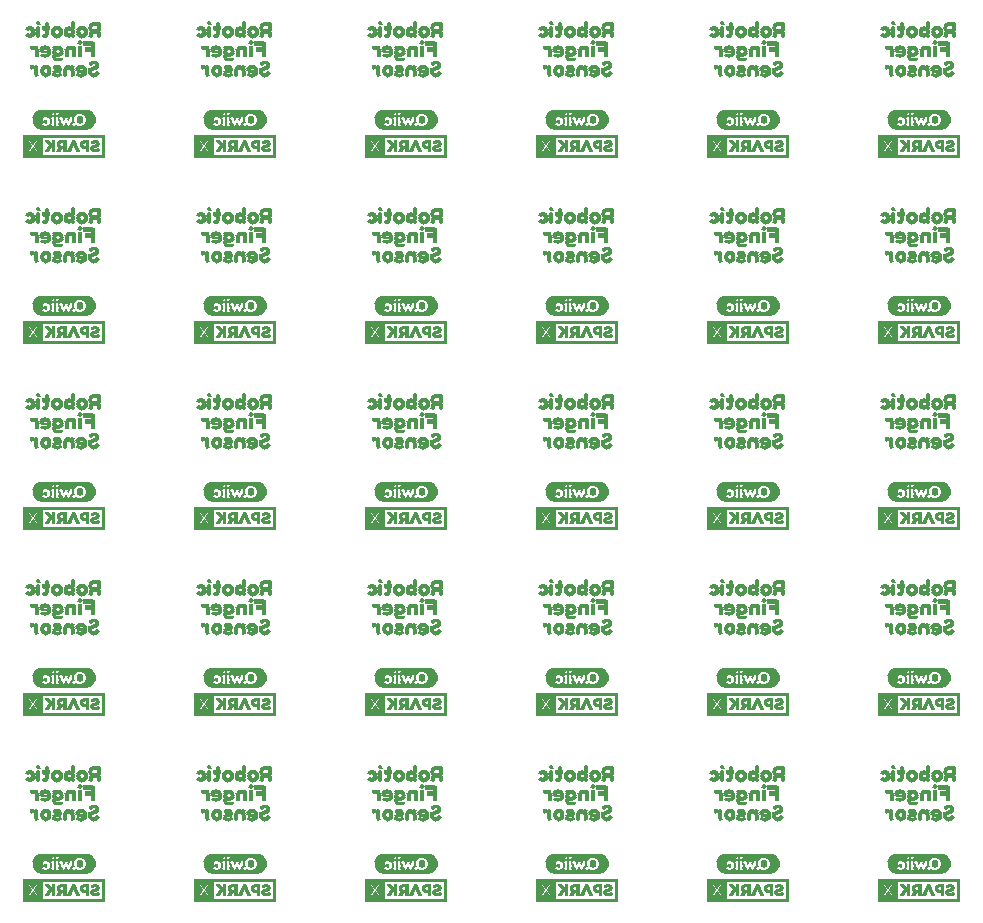
<source format=gbo>
G75*
%MOIN*%
%OFA0B0*%
%FSLAX25Y25*%
%IPPOS*%
%LPD*%
%AMOC8*
5,1,8,0,0,1.08239X$1,22.5*
%
%ADD10C,0.00039*%
%ADD11R,0.16220X0.00157*%
%ADD12R,0.17165X0.00157*%
%ADD13R,0.17795X0.00157*%
%ADD14R,0.18425X0.00157*%
%ADD15R,0.18740X0.00157*%
%ADD16R,0.19055X0.00157*%
%ADD17R,0.11654X0.00157*%
%ADD18R,0.00945X0.00157*%
%ADD19R,0.05669X0.00157*%
%ADD20R,0.04252X0.00157*%
%ADD21R,0.06614X0.00157*%
%ADD22R,0.00630X0.00157*%
%ADD23R,0.03937X0.00157*%
%ADD24R,0.06142X0.00157*%
%ADD25R,0.00472X0.00157*%
%ADD26R,0.05827X0.00157*%
%ADD27R,0.03622X0.00157*%
%ADD28R,0.05984X0.00157*%
%ADD29R,0.03465X0.00157*%
%ADD30R,0.05512X0.00157*%
%ADD31R,0.13858X0.00157*%
%ADD32R,0.03307X0.00157*%
%ADD33R,0.01102X0.00157*%
%ADD34R,0.13701X0.00157*%
%ADD35R,0.01417X0.00157*%
%ADD36R,0.00787X0.00157*%
%ADD37R,0.03780X0.00157*%
%ADD38R,0.01732X0.00157*%
%ADD39R,0.00315X0.00157*%
%ADD40R,0.01890X0.00157*%
%ADD41R,0.02047X0.00157*%
%ADD42R,0.03150X0.00157*%
%ADD43R,0.00157X0.00157*%
%ADD44R,0.04882X0.00157*%
%ADD45R,0.04567X0.00157*%
%ADD46R,0.02992X0.00157*%
%ADD47R,0.01260X0.00157*%
%ADD48R,0.02835X0.00157*%
%ADD49R,0.01575X0.00157*%
%ADD50R,0.19370X0.00157*%
%ADD51R,0.00787X0.00197*%
%ADD52R,0.00984X0.00197*%
%ADD53R,0.01969X0.00197*%
%ADD54R,0.01181X0.00197*%
%ADD55R,0.01378X0.00197*%
%ADD56R,0.02953X0.00197*%
%ADD57R,0.00591X0.00197*%
%ADD58R,0.03346X0.00197*%
%ADD59R,0.03543X0.00197*%
%ADD60R,0.03740X0.00197*%
%ADD61R,0.03937X0.00197*%
%ADD62R,0.01575X0.00197*%
%ADD63R,0.00394X0.00197*%
%ADD64R,0.01772X0.00197*%
%ADD65R,0.02559X0.00197*%
%ADD66R,0.02362X0.00197*%
%ADD67R,0.02165X0.00197*%
%ADD68R,0.03150X0.00197*%
%ADD69R,0.03740X0.00236*%
%ADD70R,0.01575X0.00236*%
%ADD71R,0.01378X0.00236*%
%ADD72R,0.00394X0.00236*%
%ADD73R,0.03543X0.00236*%
%ADD74R,0.01772X0.00236*%
%ADD75R,0.00984X0.00236*%
%ADD76R,0.02756X0.00197*%
%ADD77R,0.01181X0.00236*%
%ADD78R,0.02362X0.00236*%
%ADD79R,0.02953X0.00236*%
%ADD80R,0.02165X0.00236*%
%ADD81R,0.00197X0.00197*%
%ADD82R,0.02559X0.00236*%
%ADD83R,0.02756X0.00236*%
%ADD84R,0.04134X0.00197*%
%ADD85R,0.03346X0.00236*%
%ADD86R,0.03150X0.00236*%
%ADD87R,0.02756X0.00157*%
D10*
X0068962Y0050196D02*
X0068962Y0053569D01*
X0071227Y0053569D01*
X0070239Y0052121D01*
X0071176Y0052121D01*
X0071989Y0053363D01*
X0072807Y0052121D01*
X0073711Y0052121D01*
X0072718Y0053569D01*
X0074994Y0053569D01*
X0074994Y0050890D01*
X0075237Y0050890D01*
X0075237Y0050196D01*
X0068962Y0050196D01*
X0068962Y0050221D02*
X0075237Y0050221D01*
X0095962Y0050221D01*
X0095962Y0050196D02*
X0075237Y0050196D01*
X0075237Y0050890D01*
X0095268Y0050890D01*
X0095268Y0056976D01*
X0074994Y0056976D01*
X0074994Y0053569D01*
X0072718Y0053569D01*
X0072448Y0053963D01*
X0073657Y0055742D01*
X0072726Y0055742D01*
X0071964Y0054568D01*
X0071197Y0055742D01*
X0070293Y0055742D01*
X0071503Y0053974D01*
X0071227Y0053569D01*
X0068962Y0053569D01*
X0068962Y0057670D01*
X0074994Y0057670D01*
X0095962Y0057670D01*
X0095962Y0050196D01*
X0095962Y0050259D02*
X0075237Y0050259D01*
X0068962Y0050259D01*
X0068962Y0050297D02*
X0075237Y0050297D01*
X0095962Y0050297D01*
X0095962Y0050335D02*
X0075237Y0050335D01*
X0068962Y0050335D01*
X0068962Y0050373D02*
X0075237Y0050373D01*
X0095962Y0050373D01*
X0095962Y0050410D02*
X0075237Y0050410D01*
X0068962Y0050410D01*
X0068962Y0050448D02*
X0075237Y0050448D01*
X0095962Y0050448D01*
X0095962Y0050486D02*
X0075237Y0050486D01*
X0068962Y0050486D01*
X0068962Y0050524D02*
X0075237Y0050524D01*
X0095962Y0050524D01*
X0095962Y0050562D02*
X0075237Y0050562D01*
X0068962Y0050562D01*
X0068962Y0050600D02*
X0075237Y0050600D01*
X0095962Y0050600D01*
X0095962Y0050638D02*
X0075237Y0050638D01*
X0068962Y0050638D01*
X0068962Y0050676D02*
X0075237Y0050676D01*
X0095962Y0050676D01*
X0095962Y0050713D02*
X0075237Y0050713D01*
X0068962Y0050713D01*
X0068962Y0050751D02*
X0075237Y0050751D01*
X0095962Y0050751D01*
X0095962Y0050789D02*
X0075237Y0050789D01*
X0068962Y0050789D01*
X0068962Y0050827D02*
X0075237Y0050827D01*
X0095962Y0050827D01*
X0095962Y0050865D02*
X0075237Y0050865D01*
X0068962Y0050865D01*
X0068962Y0050903D02*
X0074994Y0050903D01*
X0074994Y0050941D02*
X0068962Y0050941D01*
X0068962Y0050979D02*
X0074994Y0050979D01*
X0074994Y0051017D02*
X0068962Y0051017D01*
X0068962Y0051054D02*
X0074994Y0051054D01*
X0074994Y0051092D02*
X0068962Y0051092D01*
X0068962Y0051130D02*
X0074994Y0051130D01*
X0074994Y0051168D02*
X0068962Y0051168D01*
X0068962Y0051206D02*
X0074994Y0051206D01*
X0074994Y0051244D02*
X0068962Y0051244D01*
X0068962Y0051282D02*
X0074994Y0051282D01*
X0074994Y0051320D02*
X0068962Y0051320D01*
X0068962Y0051357D02*
X0074994Y0051357D01*
X0074994Y0051395D02*
X0068962Y0051395D01*
X0068962Y0051433D02*
X0074994Y0051433D01*
X0074994Y0051471D02*
X0068962Y0051471D01*
X0068962Y0051509D02*
X0074994Y0051509D01*
X0074994Y0051547D02*
X0068962Y0051547D01*
X0068962Y0051585D02*
X0074994Y0051585D01*
X0074994Y0051623D02*
X0068962Y0051623D01*
X0068962Y0051661D02*
X0074994Y0051661D01*
X0074994Y0051698D02*
X0068962Y0051698D01*
X0068962Y0051736D02*
X0074994Y0051736D01*
X0074994Y0051774D02*
X0068962Y0051774D01*
X0068962Y0051812D02*
X0074994Y0051812D01*
X0074994Y0051850D02*
X0068962Y0051850D01*
X0068962Y0051888D02*
X0074994Y0051888D01*
X0074994Y0051926D02*
X0068962Y0051926D01*
X0068962Y0051964D02*
X0074994Y0051964D01*
X0074994Y0052001D02*
X0068962Y0052001D01*
X0068962Y0052039D02*
X0074994Y0052039D01*
X0074994Y0052077D02*
X0068962Y0052077D01*
X0068962Y0052115D02*
X0074994Y0052115D01*
X0074994Y0052153D02*
X0073689Y0052153D01*
X0073663Y0052191D02*
X0074994Y0052191D01*
X0074994Y0052229D02*
X0073637Y0052229D01*
X0073611Y0052267D02*
X0074994Y0052267D01*
X0074994Y0052305D02*
X0073585Y0052305D01*
X0073559Y0052342D02*
X0074994Y0052342D01*
X0074994Y0052380D02*
X0073533Y0052380D01*
X0073507Y0052418D02*
X0074994Y0052418D01*
X0074994Y0052456D02*
X0073481Y0052456D01*
X0073455Y0052494D02*
X0074994Y0052494D01*
X0074994Y0052532D02*
X0073429Y0052532D01*
X0073403Y0052570D02*
X0074994Y0052570D01*
X0074994Y0052608D02*
X0073377Y0052608D01*
X0073351Y0052645D02*
X0074994Y0052645D01*
X0074994Y0052683D02*
X0073325Y0052683D01*
X0073299Y0052721D02*
X0074994Y0052721D01*
X0074994Y0052759D02*
X0073273Y0052759D01*
X0073247Y0052797D02*
X0074994Y0052797D01*
X0074994Y0052835D02*
X0073221Y0052835D01*
X0073195Y0052873D02*
X0074994Y0052873D01*
X0074994Y0052911D02*
X0073169Y0052911D01*
X0073143Y0052948D02*
X0074994Y0052948D01*
X0074994Y0052986D02*
X0073117Y0052986D01*
X0073091Y0053024D02*
X0074994Y0053024D01*
X0074994Y0053062D02*
X0073065Y0053062D01*
X0073039Y0053100D02*
X0074994Y0053100D01*
X0074994Y0053138D02*
X0073013Y0053138D01*
X0072987Y0053176D02*
X0074994Y0053176D01*
X0074994Y0053214D02*
X0072961Y0053214D01*
X0072935Y0053252D02*
X0074994Y0053252D01*
X0074994Y0053289D02*
X0072909Y0053289D01*
X0072883Y0053327D02*
X0074994Y0053327D01*
X0074994Y0053365D02*
X0072857Y0053365D01*
X0072831Y0053403D02*
X0074994Y0053403D01*
X0074994Y0053441D02*
X0072805Y0053441D01*
X0072780Y0053479D02*
X0074994Y0053479D01*
X0074994Y0053517D02*
X0072754Y0053517D01*
X0072728Y0053555D02*
X0074994Y0053555D01*
X0074994Y0053592D02*
X0072702Y0053592D01*
X0072676Y0053630D02*
X0074994Y0053630D01*
X0074994Y0053668D02*
X0072650Y0053668D01*
X0072624Y0053706D02*
X0074994Y0053706D01*
X0074994Y0053744D02*
X0072598Y0053744D01*
X0072572Y0053782D02*
X0074994Y0053782D01*
X0074994Y0053820D02*
X0072546Y0053820D01*
X0072520Y0053858D02*
X0074994Y0053858D01*
X0074994Y0053896D02*
X0072494Y0053896D01*
X0072468Y0053933D02*
X0074994Y0053933D01*
X0074994Y0053971D02*
X0072453Y0053971D01*
X0072479Y0054009D02*
X0074994Y0054009D01*
X0074994Y0054047D02*
X0072505Y0054047D01*
X0072531Y0054085D02*
X0074994Y0054085D01*
X0074994Y0054123D02*
X0072556Y0054123D01*
X0072582Y0054161D02*
X0074994Y0054161D01*
X0074994Y0054199D02*
X0072608Y0054199D01*
X0072634Y0054236D02*
X0074994Y0054236D01*
X0074994Y0054274D02*
X0072659Y0054274D01*
X0072685Y0054312D02*
X0074994Y0054312D01*
X0074994Y0054350D02*
X0072711Y0054350D01*
X0072737Y0054388D02*
X0074994Y0054388D01*
X0074994Y0054426D02*
X0072762Y0054426D01*
X0072788Y0054464D02*
X0074994Y0054464D01*
X0074994Y0054502D02*
X0072814Y0054502D01*
X0072840Y0054540D02*
X0074994Y0054540D01*
X0074994Y0054577D02*
X0072865Y0054577D01*
X0072891Y0054615D02*
X0074994Y0054615D01*
X0074994Y0054653D02*
X0072917Y0054653D01*
X0072943Y0054691D02*
X0074994Y0054691D01*
X0074994Y0054729D02*
X0072968Y0054729D01*
X0072994Y0054767D02*
X0074994Y0054767D01*
X0074994Y0054805D02*
X0073020Y0054805D01*
X0073046Y0054843D02*
X0074994Y0054843D01*
X0074994Y0054880D02*
X0073071Y0054880D01*
X0073097Y0054918D02*
X0074994Y0054918D01*
X0074994Y0054956D02*
X0073123Y0054956D01*
X0073149Y0054994D02*
X0074994Y0054994D01*
X0074994Y0055032D02*
X0073174Y0055032D01*
X0073200Y0055070D02*
X0074994Y0055070D01*
X0074994Y0055108D02*
X0073226Y0055108D01*
X0073252Y0055146D02*
X0074994Y0055146D01*
X0074994Y0055184D02*
X0073277Y0055184D01*
X0073303Y0055221D02*
X0074994Y0055221D01*
X0074994Y0055259D02*
X0073329Y0055259D01*
X0073355Y0055297D02*
X0074994Y0055297D01*
X0074994Y0055335D02*
X0073380Y0055335D01*
X0073406Y0055373D02*
X0074994Y0055373D01*
X0074994Y0055411D02*
X0073432Y0055411D01*
X0073458Y0055449D02*
X0074994Y0055449D01*
X0074994Y0055487D02*
X0073483Y0055487D01*
X0073509Y0055524D02*
X0074994Y0055524D01*
X0074994Y0055562D02*
X0073535Y0055562D01*
X0073561Y0055600D02*
X0074994Y0055600D01*
X0074994Y0055638D02*
X0073586Y0055638D01*
X0073612Y0055676D02*
X0074994Y0055676D01*
X0074994Y0055714D02*
X0073638Y0055714D01*
X0072707Y0055714D02*
X0071216Y0055714D01*
X0071241Y0055676D02*
X0072683Y0055676D01*
X0072658Y0055638D02*
X0071265Y0055638D01*
X0071290Y0055600D02*
X0072634Y0055600D01*
X0072609Y0055562D02*
X0071315Y0055562D01*
X0071340Y0055524D02*
X0072585Y0055524D01*
X0072560Y0055487D02*
X0071364Y0055487D01*
X0071389Y0055449D02*
X0072535Y0055449D01*
X0072511Y0055411D02*
X0071414Y0055411D01*
X0071438Y0055373D02*
X0072486Y0055373D01*
X0072462Y0055335D02*
X0071463Y0055335D01*
X0071488Y0055297D02*
X0072437Y0055297D01*
X0072413Y0055259D02*
X0071513Y0055259D01*
X0071537Y0055221D02*
X0072388Y0055221D01*
X0072364Y0055184D02*
X0071562Y0055184D01*
X0071587Y0055146D02*
X0072339Y0055146D01*
X0072314Y0055108D02*
X0071612Y0055108D01*
X0071636Y0055070D02*
X0072290Y0055070D01*
X0072265Y0055032D02*
X0071661Y0055032D01*
X0071686Y0054994D02*
X0072241Y0054994D01*
X0072216Y0054956D02*
X0071710Y0054956D01*
X0071735Y0054918D02*
X0072192Y0054918D01*
X0072167Y0054880D02*
X0071760Y0054880D01*
X0071785Y0054843D02*
X0072142Y0054843D01*
X0072118Y0054805D02*
X0071809Y0054805D01*
X0071834Y0054767D02*
X0072093Y0054767D01*
X0072069Y0054729D02*
X0071859Y0054729D01*
X0071884Y0054691D02*
X0072044Y0054691D01*
X0072020Y0054653D02*
X0071908Y0054653D01*
X0071933Y0054615D02*
X0071995Y0054615D01*
X0071971Y0054577D02*
X0071958Y0054577D01*
X0071375Y0054161D02*
X0068962Y0054161D01*
X0068962Y0054199D02*
X0071349Y0054199D01*
X0071323Y0054236D02*
X0068962Y0054236D01*
X0068962Y0054274D02*
X0071297Y0054274D01*
X0071271Y0054312D02*
X0068962Y0054312D01*
X0068962Y0054350D02*
X0071245Y0054350D01*
X0071219Y0054388D02*
X0068962Y0054388D01*
X0068962Y0054426D02*
X0071193Y0054426D01*
X0071167Y0054464D02*
X0068962Y0054464D01*
X0068962Y0054502D02*
X0071141Y0054502D01*
X0071115Y0054540D02*
X0068962Y0054540D01*
X0068962Y0054577D02*
X0071090Y0054577D01*
X0071064Y0054615D02*
X0068962Y0054615D01*
X0068962Y0054653D02*
X0071038Y0054653D01*
X0071012Y0054691D02*
X0068962Y0054691D01*
X0068962Y0054729D02*
X0070986Y0054729D01*
X0070960Y0054767D02*
X0068962Y0054767D01*
X0068962Y0054805D02*
X0070934Y0054805D01*
X0070908Y0054843D02*
X0068962Y0054843D01*
X0068962Y0054880D02*
X0070882Y0054880D01*
X0070856Y0054918D02*
X0068962Y0054918D01*
X0068962Y0054956D02*
X0070830Y0054956D01*
X0070805Y0054994D02*
X0068962Y0054994D01*
X0068962Y0055032D02*
X0070779Y0055032D01*
X0070753Y0055070D02*
X0068962Y0055070D01*
X0068962Y0055108D02*
X0070727Y0055108D01*
X0070701Y0055146D02*
X0068962Y0055146D01*
X0068962Y0055184D02*
X0070675Y0055184D01*
X0070649Y0055221D02*
X0068962Y0055221D01*
X0068962Y0055259D02*
X0070623Y0055259D01*
X0070597Y0055297D02*
X0068962Y0055297D01*
X0068962Y0055335D02*
X0070571Y0055335D01*
X0070545Y0055373D02*
X0068962Y0055373D01*
X0068962Y0055411D02*
X0070520Y0055411D01*
X0070494Y0055449D02*
X0068962Y0055449D01*
X0068962Y0055487D02*
X0070468Y0055487D01*
X0070442Y0055524D02*
X0068962Y0055524D01*
X0068962Y0055562D02*
X0070416Y0055562D01*
X0070390Y0055600D02*
X0068962Y0055600D01*
X0068962Y0055638D02*
X0070364Y0055638D01*
X0070338Y0055676D02*
X0068962Y0055676D01*
X0068962Y0055714D02*
X0070312Y0055714D01*
X0068962Y0055752D02*
X0074994Y0055752D01*
X0074994Y0055790D02*
X0068962Y0055790D01*
X0068962Y0055827D02*
X0074994Y0055827D01*
X0074994Y0055865D02*
X0068962Y0055865D01*
X0068962Y0055903D02*
X0074994Y0055903D01*
X0074994Y0055941D02*
X0068962Y0055941D01*
X0068962Y0055979D02*
X0074994Y0055979D01*
X0074994Y0056017D02*
X0068962Y0056017D01*
X0068962Y0056055D02*
X0074994Y0056055D01*
X0074994Y0056093D02*
X0068962Y0056093D01*
X0068962Y0056131D02*
X0074994Y0056131D01*
X0074994Y0056168D02*
X0068962Y0056168D01*
X0068962Y0056206D02*
X0074994Y0056206D01*
X0074994Y0056244D02*
X0068962Y0056244D01*
X0068962Y0056282D02*
X0074994Y0056282D01*
X0074994Y0056320D02*
X0068962Y0056320D01*
X0068962Y0056358D02*
X0074994Y0056358D01*
X0074994Y0056396D02*
X0068962Y0056396D01*
X0068962Y0056434D02*
X0074994Y0056434D01*
X0074994Y0056471D02*
X0068962Y0056471D01*
X0068962Y0056509D02*
X0074994Y0056509D01*
X0074994Y0056547D02*
X0068962Y0056547D01*
X0068962Y0056585D02*
X0074994Y0056585D01*
X0074994Y0056623D02*
X0068962Y0056623D01*
X0068962Y0056661D02*
X0074994Y0056661D01*
X0074994Y0056699D02*
X0068962Y0056699D01*
X0068962Y0056737D02*
X0074994Y0056737D01*
X0074994Y0056775D02*
X0068962Y0056775D01*
X0068962Y0056812D02*
X0074994Y0056812D01*
X0074994Y0056850D02*
X0068962Y0056850D01*
X0068962Y0056888D02*
X0074994Y0056888D01*
X0074994Y0056926D02*
X0068962Y0056926D01*
X0068962Y0056964D02*
X0074994Y0056964D01*
X0076076Y0055742D02*
X0077038Y0055742D01*
X0077893Y0054821D01*
X0076960Y0054821D01*
X0076076Y0055742D01*
X0076103Y0055714D02*
X0077064Y0055714D01*
X0077099Y0055676D02*
X0076140Y0055676D01*
X0076176Y0055638D02*
X0077134Y0055638D01*
X0077169Y0055600D02*
X0076212Y0055600D01*
X0076249Y0055562D02*
X0077204Y0055562D01*
X0077240Y0055524D02*
X0076285Y0055524D01*
X0076322Y0055487D02*
X0077275Y0055487D01*
X0077310Y0055449D02*
X0076358Y0055449D01*
X0076394Y0055411D02*
X0077345Y0055411D01*
X0077380Y0055373D02*
X0076431Y0055373D01*
X0076467Y0055335D02*
X0077415Y0055335D01*
X0077451Y0055297D02*
X0076503Y0055297D01*
X0076540Y0055259D02*
X0077486Y0055259D01*
X0077521Y0055221D02*
X0076576Y0055221D01*
X0076612Y0055184D02*
X0077556Y0055184D01*
X0077591Y0055146D02*
X0076649Y0055146D01*
X0076685Y0055108D02*
X0077626Y0055108D01*
X0077662Y0055070D02*
X0076721Y0055070D01*
X0076758Y0055032D02*
X0077697Y0055032D01*
X0077732Y0054994D02*
X0076794Y0054994D01*
X0076830Y0054956D02*
X0077767Y0054956D01*
X0077802Y0054918D02*
X0076867Y0054918D01*
X0076903Y0054880D02*
X0077837Y0054880D01*
X0077873Y0054843D02*
X0076939Y0054843D01*
X0076960Y0054821D02*
X0077551Y0054206D01*
X0076009Y0052121D01*
X0076965Y0052121D01*
X0078088Y0053663D01*
X0078506Y0053228D01*
X0078506Y0052121D01*
X0079303Y0052121D01*
X0079303Y0054821D01*
X0078506Y0054821D01*
X0078506Y0055742D01*
X0079303Y0055742D01*
X0079303Y0054821D01*
X0078506Y0054821D01*
X0078506Y0054160D01*
X0077893Y0054821D01*
X0076960Y0054821D01*
X0076976Y0054805D02*
X0077908Y0054805D01*
X0077943Y0054767D02*
X0077012Y0054767D01*
X0077049Y0054729D02*
X0077978Y0054729D01*
X0078013Y0054691D02*
X0077085Y0054691D01*
X0077121Y0054653D02*
X0078048Y0054653D01*
X0078084Y0054615D02*
X0077158Y0054615D01*
X0077194Y0054577D02*
X0078119Y0054577D01*
X0078154Y0054540D02*
X0077230Y0054540D01*
X0077267Y0054502D02*
X0078189Y0054502D01*
X0078224Y0054464D02*
X0077303Y0054464D01*
X0077339Y0054426D02*
X0078259Y0054426D01*
X0078295Y0054388D02*
X0077376Y0054388D01*
X0077412Y0054350D02*
X0078330Y0054350D01*
X0078365Y0054312D02*
X0077448Y0054312D01*
X0077485Y0054274D02*
X0078400Y0054274D01*
X0078435Y0054236D02*
X0077521Y0054236D01*
X0077545Y0054199D02*
X0078470Y0054199D01*
X0078506Y0054199D02*
X0079303Y0054199D01*
X0079303Y0054236D02*
X0078506Y0054236D01*
X0078506Y0054274D02*
X0079303Y0054274D01*
X0079303Y0054312D02*
X0078506Y0054312D01*
X0078506Y0054350D02*
X0079303Y0054350D01*
X0079303Y0054388D02*
X0078506Y0054388D01*
X0078506Y0054426D02*
X0079303Y0054426D01*
X0079303Y0054464D02*
X0078506Y0054464D01*
X0078506Y0054502D02*
X0079303Y0054502D01*
X0079303Y0054540D02*
X0078506Y0054540D01*
X0078506Y0054577D02*
X0079303Y0054577D01*
X0079303Y0054615D02*
X0078506Y0054615D01*
X0078506Y0054653D02*
X0079303Y0054653D01*
X0079303Y0054691D02*
X0078506Y0054691D01*
X0078506Y0054729D02*
X0079303Y0054729D01*
X0079303Y0054767D02*
X0078506Y0054767D01*
X0078506Y0054805D02*
X0079303Y0054805D01*
X0079303Y0054843D02*
X0078506Y0054843D01*
X0078506Y0054880D02*
X0079303Y0054880D01*
X0079303Y0054918D02*
X0078506Y0054918D01*
X0078506Y0054956D02*
X0079303Y0054956D01*
X0079303Y0054994D02*
X0078506Y0054994D01*
X0078506Y0055032D02*
X0079303Y0055032D01*
X0079303Y0055070D02*
X0078506Y0055070D01*
X0078506Y0055108D02*
X0079303Y0055108D01*
X0079303Y0055146D02*
X0078506Y0055146D01*
X0078506Y0055184D02*
X0079303Y0055184D01*
X0079303Y0055221D02*
X0078506Y0055221D01*
X0078506Y0055259D02*
X0079303Y0055259D01*
X0079303Y0055297D02*
X0078506Y0055297D01*
X0078506Y0055335D02*
X0079303Y0055335D01*
X0079303Y0055373D02*
X0078506Y0055373D01*
X0078506Y0055411D02*
X0079303Y0055411D01*
X0079303Y0055449D02*
X0078506Y0055449D01*
X0078506Y0055487D02*
X0079303Y0055487D01*
X0079303Y0055524D02*
X0078506Y0055524D01*
X0078506Y0055562D02*
X0079303Y0055562D01*
X0079303Y0055600D02*
X0078506Y0055600D01*
X0078506Y0055638D02*
X0079303Y0055638D01*
X0079303Y0055676D02*
X0078506Y0055676D01*
X0078506Y0055714D02*
X0079303Y0055714D01*
X0080208Y0055221D02*
X0083045Y0055221D01*
X0083045Y0055184D02*
X0080187Y0055184D01*
X0080167Y0055146D02*
X0083045Y0055146D01*
X0083045Y0055108D02*
X0080146Y0055108D01*
X0080125Y0055070D02*
X0083045Y0055070D01*
X0083045Y0055032D02*
X0080109Y0055032D01*
X0080113Y0055048D02*
X0080225Y0055252D01*
X0080383Y0055426D01*
X0080581Y0055564D01*
X0080815Y0055663D01*
X0081084Y0055722D01*
X0081390Y0055742D01*
X0083045Y0055742D01*
X0083045Y0054821D01*
X0082249Y0054821D01*
X0082249Y0055024D01*
X0081457Y0055024D01*
X0081194Y0054991D01*
X0080996Y0054894D01*
X0080940Y0054821D01*
X0080049Y0054821D01*
X0080113Y0055048D01*
X0080098Y0054994D02*
X0081215Y0054994D01*
X0081122Y0054956D02*
X0080087Y0054956D01*
X0080076Y0054918D02*
X0081045Y0054918D01*
X0080985Y0054880D02*
X0080066Y0054880D01*
X0080055Y0054843D02*
X0080956Y0054843D01*
X0080940Y0054821D02*
X0080872Y0054732D01*
X0080831Y0054505D01*
X0080831Y0054497D01*
X0080870Y0054289D01*
X0080988Y0054125D01*
X0081180Y0054020D01*
X0081441Y0053984D01*
X0082249Y0053984D01*
X0082249Y0054821D01*
X0083045Y0054821D01*
X0083045Y0052121D01*
X0082249Y0052121D01*
X0082249Y0053280D01*
X0081622Y0053280D01*
X0080847Y0052121D01*
X0079916Y0052121D01*
X0080801Y0053415D01*
X0080487Y0053581D01*
X0080240Y0053820D01*
X0083045Y0053820D01*
X0083045Y0053858D02*
X0080220Y0053858D01*
X0080201Y0053896D02*
X0083045Y0053896D01*
X0083045Y0053933D02*
X0080182Y0053933D01*
X0080162Y0053971D02*
X0083045Y0053971D01*
X0083045Y0054009D02*
X0082249Y0054009D01*
X0082249Y0054047D02*
X0083045Y0054047D01*
X0083045Y0054085D02*
X0082249Y0054085D01*
X0082249Y0054123D02*
X0083045Y0054123D01*
X0083045Y0054161D02*
X0082249Y0054161D01*
X0082249Y0054199D02*
X0083045Y0054199D01*
X0083045Y0054236D02*
X0082249Y0054236D01*
X0082249Y0054274D02*
X0083045Y0054274D01*
X0083045Y0054312D02*
X0082249Y0054312D01*
X0082249Y0054350D02*
X0083045Y0054350D01*
X0083045Y0054388D02*
X0082249Y0054388D01*
X0082249Y0054426D02*
X0083045Y0054426D01*
X0083045Y0054464D02*
X0082249Y0054464D01*
X0082249Y0054502D02*
X0083045Y0054502D01*
X0083045Y0054540D02*
X0082249Y0054540D01*
X0082249Y0054577D02*
X0083045Y0054577D01*
X0083045Y0054615D02*
X0082249Y0054615D01*
X0082249Y0054653D02*
X0083045Y0054653D01*
X0083045Y0054691D02*
X0082249Y0054691D01*
X0082249Y0054729D02*
X0083045Y0054729D01*
X0083045Y0054767D02*
X0082249Y0054767D01*
X0082249Y0054805D02*
X0083045Y0054805D01*
X0083045Y0054843D02*
X0082249Y0054843D01*
X0082249Y0054880D02*
X0083045Y0054880D01*
X0083045Y0054918D02*
X0082249Y0054918D01*
X0082249Y0054956D02*
X0083045Y0054956D01*
X0083045Y0054994D02*
X0082249Y0054994D01*
X0083045Y0055259D02*
X0080231Y0055259D01*
X0080266Y0055297D02*
X0083045Y0055297D01*
X0083045Y0055335D02*
X0080300Y0055335D01*
X0080335Y0055373D02*
X0083045Y0055373D01*
X0083045Y0055411D02*
X0080369Y0055411D01*
X0080415Y0055449D02*
X0083045Y0055449D01*
X0083045Y0055487D02*
X0080469Y0055487D01*
X0080523Y0055524D02*
X0083045Y0055524D01*
X0083045Y0055562D02*
X0080578Y0055562D01*
X0080665Y0055600D02*
X0083045Y0055600D01*
X0083045Y0055638D02*
X0080755Y0055638D01*
X0080873Y0055676D02*
X0083045Y0055676D01*
X0083045Y0055714D02*
X0081046Y0055714D01*
X0080940Y0054821D02*
X0080049Y0054821D01*
X0080046Y0054812D01*
X0080024Y0054546D01*
X0080024Y0054535D01*
X0080078Y0054137D01*
X0080240Y0053820D01*
X0080279Y0053782D02*
X0083045Y0053782D01*
X0083045Y0053744D02*
X0080318Y0053744D01*
X0080357Y0053706D02*
X0083045Y0053706D01*
X0083045Y0053668D02*
X0080397Y0053668D01*
X0080436Y0053630D02*
X0083045Y0053630D01*
X0083045Y0053592D02*
X0080475Y0053592D01*
X0080537Y0053555D02*
X0083045Y0053555D01*
X0083045Y0053517D02*
X0080608Y0053517D01*
X0080680Y0053479D02*
X0083045Y0053479D01*
X0083045Y0053441D02*
X0080752Y0053441D01*
X0080793Y0053403D02*
X0083045Y0053403D01*
X0083045Y0053365D02*
X0080767Y0053365D01*
X0080741Y0053327D02*
X0083045Y0053327D01*
X0083045Y0053289D02*
X0080716Y0053289D01*
X0080690Y0053252D02*
X0081603Y0053252D01*
X0081578Y0053214D02*
X0080664Y0053214D01*
X0080638Y0053176D02*
X0081553Y0053176D01*
X0081527Y0053138D02*
X0080612Y0053138D01*
X0080586Y0053100D02*
X0081502Y0053100D01*
X0081477Y0053062D02*
X0080560Y0053062D01*
X0080534Y0053024D02*
X0081451Y0053024D01*
X0081426Y0052986D02*
X0080508Y0052986D01*
X0080482Y0052948D02*
X0081401Y0052948D01*
X0081375Y0052911D02*
X0080456Y0052911D01*
X0080430Y0052873D02*
X0081350Y0052873D01*
X0081325Y0052835D02*
X0080404Y0052835D01*
X0080378Y0052797D02*
X0081299Y0052797D01*
X0081274Y0052759D02*
X0080352Y0052759D01*
X0080326Y0052721D02*
X0081248Y0052721D01*
X0081223Y0052683D02*
X0080301Y0052683D01*
X0080275Y0052645D02*
X0081198Y0052645D01*
X0081172Y0052608D02*
X0080249Y0052608D01*
X0080223Y0052570D02*
X0081147Y0052570D01*
X0081122Y0052532D02*
X0080197Y0052532D01*
X0080171Y0052494D02*
X0081096Y0052494D01*
X0081071Y0052456D02*
X0080145Y0052456D01*
X0080119Y0052418D02*
X0081046Y0052418D01*
X0081020Y0052380D02*
X0080093Y0052380D01*
X0080067Y0052342D02*
X0080995Y0052342D01*
X0080970Y0052305D02*
X0080041Y0052305D01*
X0080015Y0052267D02*
X0080944Y0052267D01*
X0080919Y0052229D02*
X0079989Y0052229D01*
X0079963Y0052191D02*
X0080894Y0052191D01*
X0080868Y0052153D02*
X0079937Y0052153D01*
X0079303Y0052153D02*
X0078506Y0052153D01*
X0078506Y0052191D02*
X0079303Y0052191D01*
X0079303Y0052229D02*
X0078506Y0052229D01*
X0078506Y0052267D02*
X0079303Y0052267D01*
X0079303Y0052305D02*
X0078506Y0052305D01*
X0078506Y0052342D02*
X0079303Y0052342D01*
X0079303Y0052380D02*
X0078506Y0052380D01*
X0078506Y0052418D02*
X0079303Y0052418D01*
X0079303Y0052456D02*
X0078506Y0052456D01*
X0078506Y0052494D02*
X0079303Y0052494D01*
X0079303Y0052532D02*
X0078506Y0052532D01*
X0078506Y0052570D02*
X0079303Y0052570D01*
X0079303Y0052608D02*
X0078506Y0052608D01*
X0078506Y0052645D02*
X0079303Y0052645D01*
X0079303Y0052683D02*
X0078506Y0052683D01*
X0078506Y0052721D02*
X0079303Y0052721D01*
X0079303Y0052759D02*
X0078506Y0052759D01*
X0078506Y0052797D02*
X0079303Y0052797D01*
X0079303Y0052835D02*
X0078506Y0052835D01*
X0078506Y0052873D02*
X0079303Y0052873D01*
X0079303Y0052911D02*
X0078506Y0052911D01*
X0078506Y0052948D02*
X0079303Y0052948D01*
X0079303Y0052986D02*
X0078506Y0052986D01*
X0078506Y0053024D02*
X0079303Y0053024D01*
X0079303Y0053062D02*
X0078506Y0053062D01*
X0078506Y0053100D02*
X0079303Y0053100D01*
X0079303Y0053138D02*
X0078506Y0053138D01*
X0078506Y0053176D02*
X0079303Y0053176D01*
X0079303Y0053214D02*
X0078506Y0053214D01*
X0078484Y0053252D02*
X0079303Y0053252D01*
X0079303Y0053289D02*
X0078448Y0053289D01*
X0078411Y0053327D02*
X0079303Y0053327D01*
X0079303Y0053365D02*
X0078375Y0053365D01*
X0078338Y0053403D02*
X0079303Y0053403D01*
X0079303Y0053441D02*
X0078302Y0053441D01*
X0078265Y0053479D02*
X0079303Y0053479D01*
X0079303Y0053517D02*
X0078229Y0053517D01*
X0078192Y0053555D02*
X0079303Y0053555D01*
X0079303Y0053592D02*
X0078156Y0053592D01*
X0078119Y0053630D02*
X0079303Y0053630D01*
X0079303Y0053668D02*
X0077153Y0053668D01*
X0077125Y0053630D02*
X0078064Y0053630D01*
X0078036Y0053592D02*
X0077097Y0053592D01*
X0077069Y0053555D02*
X0078009Y0053555D01*
X0077981Y0053517D02*
X0077041Y0053517D01*
X0077013Y0053479D02*
X0077954Y0053479D01*
X0077926Y0053441D02*
X0076985Y0053441D01*
X0076957Y0053403D02*
X0077898Y0053403D01*
X0077871Y0053365D02*
X0076929Y0053365D01*
X0076901Y0053327D02*
X0077843Y0053327D01*
X0077816Y0053289D02*
X0076873Y0053289D01*
X0076845Y0053252D02*
X0077788Y0053252D01*
X0077760Y0053214D02*
X0076817Y0053214D01*
X0076789Y0053176D02*
X0077733Y0053176D01*
X0077705Y0053138D02*
X0076761Y0053138D01*
X0076733Y0053100D02*
X0077678Y0053100D01*
X0077650Y0053062D02*
X0076705Y0053062D01*
X0076677Y0053024D02*
X0077622Y0053024D01*
X0077595Y0052986D02*
X0076649Y0052986D01*
X0076621Y0052948D02*
X0077567Y0052948D01*
X0077540Y0052911D02*
X0076593Y0052911D01*
X0076565Y0052873D02*
X0077512Y0052873D01*
X0077484Y0052835D02*
X0076537Y0052835D01*
X0076509Y0052797D02*
X0077457Y0052797D01*
X0077429Y0052759D02*
X0076480Y0052759D01*
X0076452Y0052721D02*
X0077402Y0052721D01*
X0077374Y0052683D02*
X0076424Y0052683D01*
X0076396Y0052645D02*
X0077346Y0052645D01*
X0077319Y0052608D02*
X0076368Y0052608D01*
X0076340Y0052570D02*
X0077291Y0052570D01*
X0077264Y0052532D02*
X0076312Y0052532D01*
X0076284Y0052494D02*
X0077236Y0052494D01*
X0077208Y0052456D02*
X0076256Y0052456D01*
X0076228Y0052418D02*
X0077181Y0052418D01*
X0077153Y0052380D02*
X0076200Y0052380D01*
X0076172Y0052342D02*
X0077126Y0052342D01*
X0077098Y0052305D02*
X0076144Y0052305D01*
X0076116Y0052267D02*
X0077070Y0052267D01*
X0077043Y0052229D02*
X0076088Y0052229D01*
X0076060Y0052191D02*
X0077015Y0052191D01*
X0076988Y0052153D02*
X0076032Y0052153D01*
X0077181Y0053706D02*
X0079303Y0053706D01*
X0079303Y0053744D02*
X0077209Y0053744D01*
X0077237Y0053782D02*
X0079303Y0053782D01*
X0079303Y0053820D02*
X0077265Y0053820D01*
X0077293Y0053858D02*
X0079303Y0053858D01*
X0079303Y0053896D02*
X0077321Y0053896D01*
X0077349Y0053933D02*
X0079303Y0053933D01*
X0079303Y0053971D02*
X0077377Y0053971D01*
X0077405Y0054009D02*
X0079303Y0054009D01*
X0079303Y0054047D02*
X0077433Y0054047D01*
X0077461Y0054085D02*
X0079303Y0054085D01*
X0079303Y0054123D02*
X0077489Y0054123D01*
X0077517Y0054161D02*
X0078506Y0054161D01*
X0079303Y0054161D01*
X0080059Y0054274D02*
X0080880Y0054274D01*
X0080865Y0054312D02*
X0080054Y0054312D01*
X0080049Y0054350D02*
X0080858Y0054350D01*
X0080851Y0054388D02*
X0080044Y0054388D01*
X0080039Y0054426D02*
X0080844Y0054426D01*
X0080837Y0054464D02*
X0080033Y0054464D01*
X0080028Y0054502D02*
X0080831Y0054502D01*
X0080837Y0054540D02*
X0080024Y0054540D01*
X0080026Y0054577D02*
X0080844Y0054577D01*
X0080851Y0054615D02*
X0080029Y0054615D01*
X0080033Y0054653D02*
X0080858Y0054653D01*
X0080864Y0054691D02*
X0080036Y0054691D01*
X0080039Y0054729D02*
X0080871Y0054729D01*
X0080898Y0054767D02*
X0080042Y0054767D01*
X0080045Y0054805D02*
X0080927Y0054805D01*
X0080907Y0054236D02*
X0080064Y0054236D01*
X0080070Y0054199D02*
X0080935Y0054199D01*
X0080962Y0054161D02*
X0080075Y0054161D01*
X0080085Y0054123D02*
X0080991Y0054123D01*
X0081061Y0054085D02*
X0080104Y0054085D01*
X0080124Y0054047D02*
X0081130Y0054047D01*
X0081260Y0054009D02*
X0080143Y0054009D01*
X0082249Y0053252D02*
X0083045Y0053252D01*
X0083045Y0053214D02*
X0082249Y0053214D01*
X0082249Y0053176D02*
X0083045Y0053176D01*
X0083045Y0053138D02*
X0082249Y0053138D01*
X0082249Y0053100D02*
X0083045Y0053100D01*
X0083045Y0053062D02*
X0082249Y0053062D01*
X0082249Y0053024D02*
X0083045Y0053024D01*
X0083045Y0052986D02*
X0082249Y0052986D01*
X0082249Y0052948D02*
X0083045Y0052948D01*
X0083045Y0052911D02*
X0082249Y0052911D01*
X0082249Y0052873D02*
X0083045Y0052873D01*
X0083045Y0052835D02*
X0082249Y0052835D01*
X0082249Y0052797D02*
X0083045Y0052797D01*
X0083045Y0052759D02*
X0082249Y0052759D01*
X0082249Y0052721D02*
X0083045Y0052721D01*
X0083045Y0052683D02*
X0082249Y0052683D01*
X0082249Y0052645D02*
X0083045Y0052645D01*
X0083045Y0052608D02*
X0082249Y0052608D01*
X0082249Y0052570D02*
X0083045Y0052570D01*
X0083045Y0052532D02*
X0082249Y0052532D01*
X0082249Y0052494D02*
X0083045Y0052494D01*
X0083045Y0052456D02*
X0082249Y0052456D01*
X0082249Y0052418D02*
X0083045Y0052418D01*
X0083045Y0052380D02*
X0082249Y0052380D01*
X0082249Y0052342D02*
X0083045Y0052342D01*
X0083045Y0052305D02*
X0082249Y0052305D01*
X0082249Y0052267D02*
X0083045Y0052267D01*
X0083045Y0052229D02*
X0082249Y0052229D01*
X0082249Y0052191D02*
X0083045Y0052191D01*
X0083045Y0052153D02*
X0082249Y0052153D01*
X0083604Y0052121D02*
X0084753Y0054821D01*
X0086295Y0054821D01*
X0085891Y0055769D01*
X0085156Y0055769D01*
X0084753Y0054821D01*
X0086295Y0054821D01*
X0087443Y0052121D01*
X0086631Y0052121D01*
X0085534Y0054811D01*
X0084438Y0052121D01*
X0083604Y0052121D01*
X0083617Y0052153D02*
X0084451Y0052153D01*
X0084467Y0052191D02*
X0083633Y0052191D01*
X0083650Y0052229D02*
X0084482Y0052229D01*
X0084497Y0052267D02*
X0083666Y0052267D01*
X0083682Y0052305D02*
X0084513Y0052305D01*
X0084528Y0052342D02*
X0083698Y0052342D01*
X0083714Y0052380D02*
X0084544Y0052380D01*
X0084559Y0052418D02*
X0083730Y0052418D01*
X0083746Y0052456D02*
X0084575Y0052456D01*
X0084590Y0052494D02*
X0083762Y0052494D01*
X0083779Y0052532D02*
X0084606Y0052532D01*
X0084621Y0052570D02*
X0083795Y0052570D01*
X0083811Y0052608D02*
X0084636Y0052608D01*
X0084652Y0052645D02*
X0083827Y0052645D01*
X0083843Y0052683D02*
X0084667Y0052683D01*
X0084683Y0052721D02*
X0083859Y0052721D01*
X0083875Y0052759D02*
X0084698Y0052759D01*
X0084714Y0052797D02*
X0083891Y0052797D01*
X0083908Y0052835D02*
X0084729Y0052835D01*
X0084745Y0052873D02*
X0083924Y0052873D01*
X0083940Y0052911D02*
X0084760Y0052911D01*
X0084775Y0052948D02*
X0083956Y0052948D01*
X0083972Y0052986D02*
X0084791Y0052986D01*
X0084806Y0053024D02*
X0083988Y0053024D01*
X0084004Y0053062D02*
X0084822Y0053062D01*
X0084837Y0053100D02*
X0084020Y0053100D01*
X0084037Y0053138D02*
X0084853Y0053138D01*
X0084868Y0053176D02*
X0084053Y0053176D01*
X0084069Y0053214D02*
X0084883Y0053214D01*
X0084899Y0053252D02*
X0084085Y0053252D01*
X0084101Y0053289D02*
X0084914Y0053289D01*
X0084930Y0053327D02*
X0084117Y0053327D01*
X0084133Y0053365D02*
X0084945Y0053365D01*
X0084961Y0053403D02*
X0084149Y0053403D01*
X0084166Y0053441D02*
X0084976Y0053441D01*
X0084992Y0053479D02*
X0084182Y0053479D01*
X0084198Y0053517D02*
X0085007Y0053517D01*
X0085022Y0053555D02*
X0084214Y0053555D01*
X0084230Y0053592D02*
X0085038Y0053592D01*
X0085053Y0053630D02*
X0084246Y0053630D01*
X0084262Y0053668D02*
X0085069Y0053668D01*
X0085084Y0053706D02*
X0084278Y0053706D01*
X0084295Y0053744D02*
X0085100Y0053744D01*
X0085115Y0053782D02*
X0084311Y0053782D01*
X0084327Y0053820D02*
X0085131Y0053820D01*
X0085146Y0053858D02*
X0084343Y0053858D01*
X0084359Y0053896D02*
X0085161Y0053896D01*
X0085177Y0053933D02*
X0084375Y0053933D01*
X0084391Y0053971D02*
X0085192Y0053971D01*
X0085208Y0054009D02*
X0084407Y0054009D01*
X0084424Y0054047D02*
X0085223Y0054047D01*
X0085239Y0054085D02*
X0084440Y0054085D01*
X0084456Y0054123D02*
X0085254Y0054123D01*
X0085270Y0054161D02*
X0084472Y0054161D01*
X0084488Y0054199D02*
X0085285Y0054199D01*
X0085300Y0054236D02*
X0084504Y0054236D01*
X0084520Y0054274D02*
X0085316Y0054274D01*
X0085331Y0054312D02*
X0084536Y0054312D01*
X0084553Y0054350D02*
X0085347Y0054350D01*
X0085362Y0054388D02*
X0084569Y0054388D01*
X0084585Y0054426D02*
X0085378Y0054426D01*
X0085393Y0054464D02*
X0084601Y0054464D01*
X0084617Y0054502D02*
X0085408Y0054502D01*
X0085424Y0054540D02*
X0084633Y0054540D01*
X0084649Y0054577D02*
X0085439Y0054577D01*
X0085455Y0054615D02*
X0084665Y0054615D01*
X0084682Y0054653D02*
X0085470Y0054653D01*
X0085486Y0054691D02*
X0084698Y0054691D01*
X0084714Y0054729D02*
X0085501Y0054729D01*
X0085517Y0054767D02*
X0084730Y0054767D01*
X0084746Y0054805D02*
X0085532Y0054805D01*
X0085537Y0054805D02*
X0086301Y0054805D01*
X0086285Y0054843D02*
X0084762Y0054843D01*
X0084778Y0054880D02*
X0086269Y0054880D01*
X0086253Y0054918D02*
X0084794Y0054918D01*
X0084811Y0054956D02*
X0086237Y0054956D01*
X0086221Y0054994D02*
X0084827Y0054994D01*
X0084843Y0055032D02*
X0086205Y0055032D01*
X0086189Y0055070D02*
X0084859Y0055070D01*
X0084875Y0055108D02*
X0086172Y0055108D01*
X0086156Y0055146D02*
X0084891Y0055146D01*
X0084907Y0055184D02*
X0086140Y0055184D01*
X0086124Y0055221D02*
X0084923Y0055221D01*
X0084939Y0055259D02*
X0086108Y0055259D01*
X0086092Y0055297D02*
X0084956Y0055297D01*
X0084972Y0055335D02*
X0086076Y0055335D01*
X0086059Y0055373D02*
X0084988Y0055373D01*
X0085004Y0055411D02*
X0086043Y0055411D01*
X0086027Y0055449D02*
X0085020Y0055449D01*
X0085036Y0055487D02*
X0086011Y0055487D01*
X0085995Y0055524D02*
X0085052Y0055524D01*
X0085068Y0055562D02*
X0085979Y0055562D01*
X0085963Y0055600D02*
X0085085Y0055600D01*
X0085101Y0055638D02*
X0085947Y0055638D01*
X0085930Y0055676D02*
X0085117Y0055676D01*
X0085133Y0055714D02*
X0085914Y0055714D01*
X0085898Y0055752D02*
X0085149Y0055752D01*
X0085552Y0054767D02*
X0086318Y0054767D01*
X0086334Y0054729D02*
X0085568Y0054729D01*
X0085583Y0054691D02*
X0086350Y0054691D01*
X0086366Y0054653D02*
X0085599Y0054653D01*
X0085614Y0054615D02*
X0086382Y0054615D01*
X0086398Y0054577D02*
X0085629Y0054577D01*
X0085645Y0054540D02*
X0086414Y0054540D01*
X0086430Y0054502D02*
X0085660Y0054502D01*
X0085676Y0054464D02*
X0086447Y0054464D01*
X0086463Y0054426D02*
X0085691Y0054426D01*
X0085707Y0054388D02*
X0086479Y0054388D01*
X0086495Y0054350D02*
X0085722Y0054350D01*
X0085738Y0054312D02*
X0086511Y0054312D01*
X0086527Y0054274D02*
X0085753Y0054274D01*
X0085768Y0054236D02*
X0086543Y0054236D01*
X0086559Y0054199D02*
X0085784Y0054199D01*
X0085799Y0054161D02*
X0086575Y0054161D01*
X0086592Y0054123D02*
X0085815Y0054123D01*
X0085830Y0054085D02*
X0086608Y0054085D01*
X0086624Y0054047D02*
X0085846Y0054047D01*
X0085861Y0054009D02*
X0086640Y0054009D01*
X0086656Y0053971D02*
X0085877Y0053971D01*
X0085892Y0053933D02*
X0086672Y0053933D01*
X0086688Y0053896D02*
X0085907Y0053896D01*
X0085923Y0053858D02*
X0086704Y0053858D01*
X0086721Y0053820D02*
X0085938Y0053820D01*
X0085954Y0053782D02*
X0086737Y0053782D01*
X0086753Y0053744D02*
X0085969Y0053744D01*
X0085985Y0053706D02*
X0086769Y0053706D01*
X0086785Y0053668D02*
X0086000Y0053668D01*
X0086016Y0053630D02*
X0086801Y0053630D01*
X0086817Y0053592D02*
X0086031Y0053592D01*
X0086046Y0053555D02*
X0086833Y0053555D01*
X0086850Y0053517D02*
X0086062Y0053517D01*
X0086077Y0053479D02*
X0086866Y0053479D01*
X0086882Y0053441D02*
X0086093Y0053441D01*
X0086108Y0053403D02*
X0086898Y0053403D01*
X0086914Y0053365D02*
X0086124Y0053365D01*
X0086139Y0053327D02*
X0086930Y0053327D01*
X0086946Y0053289D02*
X0086154Y0053289D01*
X0086170Y0053252D02*
X0086962Y0053252D01*
X0086978Y0053214D02*
X0086185Y0053214D01*
X0086201Y0053176D02*
X0086995Y0053176D01*
X0087011Y0053138D02*
X0086216Y0053138D01*
X0086232Y0053100D02*
X0087027Y0053100D01*
X0087043Y0053062D02*
X0086247Y0053062D01*
X0086263Y0053024D02*
X0087059Y0053024D01*
X0087075Y0052986D02*
X0086278Y0052986D01*
X0086293Y0052948D02*
X0087091Y0052948D01*
X0087107Y0052911D02*
X0086309Y0052911D01*
X0086324Y0052873D02*
X0087124Y0052873D01*
X0087140Y0052835D02*
X0086340Y0052835D01*
X0086355Y0052797D02*
X0087156Y0052797D01*
X0087172Y0052759D02*
X0086371Y0052759D01*
X0086386Y0052721D02*
X0087188Y0052721D01*
X0087204Y0052683D02*
X0086402Y0052683D01*
X0086417Y0052645D02*
X0087220Y0052645D01*
X0087236Y0052608D02*
X0086432Y0052608D01*
X0086448Y0052570D02*
X0087253Y0052570D01*
X0087269Y0052532D02*
X0086463Y0052532D01*
X0086479Y0052494D02*
X0087285Y0052494D01*
X0087301Y0052456D02*
X0086494Y0052456D01*
X0086510Y0052418D02*
X0087317Y0052418D01*
X0087333Y0052380D02*
X0086525Y0052380D01*
X0086541Y0052342D02*
X0087349Y0052342D01*
X0087365Y0052305D02*
X0086556Y0052305D01*
X0086571Y0052267D02*
X0087381Y0052267D01*
X0087398Y0052229D02*
X0086587Y0052229D01*
X0086602Y0052191D02*
X0087414Y0052191D01*
X0087430Y0052153D02*
X0086618Y0052153D01*
X0088093Y0053592D02*
X0090589Y0053592D01*
X0090589Y0053555D02*
X0088130Y0053555D01*
X0088151Y0053533D02*
X0087973Y0053714D01*
X0087838Y0053933D01*
X0087753Y0054190D01*
X0087724Y0054487D01*
X0087721Y0054481D01*
X0087721Y0054492D01*
X0087745Y0054759D01*
X0087763Y0054821D01*
X0088654Y0054821D01*
X0088702Y0054883D01*
X0088906Y0054989D01*
X0089174Y0055024D01*
X0089790Y0055024D01*
X0089790Y0054821D01*
X0090589Y0054821D01*
X0090589Y0055747D01*
X0089109Y0055747D01*
X0088799Y0055724D01*
X0088526Y0055656D01*
X0088289Y0055546D01*
X0088091Y0055399D01*
X0087932Y0055217D01*
X0087816Y0055002D01*
X0087763Y0054821D01*
X0088654Y0054821D01*
X0088572Y0054712D01*
X0088529Y0054476D01*
X0088529Y0054465D01*
X0088570Y0054251D01*
X0088693Y0054073D01*
X0088892Y0053956D01*
X0089158Y0053917D01*
X0089790Y0053917D01*
X0089790Y0054821D01*
X0090589Y0054821D01*
X0090589Y0052127D01*
X0089792Y0052127D01*
X0089792Y0053212D01*
X0089188Y0053212D01*
X0088892Y0053233D01*
X0088615Y0053293D01*
X0088366Y0053394D01*
X0088151Y0053533D01*
X0088177Y0053517D02*
X0090589Y0053517D01*
X0090589Y0053479D02*
X0088235Y0053479D01*
X0088293Y0053441D02*
X0090589Y0053441D01*
X0090589Y0053403D02*
X0088352Y0053403D01*
X0088437Y0053365D02*
X0090589Y0053365D01*
X0090589Y0053327D02*
X0088531Y0053327D01*
X0088632Y0053289D02*
X0090589Y0053289D01*
X0090589Y0053252D02*
X0088805Y0053252D01*
X0089166Y0053214D02*
X0090589Y0053214D01*
X0090589Y0053176D02*
X0089792Y0053176D01*
X0089792Y0053138D02*
X0090589Y0053138D01*
X0090589Y0053100D02*
X0089792Y0053100D01*
X0089792Y0053062D02*
X0090589Y0053062D01*
X0090589Y0053024D02*
X0089792Y0053024D01*
X0089792Y0052986D02*
X0090589Y0052986D01*
X0090589Y0052948D02*
X0089792Y0052948D01*
X0089792Y0052911D02*
X0090589Y0052911D01*
X0090589Y0052873D02*
X0089792Y0052873D01*
X0089792Y0052835D02*
X0090589Y0052835D01*
X0090589Y0052797D02*
X0089792Y0052797D01*
X0089792Y0052759D02*
X0090589Y0052759D01*
X0090589Y0052721D02*
X0089792Y0052721D01*
X0089792Y0052683D02*
X0090589Y0052683D01*
X0090589Y0052645D02*
X0089792Y0052645D01*
X0089792Y0052608D02*
X0090589Y0052608D01*
X0090589Y0052570D02*
X0089792Y0052570D01*
X0089792Y0052532D02*
X0090589Y0052532D01*
X0090589Y0052494D02*
X0089792Y0052494D01*
X0089792Y0052456D02*
X0090589Y0052456D01*
X0090589Y0052418D02*
X0089792Y0052418D01*
X0089792Y0052380D02*
X0090589Y0052380D01*
X0090589Y0052342D02*
X0089792Y0052342D01*
X0089792Y0052305D02*
X0090589Y0052305D01*
X0090589Y0052267D02*
X0089792Y0052267D01*
X0089792Y0052229D02*
X0090589Y0052229D01*
X0090589Y0052191D02*
X0089792Y0052191D01*
X0089792Y0052153D02*
X0090589Y0052153D01*
X0091413Y0052645D02*
X0094140Y0052645D01*
X0094142Y0052642D02*
X0093799Y0052385D01*
X0093418Y0052205D01*
X0093016Y0052098D01*
X0092606Y0052062D01*
X0092324Y0052081D01*
X0092068Y0052138D01*
X0091843Y0052229D01*
X0091650Y0052354D01*
X0091494Y0052513D01*
X0091377Y0052705D01*
X0091304Y0052929D01*
X0091280Y0053182D01*
X0091280Y0053204D01*
X0091299Y0053425D01*
X0091356Y0053612D01*
X0091450Y0053771D01*
X0091580Y0053909D01*
X0091942Y0054125D01*
X0092433Y0054287D01*
X0092819Y0054395D01*
X0093059Y0054492D01*
X0093181Y0054608D01*
X0093213Y0054762D01*
X0093213Y0054773D01*
X0093202Y0054821D01*
X0093990Y0054821D01*
X0094002Y0054700D01*
X0094002Y0054689D01*
X0093980Y0054442D01*
X0093915Y0054238D01*
X0093812Y0054072D01*
X0093675Y0053936D01*
X0093297Y0053731D01*
X0092797Y0053579D01*
X0092428Y0053471D01*
X0092203Y0053369D01*
X0092095Y0053258D01*
X0092066Y0053120D01*
X0092066Y0053110D01*
X0092100Y0052966D01*
X0092203Y0052858D01*
X0092368Y0052790D01*
X0092590Y0052767D01*
X0092888Y0052797D01*
X0093162Y0052885D01*
X0093420Y0053025D01*
X0093672Y0053207D01*
X0094142Y0052642D01*
X0094108Y0052683D02*
X0091390Y0052683D01*
X0091372Y0052721D02*
X0094076Y0052721D01*
X0094045Y0052759D02*
X0091360Y0052759D01*
X0091347Y0052797D02*
X0092352Y0052797D01*
X0092261Y0052835D02*
X0091335Y0052835D01*
X0091323Y0052873D02*
X0092190Y0052873D01*
X0092153Y0052911D02*
X0091310Y0052911D01*
X0091302Y0052948D02*
X0092117Y0052948D01*
X0092095Y0052986D02*
X0091299Y0052986D01*
X0091295Y0053024D02*
X0092086Y0053024D01*
X0092077Y0053062D02*
X0091292Y0053062D01*
X0091288Y0053100D02*
X0092068Y0053100D01*
X0092070Y0053138D02*
X0091284Y0053138D01*
X0091281Y0053176D02*
X0092078Y0053176D01*
X0092086Y0053214D02*
X0091281Y0053214D01*
X0091284Y0053252D02*
X0092094Y0053252D01*
X0092126Y0053289D02*
X0091287Y0053289D01*
X0091290Y0053327D02*
X0092163Y0053327D01*
X0092200Y0053365D02*
X0091294Y0053365D01*
X0091297Y0053403D02*
X0092278Y0053403D01*
X0092361Y0053441D02*
X0091303Y0053441D01*
X0091315Y0053479D02*
X0092453Y0053479D01*
X0092583Y0053517D02*
X0091327Y0053517D01*
X0091338Y0053555D02*
X0092713Y0053555D01*
X0092841Y0053592D02*
X0091350Y0053592D01*
X0091367Y0053630D02*
X0092966Y0053630D01*
X0093091Y0053668D02*
X0091389Y0053668D01*
X0091411Y0053706D02*
X0093216Y0053706D01*
X0093322Y0053744D02*
X0091433Y0053744D01*
X0091459Y0053782D02*
X0093391Y0053782D01*
X0093461Y0053820D02*
X0091495Y0053820D01*
X0091531Y0053858D02*
X0093531Y0053858D01*
X0093601Y0053896D02*
X0091567Y0053896D01*
X0091621Y0053933D02*
X0093671Y0053933D01*
X0093711Y0053971D02*
X0091684Y0053971D01*
X0091748Y0054009D02*
X0093749Y0054009D01*
X0093787Y0054047D02*
X0091811Y0054047D01*
X0091875Y0054085D02*
X0093821Y0054085D01*
X0093844Y0054123D02*
X0091938Y0054123D01*
X0092051Y0054161D02*
X0093867Y0054161D01*
X0093891Y0054199D02*
X0092165Y0054199D01*
X0092280Y0054236D02*
X0093914Y0054236D01*
X0093927Y0054274D02*
X0092395Y0054274D01*
X0092524Y0054312D02*
X0093939Y0054312D01*
X0093951Y0054350D02*
X0092659Y0054350D01*
X0092795Y0054388D02*
X0093963Y0054388D01*
X0093974Y0054426D02*
X0092896Y0054426D01*
X0092990Y0054464D02*
X0093982Y0054464D01*
X0093985Y0054502D02*
X0093069Y0054502D01*
X0093109Y0054540D02*
X0093988Y0054540D01*
X0093992Y0054577D02*
X0093149Y0054577D01*
X0093182Y0054615D02*
X0093995Y0054615D01*
X0093998Y0054653D02*
X0093190Y0054653D01*
X0093198Y0054691D02*
X0094002Y0054691D01*
X0093999Y0054729D02*
X0093206Y0054729D01*
X0093213Y0054767D02*
X0093995Y0054767D01*
X0093992Y0054805D02*
X0093206Y0054805D01*
X0093202Y0054821D02*
X0093184Y0054896D01*
X0093097Y0054997D01*
X0092951Y0055065D01*
X0092749Y0055089D01*
X0092517Y0055065D01*
X0092284Y0054994D01*
X0091629Y0054994D01*
X0091655Y0054956D02*
X0092216Y0054956D01*
X0092284Y0054994D02*
X0091970Y0054821D01*
X0091809Y0054732D01*
X0091748Y0054821D01*
X0091970Y0054821D01*
X0091748Y0054821D01*
X0091396Y0055332D01*
X0091690Y0055528D01*
X0092009Y0055672D01*
X0092359Y0055761D01*
X0092741Y0055791D01*
X0093008Y0055771D01*
X0093251Y0055712D01*
X0093467Y0055618D01*
X0093651Y0055491D01*
X0093799Y0055333D01*
X0093910Y0055148D01*
X0093979Y0054937D01*
X0093990Y0054821D01*
X0093202Y0054821D01*
X0093197Y0054843D02*
X0093988Y0054843D01*
X0093985Y0054880D02*
X0093188Y0054880D01*
X0093165Y0054918D02*
X0093981Y0054918D01*
X0093973Y0054956D02*
X0093132Y0054956D01*
X0093100Y0054994D02*
X0093960Y0054994D01*
X0093948Y0055032D02*
X0093022Y0055032D01*
X0092910Y0055070D02*
X0093935Y0055070D01*
X0093923Y0055108D02*
X0091550Y0055108D01*
X0091524Y0055146D02*
X0093911Y0055146D01*
X0093888Y0055184D02*
X0091498Y0055184D01*
X0091472Y0055221D02*
X0093866Y0055221D01*
X0093843Y0055259D02*
X0091446Y0055259D01*
X0091420Y0055297D02*
X0093820Y0055297D01*
X0093796Y0055335D02*
X0091401Y0055335D01*
X0091458Y0055373D02*
X0093761Y0055373D01*
X0093725Y0055411D02*
X0091514Y0055411D01*
X0091571Y0055449D02*
X0093690Y0055449D01*
X0093655Y0055487D02*
X0091627Y0055487D01*
X0091684Y0055524D02*
X0093602Y0055524D01*
X0093547Y0055562D02*
X0091765Y0055562D01*
X0091850Y0055600D02*
X0093493Y0055600D01*
X0093421Y0055638D02*
X0091934Y0055638D01*
X0092025Y0055676D02*
X0093334Y0055676D01*
X0093245Y0055714D02*
X0092174Y0055714D01*
X0092323Y0055752D02*
X0093088Y0055752D01*
X0092755Y0055790D02*
X0092727Y0055790D01*
X0092567Y0055070D02*
X0091577Y0055070D01*
X0091603Y0055032D02*
X0092409Y0055032D01*
X0092147Y0054918D02*
X0091681Y0054918D01*
X0091707Y0054880D02*
X0092078Y0054880D01*
X0092009Y0054843D02*
X0091733Y0054843D01*
X0091759Y0054805D02*
X0091941Y0054805D01*
X0091872Y0054767D02*
X0091785Y0054767D01*
X0090589Y0054767D02*
X0089790Y0054767D01*
X0089790Y0054805D02*
X0090589Y0054805D01*
X0090589Y0054843D02*
X0089790Y0054843D01*
X0089790Y0054880D02*
X0090589Y0054880D01*
X0090589Y0054918D02*
X0089790Y0054918D01*
X0089790Y0054956D02*
X0090589Y0054956D01*
X0090589Y0054994D02*
X0089790Y0054994D01*
X0089790Y0054729D02*
X0090589Y0054729D01*
X0090589Y0054691D02*
X0089790Y0054691D01*
X0089790Y0054653D02*
X0090589Y0054653D01*
X0090589Y0054615D02*
X0089790Y0054615D01*
X0089790Y0054577D02*
X0090589Y0054577D01*
X0090589Y0054540D02*
X0089790Y0054540D01*
X0089790Y0054502D02*
X0090589Y0054502D01*
X0090589Y0054464D02*
X0089790Y0054464D01*
X0089790Y0054426D02*
X0090589Y0054426D01*
X0090589Y0054388D02*
X0089790Y0054388D01*
X0089790Y0054350D02*
X0090589Y0054350D01*
X0090589Y0054312D02*
X0089790Y0054312D01*
X0089790Y0054274D02*
X0090589Y0054274D01*
X0090589Y0054236D02*
X0089790Y0054236D01*
X0089790Y0054199D02*
X0090589Y0054199D01*
X0090589Y0054161D02*
X0089790Y0054161D01*
X0089790Y0054123D02*
X0090589Y0054123D01*
X0090589Y0054085D02*
X0089790Y0054085D01*
X0089790Y0054047D02*
X0090589Y0054047D01*
X0090589Y0054009D02*
X0089790Y0054009D01*
X0089790Y0053971D02*
X0090589Y0053971D01*
X0090589Y0053933D02*
X0089790Y0053933D01*
X0089044Y0053933D02*
X0087837Y0053933D01*
X0087825Y0053971D02*
X0088866Y0053971D01*
X0088802Y0054009D02*
X0087812Y0054009D01*
X0087800Y0054047D02*
X0088738Y0054047D01*
X0088685Y0054085D02*
X0087787Y0054085D01*
X0087775Y0054123D02*
X0088659Y0054123D01*
X0088633Y0054161D02*
X0087762Y0054161D01*
X0087752Y0054199D02*
X0088606Y0054199D01*
X0088580Y0054236D02*
X0087748Y0054236D01*
X0087745Y0054274D02*
X0088565Y0054274D01*
X0088558Y0054312D02*
X0087741Y0054312D01*
X0087737Y0054350D02*
X0088551Y0054350D01*
X0088543Y0054388D02*
X0087734Y0054388D01*
X0087730Y0054426D02*
X0088536Y0054426D01*
X0088529Y0054464D02*
X0087726Y0054464D01*
X0087722Y0054502D02*
X0088533Y0054502D01*
X0088540Y0054540D02*
X0087726Y0054540D01*
X0087729Y0054577D02*
X0088547Y0054577D01*
X0088554Y0054615D02*
X0087732Y0054615D01*
X0087736Y0054653D02*
X0088561Y0054653D01*
X0088568Y0054691D02*
X0087739Y0054691D01*
X0087743Y0054729D02*
X0088585Y0054729D01*
X0088613Y0054767D02*
X0087748Y0054767D01*
X0087758Y0054805D02*
X0088642Y0054805D01*
X0088671Y0054843D02*
X0087769Y0054843D01*
X0087780Y0054880D02*
X0088699Y0054880D01*
X0088769Y0054918D02*
X0087791Y0054918D01*
X0087803Y0054956D02*
X0088842Y0054956D01*
X0088944Y0054994D02*
X0087814Y0054994D01*
X0087832Y0055032D02*
X0090589Y0055032D01*
X0090589Y0055070D02*
X0087853Y0055070D01*
X0087873Y0055108D02*
X0090589Y0055108D01*
X0090589Y0055146D02*
X0087894Y0055146D01*
X0087914Y0055184D02*
X0090589Y0055184D01*
X0090589Y0055221D02*
X0087936Y0055221D01*
X0087969Y0055259D02*
X0090589Y0055259D01*
X0090589Y0055297D02*
X0088002Y0055297D01*
X0088035Y0055335D02*
X0090589Y0055335D01*
X0090589Y0055373D02*
X0088068Y0055373D01*
X0088107Y0055411D02*
X0090589Y0055411D01*
X0090589Y0055449D02*
X0088158Y0055449D01*
X0088209Y0055487D02*
X0090589Y0055487D01*
X0090589Y0055524D02*
X0088261Y0055524D01*
X0088325Y0055562D02*
X0090589Y0055562D01*
X0090589Y0055600D02*
X0088407Y0055600D01*
X0088488Y0055638D02*
X0090589Y0055638D01*
X0090589Y0055676D02*
X0088607Y0055676D01*
X0088759Y0055714D02*
X0090589Y0055714D01*
X0090589Y0053896D02*
X0087861Y0053896D01*
X0087884Y0053858D02*
X0090589Y0053858D01*
X0090589Y0053820D02*
X0087908Y0053820D01*
X0087931Y0053782D02*
X0090589Y0053782D01*
X0090589Y0053744D02*
X0087954Y0053744D01*
X0087981Y0053706D02*
X0090589Y0053706D01*
X0090589Y0053668D02*
X0088018Y0053668D01*
X0088055Y0053630D02*
X0090589Y0053630D01*
X0091436Y0052608D02*
X0094095Y0052608D01*
X0094045Y0052570D02*
X0091460Y0052570D01*
X0091483Y0052532D02*
X0093994Y0052532D01*
X0093944Y0052494D02*
X0091513Y0052494D01*
X0091550Y0052456D02*
X0093893Y0052456D01*
X0093842Y0052418D02*
X0091587Y0052418D01*
X0091624Y0052380D02*
X0093788Y0052380D01*
X0093708Y0052342D02*
X0091667Y0052342D01*
X0091726Y0052305D02*
X0093628Y0052305D01*
X0093548Y0052267D02*
X0091785Y0052267D01*
X0091845Y0052229D02*
X0093468Y0052229D01*
X0093365Y0052191D02*
X0091938Y0052191D01*
X0092031Y0052153D02*
X0093223Y0052153D01*
X0093080Y0052115D02*
X0092169Y0052115D01*
X0092375Y0052077D02*
X0092780Y0052077D01*
X0092889Y0052797D02*
X0094013Y0052797D01*
X0093982Y0052835D02*
X0093006Y0052835D01*
X0093123Y0052873D02*
X0093950Y0052873D01*
X0093919Y0052911D02*
X0093208Y0052911D01*
X0093279Y0052948D02*
X0093887Y0052948D01*
X0093856Y0052986D02*
X0093349Y0052986D01*
X0093419Y0053024D02*
X0093824Y0053024D01*
X0093793Y0053062D02*
X0093472Y0053062D01*
X0093524Y0053100D02*
X0093761Y0053100D01*
X0093730Y0053138D02*
X0093577Y0053138D01*
X0093629Y0053176D02*
X0093698Y0053176D01*
X0095268Y0053176D02*
X0095962Y0053176D01*
X0095962Y0053214D02*
X0095268Y0053214D01*
X0095268Y0053252D02*
X0095962Y0053252D01*
X0095962Y0053289D02*
X0095268Y0053289D01*
X0095268Y0053327D02*
X0095962Y0053327D01*
X0095962Y0053365D02*
X0095268Y0053365D01*
X0095268Y0053403D02*
X0095962Y0053403D01*
X0095962Y0053441D02*
X0095268Y0053441D01*
X0095268Y0053479D02*
X0095962Y0053479D01*
X0095962Y0053517D02*
X0095268Y0053517D01*
X0095268Y0053555D02*
X0095962Y0053555D01*
X0095962Y0053592D02*
X0095268Y0053592D01*
X0095268Y0053630D02*
X0095962Y0053630D01*
X0095962Y0053668D02*
X0095268Y0053668D01*
X0095268Y0053706D02*
X0095962Y0053706D01*
X0095962Y0053744D02*
X0095268Y0053744D01*
X0095268Y0053782D02*
X0095962Y0053782D01*
X0095962Y0053820D02*
X0095268Y0053820D01*
X0095268Y0053858D02*
X0095962Y0053858D01*
X0095962Y0053896D02*
X0095268Y0053896D01*
X0095268Y0053933D02*
X0095962Y0053933D01*
X0095962Y0053971D02*
X0095268Y0053971D01*
X0095268Y0054009D02*
X0095962Y0054009D01*
X0095962Y0054047D02*
X0095268Y0054047D01*
X0095268Y0054085D02*
X0095962Y0054085D01*
X0095962Y0054123D02*
X0095268Y0054123D01*
X0095268Y0054161D02*
X0095962Y0054161D01*
X0095962Y0054199D02*
X0095268Y0054199D01*
X0095268Y0054236D02*
X0095962Y0054236D01*
X0095962Y0054274D02*
X0095268Y0054274D01*
X0095268Y0054312D02*
X0095962Y0054312D01*
X0095962Y0054350D02*
X0095268Y0054350D01*
X0095268Y0054388D02*
X0095962Y0054388D01*
X0095962Y0054426D02*
X0095268Y0054426D01*
X0095268Y0054464D02*
X0095962Y0054464D01*
X0095962Y0054502D02*
X0095268Y0054502D01*
X0095268Y0054540D02*
X0095962Y0054540D01*
X0095962Y0054577D02*
X0095268Y0054577D01*
X0095268Y0054615D02*
X0095962Y0054615D01*
X0095962Y0054653D02*
X0095268Y0054653D01*
X0095268Y0054691D02*
X0095962Y0054691D01*
X0095962Y0054729D02*
X0095268Y0054729D01*
X0095268Y0054767D02*
X0095962Y0054767D01*
X0095962Y0054805D02*
X0095268Y0054805D01*
X0095268Y0054843D02*
X0095962Y0054843D01*
X0095962Y0054880D02*
X0095268Y0054880D01*
X0095268Y0054918D02*
X0095962Y0054918D01*
X0095962Y0054956D02*
X0095268Y0054956D01*
X0095268Y0054994D02*
X0095962Y0054994D01*
X0095962Y0055032D02*
X0095268Y0055032D01*
X0095268Y0055070D02*
X0095962Y0055070D01*
X0095962Y0055108D02*
X0095268Y0055108D01*
X0095268Y0055146D02*
X0095962Y0055146D01*
X0095962Y0055184D02*
X0095268Y0055184D01*
X0095268Y0055221D02*
X0095962Y0055221D01*
X0095962Y0055259D02*
X0095268Y0055259D01*
X0095268Y0055297D02*
X0095962Y0055297D01*
X0095962Y0055335D02*
X0095268Y0055335D01*
X0095268Y0055373D02*
X0095962Y0055373D01*
X0095962Y0055411D02*
X0095268Y0055411D01*
X0095268Y0055449D02*
X0095962Y0055449D01*
X0095962Y0055487D02*
X0095268Y0055487D01*
X0095268Y0055524D02*
X0095962Y0055524D01*
X0095962Y0055562D02*
X0095268Y0055562D01*
X0095268Y0055600D02*
X0095962Y0055600D01*
X0095962Y0055638D02*
X0095268Y0055638D01*
X0095268Y0055676D02*
X0095962Y0055676D01*
X0095962Y0055714D02*
X0095268Y0055714D01*
X0095268Y0055752D02*
X0095962Y0055752D01*
X0095962Y0055790D02*
X0095268Y0055790D01*
X0095268Y0055827D02*
X0095962Y0055827D01*
X0095962Y0055865D02*
X0095268Y0055865D01*
X0095268Y0055903D02*
X0095962Y0055903D01*
X0095962Y0055941D02*
X0095268Y0055941D01*
X0095268Y0055979D02*
X0095962Y0055979D01*
X0095962Y0056017D02*
X0095268Y0056017D01*
X0095268Y0056055D02*
X0095962Y0056055D01*
X0095962Y0056093D02*
X0095268Y0056093D01*
X0095268Y0056131D02*
X0095962Y0056131D01*
X0095962Y0056168D02*
X0095268Y0056168D01*
X0095268Y0056206D02*
X0095962Y0056206D01*
X0095962Y0056244D02*
X0095268Y0056244D01*
X0095268Y0056282D02*
X0095962Y0056282D01*
X0095962Y0056320D02*
X0095268Y0056320D01*
X0095268Y0056358D02*
X0095962Y0056358D01*
X0095962Y0056396D02*
X0095268Y0056396D01*
X0095268Y0056434D02*
X0095962Y0056434D01*
X0095962Y0056471D02*
X0095268Y0056471D01*
X0095268Y0056509D02*
X0095962Y0056509D01*
X0095962Y0056547D02*
X0095268Y0056547D01*
X0095268Y0056585D02*
X0095962Y0056585D01*
X0095962Y0056623D02*
X0095268Y0056623D01*
X0095268Y0056661D02*
X0095962Y0056661D01*
X0095962Y0056699D02*
X0095268Y0056699D01*
X0095268Y0056737D02*
X0095962Y0056737D01*
X0095962Y0056775D02*
X0095268Y0056775D01*
X0095268Y0056812D02*
X0095962Y0056812D01*
X0095962Y0056850D02*
X0095268Y0056850D01*
X0095268Y0056888D02*
X0095962Y0056888D01*
X0095962Y0056926D02*
X0095268Y0056926D01*
X0095268Y0056964D02*
X0095962Y0056964D01*
X0095962Y0057002D02*
X0068962Y0057002D01*
X0068962Y0057040D02*
X0095962Y0057040D01*
X0095962Y0057078D02*
X0068962Y0057078D01*
X0068962Y0057115D02*
X0095962Y0057115D01*
X0095962Y0057153D02*
X0068962Y0057153D01*
X0068962Y0057191D02*
X0095962Y0057191D01*
X0095962Y0057229D02*
X0068962Y0057229D01*
X0068962Y0057267D02*
X0095962Y0057267D01*
X0095962Y0057305D02*
X0068962Y0057305D01*
X0068962Y0057343D02*
X0095962Y0057343D01*
X0095962Y0057381D02*
X0068962Y0057381D01*
X0068962Y0057419D02*
X0095962Y0057419D01*
X0095962Y0057456D02*
X0068962Y0057456D01*
X0068962Y0057494D02*
X0095962Y0057494D01*
X0095962Y0057532D02*
X0068962Y0057532D01*
X0068962Y0057570D02*
X0095962Y0057570D01*
X0095962Y0057608D02*
X0068962Y0057608D01*
X0068962Y0057646D02*
X0095962Y0057646D01*
X0095962Y0053138D02*
X0095268Y0053138D01*
X0095268Y0053100D02*
X0095962Y0053100D01*
X0095962Y0053062D02*
X0095268Y0053062D01*
X0095268Y0053024D02*
X0095962Y0053024D01*
X0095962Y0052986D02*
X0095268Y0052986D01*
X0095268Y0052948D02*
X0095962Y0052948D01*
X0095962Y0052911D02*
X0095268Y0052911D01*
X0095268Y0052873D02*
X0095962Y0052873D01*
X0095962Y0052835D02*
X0095268Y0052835D01*
X0095268Y0052797D02*
X0095962Y0052797D01*
X0095962Y0052759D02*
X0095268Y0052759D01*
X0095268Y0052721D02*
X0095962Y0052721D01*
X0095962Y0052683D02*
X0095268Y0052683D01*
X0095268Y0052645D02*
X0095962Y0052645D01*
X0095962Y0052608D02*
X0095268Y0052608D01*
X0095268Y0052570D02*
X0095962Y0052570D01*
X0095962Y0052532D02*
X0095268Y0052532D01*
X0095268Y0052494D02*
X0095962Y0052494D01*
X0095962Y0052456D02*
X0095268Y0052456D01*
X0095268Y0052418D02*
X0095962Y0052418D01*
X0095962Y0052380D02*
X0095268Y0052380D01*
X0095268Y0052342D02*
X0095962Y0052342D01*
X0095962Y0052305D02*
X0095268Y0052305D01*
X0095268Y0052267D02*
X0095962Y0052267D01*
X0095962Y0052229D02*
X0095268Y0052229D01*
X0095268Y0052191D02*
X0095962Y0052191D01*
X0095962Y0052153D02*
X0095268Y0052153D01*
X0095268Y0052115D02*
X0095962Y0052115D01*
X0095962Y0052077D02*
X0095268Y0052077D01*
X0095268Y0052039D02*
X0095962Y0052039D01*
X0095962Y0052001D02*
X0095268Y0052001D01*
X0095268Y0051964D02*
X0095962Y0051964D01*
X0095962Y0051926D02*
X0095268Y0051926D01*
X0095268Y0051888D02*
X0095962Y0051888D01*
X0095962Y0051850D02*
X0095268Y0051850D01*
X0095268Y0051812D02*
X0095962Y0051812D01*
X0095962Y0051774D02*
X0095268Y0051774D01*
X0095268Y0051736D02*
X0095962Y0051736D01*
X0095962Y0051698D02*
X0095268Y0051698D01*
X0095268Y0051661D02*
X0095962Y0051661D01*
X0095962Y0051623D02*
X0095268Y0051623D01*
X0095268Y0051585D02*
X0095962Y0051585D01*
X0095962Y0051547D02*
X0095268Y0051547D01*
X0095268Y0051509D02*
X0095962Y0051509D01*
X0095962Y0051471D02*
X0095268Y0051471D01*
X0095268Y0051433D02*
X0095962Y0051433D01*
X0095962Y0051395D02*
X0095268Y0051395D01*
X0095268Y0051357D02*
X0095962Y0051357D01*
X0095962Y0051320D02*
X0095268Y0051320D01*
X0095268Y0051282D02*
X0095962Y0051282D01*
X0095962Y0051244D02*
X0095268Y0051244D01*
X0095268Y0051206D02*
X0095962Y0051206D01*
X0095962Y0051168D02*
X0095268Y0051168D01*
X0095268Y0051130D02*
X0095962Y0051130D01*
X0095962Y0051092D02*
X0095268Y0051092D01*
X0095268Y0051054D02*
X0095962Y0051054D01*
X0095962Y0051017D02*
X0095268Y0051017D01*
X0095268Y0050979D02*
X0095962Y0050979D01*
X0095962Y0050941D02*
X0095268Y0050941D01*
X0095268Y0050903D02*
X0095962Y0050903D01*
X0072786Y0052153D02*
X0071196Y0052153D01*
X0071221Y0052191D02*
X0072761Y0052191D01*
X0072736Y0052229D02*
X0071246Y0052229D01*
X0071271Y0052267D02*
X0072711Y0052267D01*
X0072686Y0052305D02*
X0071296Y0052305D01*
X0071320Y0052342D02*
X0072661Y0052342D01*
X0072636Y0052380D02*
X0071345Y0052380D01*
X0071370Y0052418D02*
X0072611Y0052418D01*
X0072586Y0052456D02*
X0071395Y0052456D01*
X0071420Y0052494D02*
X0072561Y0052494D01*
X0072536Y0052532D02*
X0071444Y0052532D01*
X0071469Y0052570D02*
X0072511Y0052570D01*
X0072486Y0052608D02*
X0071494Y0052608D01*
X0071519Y0052645D02*
X0072461Y0052645D01*
X0072436Y0052683D02*
X0071544Y0052683D01*
X0071568Y0052721D02*
X0072411Y0052721D01*
X0072387Y0052759D02*
X0071593Y0052759D01*
X0071618Y0052797D02*
X0072362Y0052797D01*
X0072337Y0052835D02*
X0071643Y0052835D01*
X0071667Y0052873D02*
X0072312Y0052873D01*
X0072287Y0052911D02*
X0071692Y0052911D01*
X0071717Y0052948D02*
X0072262Y0052948D01*
X0072237Y0052986D02*
X0071742Y0052986D01*
X0071767Y0053024D02*
X0072212Y0053024D01*
X0072187Y0053062D02*
X0071791Y0053062D01*
X0071816Y0053100D02*
X0072162Y0053100D01*
X0072137Y0053138D02*
X0071841Y0053138D01*
X0071866Y0053176D02*
X0072112Y0053176D01*
X0072087Y0053214D02*
X0071891Y0053214D01*
X0071915Y0053252D02*
X0072062Y0053252D01*
X0072037Y0053289D02*
X0071940Y0053289D01*
X0071965Y0053327D02*
X0072012Y0053327D01*
X0071372Y0053782D02*
X0068962Y0053782D01*
X0068962Y0053820D02*
X0071398Y0053820D01*
X0071423Y0053858D02*
X0068962Y0053858D01*
X0068962Y0053896D02*
X0071449Y0053896D01*
X0071475Y0053933D02*
X0068962Y0053933D01*
X0068962Y0053971D02*
X0071501Y0053971D01*
X0071478Y0054009D02*
X0068962Y0054009D01*
X0068962Y0054047D02*
X0071452Y0054047D01*
X0071426Y0054085D02*
X0068962Y0054085D01*
X0068962Y0054123D02*
X0071400Y0054123D01*
X0071346Y0053744D02*
X0068962Y0053744D01*
X0068962Y0053706D02*
X0071320Y0053706D01*
X0071294Y0053668D02*
X0068962Y0053668D01*
X0068962Y0053630D02*
X0071268Y0053630D01*
X0071242Y0053592D02*
X0068962Y0053592D01*
X0068962Y0053555D02*
X0071217Y0053555D01*
X0071191Y0053517D02*
X0068962Y0053517D01*
X0068962Y0053479D02*
X0071165Y0053479D01*
X0071139Y0053441D02*
X0068962Y0053441D01*
X0068962Y0053403D02*
X0071113Y0053403D01*
X0071087Y0053365D02*
X0068962Y0053365D01*
X0068962Y0053327D02*
X0071062Y0053327D01*
X0071036Y0053289D02*
X0068962Y0053289D01*
X0068962Y0053252D02*
X0071010Y0053252D01*
X0070984Y0053214D02*
X0068962Y0053214D01*
X0068962Y0053176D02*
X0070958Y0053176D01*
X0070932Y0053138D02*
X0068962Y0053138D01*
X0068962Y0053100D02*
X0070906Y0053100D01*
X0070881Y0053062D02*
X0068962Y0053062D01*
X0068962Y0053024D02*
X0070855Y0053024D01*
X0070829Y0052986D02*
X0068962Y0052986D01*
X0068962Y0052948D02*
X0070803Y0052948D01*
X0070777Y0052911D02*
X0068962Y0052911D01*
X0068962Y0052873D02*
X0070751Y0052873D01*
X0070726Y0052835D02*
X0068962Y0052835D01*
X0068962Y0052797D02*
X0070700Y0052797D01*
X0070674Y0052759D02*
X0068962Y0052759D01*
X0068962Y0052721D02*
X0070648Y0052721D01*
X0070622Y0052683D02*
X0068962Y0052683D01*
X0068962Y0052645D02*
X0070596Y0052645D01*
X0070571Y0052608D02*
X0068962Y0052608D01*
X0068962Y0052570D02*
X0070545Y0052570D01*
X0070519Y0052532D02*
X0068962Y0052532D01*
X0068962Y0052494D02*
X0070493Y0052494D01*
X0070467Y0052456D02*
X0068962Y0052456D01*
X0068962Y0052418D02*
X0070441Y0052418D01*
X0070416Y0052380D02*
X0068962Y0052380D01*
X0068962Y0052342D02*
X0070390Y0052342D01*
X0070364Y0052305D02*
X0068962Y0052305D01*
X0068962Y0052267D02*
X0070338Y0052267D01*
X0070312Y0052229D02*
X0068962Y0052229D01*
X0068962Y0052191D02*
X0070286Y0052191D01*
X0070260Y0052153D02*
X0068962Y0052153D01*
X0125962Y0052153D02*
X0127260Y0052153D01*
X0127239Y0052121D02*
X0128176Y0052121D01*
X0128989Y0053363D01*
X0129807Y0052121D01*
X0130711Y0052121D01*
X0129718Y0053569D01*
X0131994Y0053569D01*
X0131994Y0050890D01*
X0132237Y0050890D01*
X0132237Y0050196D01*
X0125962Y0050196D01*
X0125962Y0053569D01*
X0128227Y0053569D01*
X0127239Y0052121D01*
X0127286Y0052191D02*
X0125962Y0052191D01*
X0125962Y0052229D02*
X0127312Y0052229D01*
X0127338Y0052267D02*
X0125962Y0052267D01*
X0125962Y0052305D02*
X0127364Y0052305D01*
X0127390Y0052342D02*
X0125962Y0052342D01*
X0125962Y0052380D02*
X0127416Y0052380D01*
X0127441Y0052418D02*
X0125962Y0052418D01*
X0125962Y0052456D02*
X0127467Y0052456D01*
X0127493Y0052494D02*
X0125962Y0052494D01*
X0125962Y0052532D02*
X0127519Y0052532D01*
X0127545Y0052570D02*
X0125962Y0052570D01*
X0125962Y0052608D02*
X0127571Y0052608D01*
X0127596Y0052645D02*
X0125962Y0052645D01*
X0125962Y0052683D02*
X0127622Y0052683D01*
X0127648Y0052721D02*
X0125962Y0052721D01*
X0125962Y0052759D02*
X0127674Y0052759D01*
X0127700Y0052797D02*
X0125962Y0052797D01*
X0125962Y0052835D02*
X0127726Y0052835D01*
X0127751Y0052873D02*
X0125962Y0052873D01*
X0125962Y0052911D02*
X0127777Y0052911D01*
X0127803Y0052948D02*
X0125962Y0052948D01*
X0125962Y0052986D02*
X0127829Y0052986D01*
X0127855Y0053024D02*
X0125962Y0053024D01*
X0125962Y0053062D02*
X0127881Y0053062D01*
X0127906Y0053100D02*
X0125962Y0053100D01*
X0125962Y0053138D02*
X0127932Y0053138D01*
X0127958Y0053176D02*
X0125962Y0053176D01*
X0125962Y0053214D02*
X0127984Y0053214D01*
X0128010Y0053252D02*
X0125962Y0053252D01*
X0125962Y0053289D02*
X0128036Y0053289D01*
X0128062Y0053327D02*
X0125962Y0053327D01*
X0125962Y0053365D02*
X0128087Y0053365D01*
X0128113Y0053403D02*
X0125962Y0053403D01*
X0125962Y0053441D02*
X0128139Y0053441D01*
X0128165Y0053479D02*
X0125962Y0053479D01*
X0125962Y0053517D02*
X0128191Y0053517D01*
X0128217Y0053555D02*
X0125962Y0053555D01*
X0125962Y0053569D02*
X0125962Y0057670D01*
X0131994Y0057670D01*
X0152962Y0057670D01*
X0152962Y0050196D01*
X0132237Y0050196D01*
X0132237Y0050890D01*
X0152268Y0050890D01*
X0152268Y0056976D01*
X0131994Y0056976D01*
X0131994Y0053569D01*
X0129718Y0053569D01*
X0129448Y0053963D01*
X0130657Y0055742D01*
X0129726Y0055742D01*
X0128964Y0054568D01*
X0128197Y0055742D01*
X0127293Y0055742D01*
X0128503Y0053974D01*
X0128227Y0053569D01*
X0125962Y0053569D01*
X0125962Y0053592D02*
X0128242Y0053592D01*
X0128268Y0053630D02*
X0125962Y0053630D01*
X0125962Y0053668D02*
X0128294Y0053668D01*
X0128320Y0053706D02*
X0125962Y0053706D01*
X0125962Y0053744D02*
X0128346Y0053744D01*
X0128372Y0053782D02*
X0125962Y0053782D01*
X0125962Y0053820D02*
X0128398Y0053820D01*
X0128423Y0053858D02*
X0125962Y0053858D01*
X0125962Y0053896D02*
X0128449Y0053896D01*
X0128475Y0053933D02*
X0125962Y0053933D01*
X0125962Y0053971D02*
X0128501Y0053971D01*
X0128478Y0054009D02*
X0125962Y0054009D01*
X0125962Y0054047D02*
X0128452Y0054047D01*
X0128426Y0054085D02*
X0125962Y0054085D01*
X0125962Y0054123D02*
X0128400Y0054123D01*
X0128375Y0054161D02*
X0125962Y0054161D01*
X0125962Y0054199D02*
X0128349Y0054199D01*
X0128323Y0054236D02*
X0125962Y0054236D01*
X0125962Y0054274D02*
X0128297Y0054274D01*
X0128271Y0054312D02*
X0125962Y0054312D01*
X0125962Y0054350D02*
X0128245Y0054350D01*
X0128219Y0054388D02*
X0125962Y0054388D01*
X0125962Y0054426D02*
X0128193Y0054426D01*
X0128167Y0054464D02*
X0125962Y0054464D01*
X0125962Y0054502D02*
X0128141Y0054502D01*
X0128115Y0054540D02*
X0125962Y0054540D01*
X0125962Y0054577D02*
X0128090Y0054577D01*
X0128064Y0054615D02*
X0125962Y0054615D01*
X0125962Y0054653D02*
X0128038Y0054653D01*
X0128012Y0054691D02*
X0125962Y0054691D01*
X0125962Y0054729D02*
X0127986Y0054729D01*
X0127960Y0054767D02*
X0125962Y0054767D01*
X0125962Y0054805D02*
X0127934Y0054805D01*
X0127908Y0054843D02*
X0125962Y0054843D01*
X0125962Y0054880D02*
X0127882Y0054880D01*
X0127856Y0054918D02*
X0125962Y0054918D01*
X0125962Y0054956D02*
X0127830Y0054956D01*
X0127805Y0054994D02*
X0125962Y0054994D01*
X0125962Y0055032D02*
X0127779Y0055032D01*
X0127753Y0055070D02*
X0125962Y0055070D01*
X0125962Y0055108D02*
X0127727Y0055108D01*
X0127701Y0055146D02*
X0125962Y0055146D01*
X0125962Y0055184D02*
X0127675Y0055184D01*
X0127649Y0055221D02*
X0125962Y0055221D01*
X0125962Y0055259D02*
X0127623Y0055259D01*
X0127597Y0055297D02*
X0125962Y0055297D01*
X0125962Y0055335D02*
X0127571Y0055335D01*
X0127545Y0055373D02*
X0125962Y0055373D01*
X0125962Y0055411D02*
X0127520Y0055411D01*
X0127494Y0055449D02*
X0125962Y0055449D01*
X0125962Y0055487D02*
X0127468Y0055487D01*
X0127442Y0055524D02*
X0125962Y0055524D01*
X0125962Y0055562D02*
X0127416Y0055562D01*
X0127390Y0055600D02*
X0125962Y0055600D01*
X0125962Y0055638D02*
X0127364Y0055638D01*
X0127338Y0055676D02*
X0125962Y0055676D01*
X0125962Y0055714D02*
X0127312Y0055714D01*
X0128216Y0055714D02*
X0129707Y0055714D01*
X0129683Y0055676D02*
X0128241Y0055676D01*
X0128265Y0055638D02*
X0129658Y0055638D01*
X0129634Y0055600D02*
X0128290Y0055600D01*
X0128315Y0055562D02*
X0129609Y0055562D01*
X0129585Y0055524D02*
X0128340Y0055524D01*
X0128364Y0055487D02*
X0129560Y0055487D01*
X0129535Y0055449D02*
X0128389Y0055449D01*
X0128414Y0055411D02*
X0129511Y0055411D01*
X0129486Y0055373D02*
X0128438Y0055373D01*
X0128463Y0055335D02*
X0129462Y0055335D01*
X0129437Y0055297D02*
X0128488Y0055297D01*
X0128513Y0055259D02*
X0129413Y0055259D01*
X0129388Y0055221D02*
X0128537Y0055221D01*
X0128562Y0055184D02*
X0129364Y0055184D01*
X0129339Y0055146D02*
X0128587Y0055146D01*
X0128612Y0055108D02*
X0129314Y0055108D01*
X0129290Y0055070D02*
X0128636Y0055070D01*
X0128661Y0055032D02*
X0129265Y0055032D01*
X0129241Y0054994D02*
X0128686Y0054994D01*
X0128710Y0054956D02*
X0129216Y0054956D01*
X0129192Y0054918D02*
X0128735Y0054918D01*
X0128760Y0054880D02*
X0129167Y0054880D01*
X0129142Y0054843D02*
X0128785Y0054843D01*
X0128809Y0054805D02*
X0129118Y0054805D01*
X0129093Y0054767D02*
X0128834Y0054767D01*
X0128859Y0054729D02*
X0129069Y0054729D01*
X0129044Y0054691D02*
X0128884Y0054691D01*
X0128908Y0054653D02*
X0129020Y0054653D01*
X0128995Y0054615D02*
X0128933Y0054615D01*
X0128958Y0054577D02*
X0128971Y0054577D01*
X0129582Y0054161D02*
X0131994Y0054161D01*
X0131994Y0054199D02*
X0129608Y0054199D01*
X0129634Y0054236D02*
X0131994Y0054236D01*
X0131994Y0054274D02*
X0129659Y0054274D01*
X0129685Y0054312D02*
X0131994Y0054312D01*
X0131994Y0054350D02*
X0129711Y0054350D01*
X0129737Y0054388D02*
X0131994Y0054388D01*
X0131994Y0054426D02*
X0129762Y0054426D01*
X0129788Y0054464D02*
X0131994Y0054464D01*
X0131994Y0054502D02*
X0129814Y0054502D01*
X0129840Y0054540D02*
X0131994Y0054540D01*
X0131994Y0054577D02*
X0129865Y0054577D01*
X0129891Y0054615D02*
X0131994Y0054615D01*
X0131994Y0054653D02*
X0129917Y0054653D01*
X0129943Y0054691D02*
X0131994Y0054691D01*
X0131994Y0054729D02*
X0129968Y0054729D01*
X0129994Y0054767D02*
X0131994Y0054767D01*
X0131994Y0054805D02*
X0130020Y0054805D01*
X0130046Y0054843D02*
X0131994Y0054843D01*
X0131994Y0054880D02*
X0130071Y0054880D01*
X0130097Y0054918D02*
X0131994Y0054918D01*
X0131994Y0054956D02*
X0130123Y0054956D01*
X0130149Y0054994D02*
X0131994Y0054994D01*
X0131994Y0055032D02*
X0130174Y0055032D01*
X0130200Y0055070D02*
X0131994Y0055070D01*
X0131994Y0055108D02*
X0130226Y0055108D01*
X0130252Y0055146D02*
X0131994Y0055146D01*
X0131994Y0055184D02*
X0130277Y0055184D01*
X0130303Y0055221D02*
X0131994Y0055221D01*
X0131994Y0055259D02*
X0130329Y0055259D01*
X0130355Y0055297D02*
X0131994Y0055297D01*
X0131994Y0055335D02*
X0130380Y0055335D01*
X0130406Y0055373D02*
X0131994Y0055373D01*
X0131994Y0055411D02*
X0130432Y0055411D01*
X0130458Y0055449D02*
X0131994Y0055449D01*
X0131994Y0055487D02*
X0130483Y0055487D01*
X0130509Y0055524D02*
X0131994Y0055524D01*
X0131994Y0055562D02*
X0130535Y0055562D01*
X0130561Y0055600D02*
X0131994Y0055600D01*
X0131994Y0055638D02*
X0130586Y0055638D01*
X0130612Y0055676D02*
X0131994Y0055676D01*
X0131994Y0055714D02*
X0130638Y0055714D01*
X0131994Y0055752D02*
X0125962Y0055752D01*
X0125962Y0055790D02*
X0131994Y0055790D01*
X0131994Y0055827D02*
X0125962Y0055827D01*
X0125962Y0055865D02*
X0131994Y0055865D01*
X0131994Y0055903D02*
X0125962Y0055903D01*
X0125962Y0055941D02*
X0131994Y0055941D01*
X0131994Y0055979D02*
X0125962Y0055979D01*
X0125962Y0056017D02*
X0131994Y0056017D01*
X0131994Y0056055D02*
X0125962Y0056055D01*
X0125962Y0056093D02*
X0131994Y0056093D01*
X0131994Y0056131D02*
X0125962Y0056131D01*
X0125962Y0056168D02*
X0131994Y0056168D01*
X0131994Y0056206D02*
X0125962Y0056206D01*
X0125962Y0056244D02*
X0131994Y0056244D01*
X0131994Y0056282D02*
X0125962Y0056282D01*
X0125962Y0056320D02*
X0131994Y0056320D01*
X0131994Y0056358D02*
X0125962Y0056358D01*
X0125962Y0056396D02*
X0131994Y0056396D01*
X0131994Y0056434D02*
X0125962Y0056434D01*
X0125962Y0056471D02*
X0131994Y0056471D01*
X0131994Y0056509D02*
X0125962Y0056509D01*
X0125962Y0056547D02*
X0131994Y0056547D01*
X0131994Y0056585D02*
X0125962Y0056585D01*
X0125962Y0056623D02*
X0131994Y0056623D01*
X0131994Y0056661D02*
X0125962Y0056661D01*
X0125962Y0056699D02*
X0131994Y0056699D01*
X0131994Y0056737D02*
X0125962Y0056737D01*
X0125962Y0056775D02*
X0131994Y0056775D01*
X0131994Y0056812D02*
X0125962Y0056812D01*
X0125962Y0056850D02*
X0131994Y0056850D01*
X0131994Y0056888D02*
X0125962Y0056888D01*
X0125962Y0056926D02*
X0131994Y0056926D01*
X0131994Y0056964D02*
X0125962Y0056964D01*
X0125962Y0057002D02*
X0152962Y0057002D01*
X0152962Y0057040D02*
X0125962Y0057040D01*
X0125962Y0057078D02*
X0152962Y0057078D01*
X0152962Y0057115D02*
X0125962Y0057115D01*
X0125962Y0057153D02*
X0152962Y0057153D01*
X0152962Y0057191D02*
X0125962Y0057191D01*
X0125962Y0057229D02*
X0152962Y0057229D01*
X0152962Y0057267D02*
X0125962Y0057267D01*
X0125962Y0057305D02*
X0152962Y0057305D01*
X0152962Y0057343D02*
X0125962Y0057343D01*
X0125962Y0057381D02*
X0152962Y0057381D01*
X0152962Y0057419D02*
X0125962Y0057419D01*
X0125962Y0057456D02*
X0152962Y0057456D01*
X0152962Y0057494D02*
X0125962Y0057494D01*
X0125962Y0057532D02*
X0152962Y0057532D01*
X0152962Y0057570D02*
X0125962Y0057570D01*
X0125962Y0057608D02*
X0152962Y0057608D01*
X0152962Y0057646D02*
X0125962Y0057646D01*
X0129556Y0054123D02*
X0131994Y0054123D01*
X0131994Y0054085D02*
X0129531Y0054085D01*
X0129505Y0054047D02*
X0131994Y0054047D01*
X0131994Y0054009D02*
X0129479Y0054009D01*
X0129453Y0053971D02*
X0131994Y0053971D01*
X0131994Y0053933D02*
X0129468Y0053933D01*
X0129494Y0053896D02*
X0131994Y0053896D01*
X0131994Y0053858D02*
X0129520Y0053858D01*
X0129546Y0053820D02*
X0131994Y0053820D01*
X0131994Y0053782D02*
X0129572Y0053782D01*
X0129598Y0053744D02*
X0131994Y0053744D01*
X0131994Y0053706D02*
X0129624Y0053706D01*
X0129650Y0053668D02*
X0131994Y0053668D01*
X0131994Y0053630D02*
X0129676Y0053630D01*
X0129702Y0053592D02*
X0131994Y0053592D01*
X0131994Y0053555D02*
X0129728Y0053555D01*
X0129754Y0053517D02*
X0131994Y0053517D01*
X0131994Y0053479D02*
X0129780Y0053479D01*
X0129805Y0053441D02*
X0131994Y0053441D01*
X0131994Y0053403D02*
X0129831Y0053403D01*
X0129857Y0053365D02*
X0131994Y0053365D01*
X0131994Y0053327D02*
X0129883Y0053327D01*
X0129909Y0053289D02*
X0131994Y0053289D01*
X0131994Y0053252D02*
X0129935Y0053252D01*
X0129961Y0053214D02*
X0131994Y0053214D01*
X0131994Y0053176D02*
X0129987Y0053176D01*
X0130013Y0053138D02*
X0131994Y0053138D01*
X0131994Y0053100D02*
X0130039Y0053100D01*
X0130065Y0053062D02*
X0131994Y0053062D01*
X0131994Y0053024D02*
X0130091Y0053024D01*
X0130117Y0052986D02*
X0131994Y0052986D01*
X0131994Y0052948D02*
X0130143Y0052948D01*
X0130169Y0052911D02*
X0131994Y0052911D01*
X0131994Y0052873D02*
X0130195Y0052873D01*
X0130221Y0052835D02*
X0131994Y0052835D01*
X0131994Y0052797D02*
X0130247Y0052797D01*
X0130273Y0052759D02*
X0131994Y0052759D01*
X0131994Y0052721D02*
X0130299Y0052721D01*
X0130325Y0052683D02*
X0131994Y0052683D01*
X0131994Y0052645D02*
X0130351Y0052645D01*
X0130377Y0052608D02*
X0131994Y0052608D01*
X0131994Y0052570D02*
X0130403Y0052570D01*
X0130429Y0052532D02*
X0131994Y0052532D01*
X0131994Y0052494D02*
X0130455Y0052494D01*
X0130481Y0052456D02*
X0131994Y0052456D01*
X0131994Y0052418D02*
X0130507Y0052418D01*
X0130533Y0052380D02*
X0131994Y0052380D01*
X0131994Y0052342D02*
X0130559Y0052342D01*
X0130585Y0052305D02*
X0131994Y0052305D01*
X0131994Y0052267D02*
X0130611Y0052267D01*
X0130637Y0052229D02*
X0131994Y0052229D01*
X0131994Y0052191D02*
X0130663Y0052191D01*
X0130689Y0052153D02*
X0131994Y0052153D01*
X0131994Y0052115D02*
X0125962Y0052115D01*
X0125962Y0052077D02*
X0131994Y0052077D01*
X0131994Y0052039D02*
X0125962Y0052039D01*
X0125962Y0052001D02*
X0131994Y0052001D01*
X0131994Y0051964D02*
X0125962Y0051964D01*
X0125962Y0051926D02*
X0131994Y0051926D01*
X0131994Y0051888D02*
X0125962Y0051888D01*
X0125962Y0051850D02*
X0131994Y0051850D01*
X0131994Y0051812D02*
X0125962Y0051812D01*
X0125962Y0051774D02*
X0131994Y0051774D01*
X0131994Y0051736D02*
X0125962Y0051736D01*
X0125962Y0051698D02*
X0131994Y0051698D01*
X0131994Y0051661D02*
X0125962Y0051661D01*
X0125962Y0051623D02*
X0131994Y0051623D01*
X0131994Y0051585D02*
X0125962Y0051585D01*
X0125962Y0051547D02*
X0131994Y0051547D01*
X0131994Y0051509D02*
X0125962Y0051509D01*
X0125962Y0051471D02*
X0131994Y0051471D01*
X0131994Y0051433D02*
X0125962Y0051433D01*
X0125962Y0051395D02*
X0131994Y0051395D01*
X0131994Y0051357D02*
X0125962Y0051357D01*
X0125962Y0051320D02*
X0131994Y0051320D01*
X0131994Y0051282D02*
X0125962Y0051282D01*
X0125962Y0051244D02*
X0131994Y0051244D01*
X0131994Y0051206D02*
X0125962Y0051206D01*
X0125962Y0051168D02*
X0131994Y0051168D01*
X0131994Y0051130D02*
X0125962Y0051130D01*
X0125962Y0051092D02*
X0131994Y0051092D01*
X0131994Y0051054D02*
X0125962Y0051054D01*
X0125962Y0051017D02*
X0131994Y0051017D01*
X0131994Y0050979D02*
X0125962Y0050979D01*
X0125962Y0050941D02*
X0131994Y0050941D01*
X0131994Y0050903D02*
X0125962Y0050903D01*
X0125962Y0050865D02*
X0132237Y0050865D01*
X0152962Y0050865D01*
X0152962Y0050827D02*
X0132237Y0050827D01*
X0125962Y0050827D01*
X0125962Y0050789D02*
X0132237Y0050789D01*
X0152962Y0050789D01*
X0152962Y0050751D02*
X0132237Y0050751D01*
X0125962Y0050751D01*
X0125962Y0050713D02*
X0132237Y0050713D01*
X0152962Y0050713D01*
X0152962Y0050676D02*
X0132237Y0050676D01*
X0125962Y0050676D01*
X0125962Y0050638D02*
X0132237Y0050638D01*
X0152962Y0050638D01*
X0152962Y0050600D02*
X0132237Y0050600D01*
X0125962Y0050600D01*
X0125962Y0050562D02*
X0132237Y0050562D01*
X0152962Y0050562D01*
X0152962Y0050524D02*
X0132237Y0050524D01*
X0125962Y0050524D01*
X0125962Y0050486D02*
X0132237Y0050486D01*
X0152962Y0050486D01*
X0152962Y0050448D02*
X0132237Y0050448D01*
X0125962Y0050448D01*
X0125962Y0050410D02*
X0132237Y0050410D01*
X0152962Y0050410D01*
X0152962Y0050373D02*
X0132237Y0050373D01*
X0125962Y0050373D01*
X0125962Y0050335D02*
X0132237Y0050335D01*
X0152962Y0050335D01*
X0152962Y0050297D02*
X0132237Y0050297D01*
X0125962Y0050297D01*
X0125962Y0050259D02*
X0132237Y0050259D01*
X0152962Y0050259D01*
X0152962Y0050221D02*
X0132237Y0050221D01*
X0125962Y0050221D01*
X0128196Y0052153D02*
X0129786Y0052153D01*
X0129761Y0052191D02*
X0128221Y0052191D01*
X0128246Y0052229D02*
X0129736Y0052229D01*
X0129711Y0052267D02*
X0128271Y0052267D01*
X0128296Y0052305D02*
X0129686Y0052305D01*
X0129661Y0052342D02*
X0128320Y0052342D01*
X0128345Y0052380D02*
X0129636Y0052380D01*
X0129611Y0052418D02*
X0128370Y0052418D01*
X0128395Y0052456D02*
X0129586Y0052456D01*
X0129561Y0052494D02*
X0128420Y0052494D01*
X0128444Y0052532D02*
X0129536Y0052532D01*
X0129511Y0052570D02*
X0128469Y0052570D01*
X0128494Y0052608D02*
X0129486Y0052608D01*
X0129461Y0052645D02*
X0128519Y0052645D01*
X0128544Y0052683D02*
X0129436Y0052683D01*
X0129411Y0052721D02*
X0128568Y0052721D01*
X0128593Y0052759D02*
X0129387Y0052759D01*
X0129362Y0052797D02*
X0128618Y0052797D01*
X0128643Y0052835D02*
X0129337Y0052835D01*
X0129312Y0052873D02*
X0128667Y0052873D01*
X0128692Y0052911D02*
X0129287Y0052911D01*
X0129262Y0052948D02*
X0128717Y0052948D01*
X0128742Y0052986D02*
X0129237Y0052986D01*
X0129212Y0053024D02*
X0128767Y0053024D01*
X0128791Y0053062D02*
X0129187Y0053062D01*
X0129162Y0053100D02*
X0128816Y0053100D01*
X0128841Y0053138D02*
X0129137Y0053138D01*
X0129112Y0053176D02*
X0128866Y0053176D01*
X0128891Y0053214D02*
X0129087Y0053214D01*
X0129062Y0053252D02*
X0128915Y0053252D01*
X0128940Y0053289D02*
X0129037Y0053289D01*
X0129012Y0053327D02*
X0128965Y0053327D01*
X0133009Y0052121D02*
X0134551Y0054206D01*
X0133960Y0054821D01*
X0134893Y0054821D01*
X0134038Y0055742D01*
X0133076Y0055742D01*
X0133960Y0054821D01*
X0134893Y0054821D01*
X0135506Y0054160D01*
X0135506Y0054821D01*
X0136303Y0054821D01*
X0136303Y0055742D01*
X0135506Y0055742D01*
X0135506Y0054821D01*
X0136303Y0054821D01*
X0136303Y0052121D01*
X0135506Y0052121D01*
X0135506Y0053228D01*
X0135088Y0053663D01*
X0133965Y0052121D01*
X0133009Y0052121D01*
X0133032Y0052153D02*
X0133988Y0052153D01*
X0134015Y0052191D02*
X0133060Y0052191D01*
X0133088Y0052229D02*
X0134043Y0052229D01*
X0134070Y0052267D02*
X0133116Y0052267D01*
X0133144Y0052305D02*
X0134098Y0052305D01*
X0134126Y0052342D02*
X0133172Y0052342D01*
X0133200Y0052380D02*
X0134153Y0052380D01*
X0134181Y0052418D02*
X0133228Y0052418D01*
X0133256Y0052456D02*
X0134208Y0052456D01*
X0134236Y0052494D02*
X0133284Y0052494D01*
X0133312Y0052532D02*
X0134264Y0052532D01*
X0134291Y0052570D02*
X0133340Y0052570D01*
X0133368Y0052608D02*
X0134319Y0052608D01*
X0134346Y0052645D02*
X0133396Y0052645D01*
X0133424Y0052683D02*
X0134374Y0052683D01*
X0134402Y0052721D02*
X0133452Y0052721D01*
X0133480Y0052759D02*
X0134429Y0052759D01*
X0134457Y0052797D02*
X0133509Y0052797D01*
X0133537Y0052835D02*
X0134484Y0052835D01*
X0134512Y0052873D02*
X0133565Y0052873D01*
X0133593Y0052911D02*
X0134540Y0052911D01*
X0134567Y0052948D02*
X0133621Y0052948D01*
X0133649Y0052986D02*
X0134595Y0052986D01*
X0134622Y0053024D02*
X0133677Y0053024D01*
X0133705Y0053062D02*
X0134650Y0053062D01*
X0134678Y0053100D02*
X0133733Y0053100D01*
X0133761Y0053138D02*
X0134705Y0053138D01*
X0134733Y0053176D02*
X0133789Y0053176D01*
X0133817Y0053214D02*
X0134760Y0053214D01*
X0134788Y0053252D02*
X0133845Y0053252D01*
X0133873Y0053289D02*
X0134816Y0053289D01*
X0134843Y0053327D02*
X0133901Y0053327D01*
X0133929Y0053365D02*
X0134871Y0053365D01*
X0134898Y0053403D02*
X0133957Y0053403D01*
X0133985Y0053441D02*
X0134926Y0053441D01*
X0134954Y0053479D02*
X0134013Y0053479D01*
X0134041Y0053517D02*
X0134981Y0053517D01*
X0135009Y0053555D02*
X0134069Y0053555D01*
X0134097Y0053592D02*
X0135036Y0053592D01*
X0135064Y0053630D02*
X0134125Y0053630D01*
X0134153Y0053668D02*
X0136303Y0053668D01*
X0136303Y0053630D02*
X0135119Y0053630D01*
X0135156Y0053592D02*
X0136303Y0053592D01*
X0136303Y0053555D02*
X0135192Y0053555D01*
X0135229Y0053517D02*
X0136303Y0053517D01*
X0136303Y0053479D02*
X0135265Y0053479D01*
X0135302Y0053441D02*
X0136303Y0053441D01*
X0136303Y0053403D02*
X0135338Y0053403D01*
X0135375Y0053365D02*
X0136303Y0053365D01*
X0136303Y0053327D02*
X0135411Y0053327D01*
X0135448Y0053289D02*
X0136303Y0053289D01*
X0136303Y0053252D02*
X0135484Y0053252D01*
X0135506Y0053214D02*
X0136303Y0053214D01*
X0136303Y0053176D02*
X0135506Y0053176D01*
X0135506Y0053138D02*
X0136303Y0053138D01*
X0136303Y0053100D02*
X0135506Y0053100D01*
X0135506Y0053062D02*
X0136303Y0053062D01*
X0136303Y0053024D02*
X0135506Y0053024D01*
X0135506Y0052986D02*
X0136303Y0052986D01*
X0136303Y0052948D02*
X0135506Y0052948D01*
X0135506Y0052911D02*
X0136303Y0052911D01*
X0136303Y0052873D02*
X0135506Y0052873D01*
X0135506Y0052835D02*
X0136303Y0052835D01*
X0136303Y0052797D02*
X0135506Y0052797D01*
X0135506Y0052759D02*
X0136303Y0052759D01*
X0136303Y0052721D02*
X0135506Y0052721D01*
X0135506Y0052683D02*
X0136303Y0052683D01*
X0136303Y0052645D02*
X0135506Y0052645D01*
X0135506Y0052608D02*
X0136303Y0052608D01*
X0136303Y0052570D02*
X0135506Y0052570D01*
X0135506Y0052532D02*
X0136303Y0052532D01*
X0136303Y0052494D02*
X0135506Y0052494D01*
X0135506Y0052456D02*
X0136303Y0052456D01*
X0136303Y0052418D02*
X0135506Y0052418D01*
X0135506Y0052380D02*
X0136303Y0052380D01*
X0136303Y0052342D02*
X0135506Y0052342D01*
X0135506Y0052305D02*
X0136303Y0052305D01*
X0136303Y0052267D02*
X0135506Y0052267D01*
X0135506Y0052229D02*
X0136303Y0052229D01*
X0136303Y0052191D02*
X0135506Y0052191D01*
X0135506Y0052153D02*
X0136303Y0052153D01*
X0136916Y0052121D02*
X0137801Y0053415D01*
X0137487Y0053581D01*
X0137240Y0053820D01*
X0140045Y0053820D01*
X0140045Y0053858D02*
X0137220Y0053858D01*
X0137201Y0053896D02*
X0140045Y0053896D01*
X0140045Y0053933D02*
X0137182Y0053933D01*
X0137162Y0053971D02*
X0140045Y0053971D01*
X0140045Y0054009D02*
X0139249Y0054009D01*
X0139249Y0053984D02*
X0139249Y0054821D01*
X0139249Y0055024D01*
X0138457Y0055024D01*
X0138194Y0054991D01*
X0137996Y0054894D01*
X0137940Y0054821D01*
X0137049Y0054821D01*
X0137113Y0055048D01*
X0137225Y0055252D01*
X0137383Y0055426D01*
X0137581Y0055564D01*
X0137815Y0055663D01*
X0138084Y0055722D01*
X0138390Y0055742D01*
X0140045Y0055742D01*
X0140045Y0054821D01*
X0139249Y0054821D01*
X0140045Y0054821D01*
X0140045Y0052121D01*
X0139249Y0052121D01*
X0139249Y0053280D01*
X0138622Y0053280D01*
X0137847Y0052121D01*
X0136916Y0052121D01*
X0136937Y0052153D02*
X0137868Y0052153D01*
X0137894Y0052191D02*
X0136963Y0052191D01*
X0136989Y0052229D02*
X0137919Y0052229D01*
X0137944Y0052267D02*
X0137015Y0052267D01*
X0137041Y0052305D02*
X0137970Y0052305D01*
X0137995Y0052342D02*
X0137067Y0052342D01*
X0137093Y0052380D02*
X0138020Y0052380D01*
X0138046Y0052418D02*
X0137119Y0052418D01*
X0137145Y0052456D02*
X0138071Y0052456D01*
X0138096Y0052494D02*
X0137171Y0052494D01*
X0137197Y0052532D02*
X0138122Y0052532D01*
X0138147Y0052570D02*
X0137223Y0052570D01*
X0137249Y0052608D02*
X0138172Y0052608D01*
X0138198Y0052645D02*
X0137275Y0052645D01*
X0137301Y0052683D02*
X0138223Y0052683D01*
X0138248Y0052721D02*
X0137326Y0052721D01*
X0137352Y0052759D02*
X0138274Y0052759D01*
X0138299Y0052797D02*
X0137378Y0052797D01*
X0137404Y0052835D02*
X0138325Y0052835D01*
X0138350Y0052873D02*
X0137430Y0052873D01*
X0137456Y0052911D02*
X0138375Y0052911D01*
X0138401Y0052948D02*
X0137482Y0052948D01*
X0137508Y0052986D02*
X0138426Y0052986D01*
X0138451Y0053024D02*
X0137534Y0053024D01*
X0137560Y0053062D02*
X0138477Y0053062D01*
X0138502Y0053100D02*
X0137586Y0053100D01*
X0137612Y0053138D02*
X0138527Y0053138D01*
X0138553Y0053176D02*
X0137638Y0053176D01*
X0137664Y0053214D02*
X0138578Y0053214D01*
X0138603Y0053252D02*
X0137690Y0053252D01*
X0137716Y0053289D02*
X0140045Y0053289D01*
X0140045Y0053252D02*
X0139249Y0053252D01*
X0139249Y0053214D02*
X0140045Y0053214D01*
X0140045Y0053176D02*
X0139249Y0053176D01*
X0139249Y0053138D02*
X0140045Y0053138D01*
X0140045Y0053100D02*
X0139249Y0053100D01*
X0139249Y0053062D02*
X0140045Y0053062D01*
X0140045Y0053024D02*
X0139249Y0053024D01*
X0139249Y0052986D02*
X0140045Y0052986D01*
X0140045Y0052948D02*
X0139249Y0052948D01*
X0139249Y0052911D02*
X0140045Y0052911D01*
X0140045Y0052873D02*
X0139249Y0052873D01*
X0139249Y0052835D02*
X0140045Y0052835D01*
X0140045Y0052797D02*
X0139249Y0052797D01*
X0139249Y0052759D02*
X0140045Y0052759D01*
X0140045Y0052721D02*
X0139249Y0052721D01*
X0139249Y0052683D02*
X0140045Y0052683D01*
X0140045Y0052645D02*
X0139249Y0052645D01*
X0139249Y0052608D02*
X0140045Y0052608D01*
X0140045Y0052570D02*
X0139249Y0052570D01*
X0139249Y0052532D02*
X0140045Y0052532D01*
X0140045Y0052494D02*
X0139249Y0052494D01*
X0139249Y0052456D02*
X0140045Y0052456D01*
X0140045Y0052418D02*
X0139249Y0052418D01*
X0139249Y0052380D02*
X0140045Y0052380D01*
X0140045Y0052342D02*
X0139249Y0052342D01*
X0139249Y0052305D02*
X0140045Y0052305D01*
X0140045Y0052267D02*
X0139249Y0052267D01*
X0139249Y0052229D02*
X0140045Y0052229D01*
X0140045Y0052191D02*
X0139249Y0052191D01*
X0139249Y0052153D02*
X0140045Y0052153D01*
X0140604Y0052121D02*
X0141753Y0054821D01*
X0143295Y0054821D01*
X0142891Y0055769D01*
X0142156Y0055769D01*
X0141753Y0054821D01*
X0143295Y0054821D01*
X0144443Y0052121D01*
X0143631Y0052121D01*
X0142534Y0054811D01*
X0141438Y0052121D01*
X0140604Y0052121D01*
X0140617Y0052153D02*
X0141451Y0052153D01*
X0141467Y0052191D02*
X0140633Y0052191D01*
X0140650Y0052229D02*
X0141482Y0052229D01*
X0141497Y0052267D02*
X0140666Y0052267D01*
X0140682Y0052305D02*
X0141513Y0052305D01*
X0141528Y0052342D02*
X0140698Y0052342D01*
X0140714Y0052380D02*
X0141544Y0052380D01*
X0141559Y0052418D02*
X0140730Y0052418D01*
X0140746Y0052456D02*
X0141575Y0052456D01*
X0141590Y0052494D02*
X0140762Y0052494D01*
X0140779Y0052532D02*
X0141606Y0052532D01*
X0141621Y0052570D02*
X0140795Y0052570D01*
X0140811Y0052608D02*
X0141636Y0052608D01*
X0141652Y0052645D02*
X0140827Y0052645D01*
X0140843Y0052683D02*
X0141667Y0052683D01*
X0141683Y0052721D02*
X0140859Y0052721D01*
X0140875Y0052759D02*
X0141698Y0052759D01*
X0141714Y0052797D02*
X0140891Y0052797D01*
X0140908Y0052835D02*
X0141729Y0052835D01*
X0141745Y0052873D02*
X0140924Y0052873D01*
X0140940Y0052911D02*
X0141760Y0052911D01*
X0141775Y0052948D02*
X0140956Y0052948D01*
X0140972Y0052986D02*
X0141791Y0052986D01*
X0141806Y0053024D02*
X0140988Y0053024D01*
X0141004Y0053062D02*
X0141822Y0053062D01*
X0141837Y0053100D02*
X0141020Y0053100D01*
X0141037Y0053138D02*
X0141853Y0053138D01*
X0141868Y0053176D02*
X0141053Y0053176D01*
X0141069Y0053214D02*
X0141883Y0053214D01*
X0141899Y0053252D02*
X0141085Y0053252D01*
X0141101Y0053289D02*
X0141914Y0053289D01*
X0141930Y0053327D02*
X0141117Y0053327D01*
X0141133Y0053365D02*
X0141945Y0053365D01*
X0141961Y0053403D02*
X0141149Y0053403D01*
X0141166Y0053441D02*
X0141976Y0053441D01*
X0141992Y0053479D02*
X0141182Y0053479D01*
X0141198Y0053517D02*
X0142007Y0053517D01*
X0142022Y0053555D02*
X0141214Y0053555D01*
X0141230Y0053592D02*
X0142038Y0053592D01*
X0142053Y0053630D02*
X0141246Y0053630D01*
X0141262Y0053668D02*
X0142069Y0053668D01*
X0142084Y0053706D02*
X0141278Y0053706D01*
X0141295Y0053744D02*
X0142100Y0053744D01*
X0142115Y0053782D02*
X0141311Y0053782D01*
X0141327Y0053820D02*
X0142131Y0053820D01*
X0142146Y0053858D02*
X0141343Y0053858D01*
X0141359Y0053896D02*
X0142161Y0053896D01*
X0142177Y0053933D02*
X0141375Y0053933D01*
X0141391Y0053971D02*
X0142192Y0053971D01*
X0142208Y0054009D02*
X0141407Y0054009D01*
X0141424Y0054047D02*
X0142223Y0054047D01*
X0142239Y0054085D02*
X0141440Y0054085D01*
X0141456Y0054123D02*
X0142254Y0054123D01*
X0142270Y0054161D02*
X0141472Y0054161D01*
X0141488Y0054199D02*
X0142285Y0054199D01*
X0142300Y0054236D02*
X0141504Y0054236D01*
X0141520Y0054274D02*
X0142316Y0054274D01*
X0142331Y0054312D02*
X0141536Y0054312D01*
X0141553Y0054350D02*
X0142347Y0054350D01*
X0142362Y0054388D02*
X0141569Y0054388D01*
X0141585Y0054426D02*
X0142378Y0054426D01*
X0142393Y0054464D02*
X0141601Y0054464D01*
X0141617Y0054502D02*
X0142408Y0054502D01*
X0142424Y0054540D02*
X0141633Y0054540D01*
X0141649Y0054577D02*
X0142439Y0054577D01*
X0142455Y0054615D02*
X0141665Y0054615D01*
X0141682Y0054653D02*
X0142470Y0054653D01*
X0142486Y0054691D02*
X0141698Y0054691D01*
X0141714Y0054729D02*
X0142501Y0054729D01*
X0142517Y0054767D02*
X0141730Y0054767D01*
X0141746Y0054805D02*
X0142532Y0054805D01*
X0142537Y0054805D02*
X0143301Y0054805D01*
X0143285Y0054843D02*
X0141762Y0054843D01*
X0141778Y0054880D02*
X0143269Y0054880D01*
X0143253Y0054918D02*
X0141794Y0054918D01*
X0141811Y0054956D02*
X0143237Y0054956D01*
X0143221Y0054994D02*
X0141827Y0054994D01*
X0141843Y0055032D02*
X0143205Y0055032D01*
X0143189Y0055070D02*
X0141859Y0055070D01*
X0141875Y0055108D02*
X0143172Y0055108D01*
X0143156Y0055146D02*
X0141891Y0055146D01*
X0141907Y0055184D02*
X0143140Y0055184D01*
X0143124Y0055221D02*
X0141923Y0055221D01*
X0141939Y0055259D02*
X0143108Y0055259D01*
X0143092Y0055297D02*
X0141956Y0055297D01*
X0141972Y0055335D02*
X0143076Y0055335D01*
X0143059Y0055373D02*
X0141988Y0055373D01*
X0142004Y0055411D02*
X0143043Y0055411D01*
X0143027Y0055449D02*
X0142020Y0055449D01*
X0142036Y0055487D02*
X0143011Y0055487D01*
X0142995Y0055524D02*
X0142052Y0055524D01*
X0142068Y0055562D02*
X0142979Y0055562D01*
X0142963Y0055600D02*
X0142085Y0055600D01*
X0142101Y0055638D02*
X0142947Y0055638D01*
X0142930Y0055676D02*
X0142117Y0055676D01*
X0142133Y0055714D02*
X0142914Y0055714D01*
X0142898Y0055752D02*
X0142149Y0055752D01*
X0142552Y0054767D02*
X0143318Y0054767D01*
X0143334Y0054729D02*
X0142568Y0054729D01*
X0142583Y0054691D02*
X0143350Y0054691D01*
X0143366Y0054653D02*
X0142599Y0054653D01*
X0142614Y0054615D02*
X0143382Y0054615D01*
X0143398Y0054577D02*
X0142629Y0054577D01*
X0142645Y0054540D02*
X0143414Y0054540D01*
X0143430Y0054502D02*
X0142660Y0054502D01*
X0142676Y0054464D02*
X0143447Y0054464D01*
X0143463Y0054426D02*
X0142691Y0054426D01*
X0142707Y0054388D02*
X0143479Y0054388D01*
X0143495Y0054350D02*
X0142722Y0054350D01*
X0142738Y0054312D02*
X0143511Y0054312D01*
X0143527Y0054274D02*
X0142753Y0054274D01*
X0142768Y0054236D02*
X0143543Y0054236D01*
X0143559Y0054199D02*
X0142784Y0054199D01*
X0142799Y0054161D02*
X0143575Y0054161D01*
X0143592Y0054123D02*
X0142815Y0054123D01*
X0142830Y0054085D02*
X0143608Y0054085D01*
X0143624Y0054047D02*
X0142846Y0054047D01*
X0142861Y0054009D02*
X0143640Y0054009D01*
X0143656Y0053971D02*
X0142877Y0053971D01*
X0142892Y0053933D02*
X0143672Y0053933D01*
X0143688Y0053896D02*
X0142907Y0053896D01*
X0142923Y0053858D02*
X0143704Y0053858D01*
X0143721Y0053820D02*
X0142938Y0053820D01*
X0142954Y0053782D02*
X0143737Y0053782D01*
X0143753Y0053744D02*
X0142969Y0053744D01*
X0142985Y0053706D02*
X0143769Y0053706D01*
X0143785Y0053668D02*
X0143000Y0053668D01*
X0143016Y0053630D02*
X0143801Y0053630D01*
X0143817Y0053592D02*
X0143031Y0053592D01*
X0143046Y0053555D02*
X0143833Y0053555D01*
X0143850Y0053517D02*
X0143062Y0053517D01*
X0143077Y0053479D02*
X0143866Y0053479D01*
X0143882Y0053441D02*
X0143093Y0053441D01*
X0143108Y0053403D02*
X0143898Y0053403D01*
X0143914Y0053365D02*
X0143124Y0053365D01*
X0143139Y0053327D02*
X0143930Y0053327D01*
X0143946Y0053289D02*
X0143154Y0053289D01*
X0143170Y0053252D02*
X0143962Y0053252D01*
X0143978Y0053214D02*
X0143185Y0053214D01*
X0143201Y0053176D02*
X0143995Y0053176D01*
X0144011Y0053138D02*
X0143216Y0053138D01*
X0143232Y0053100D02*
X0144027Y0053100D01*
X0144043Y0053062D02*
X0143247Y0053062D01*
X0143263Y0053024D02*
X0144059Y0053024D01*
X0144075Y0052986D02*
X0143278Y0052986D01*
X0143293Y0052948D02*
X0144091Y0052948D01*
X0144107Y0052911D02*
X0143309Y0052911D01*
X0143324Y0052873D02*
X0144124Y0052873D01*
X0144140Y0052835D02*
X0143340Y0052835D01*
X0143355Y0052797D02*
X0144156Y0052797D01*
X0144172Y0052759D02*
X0143371Y0052759D01*
X0143386Y0052721D02*
X0144188Y0052721D01*
X0144204Y0052683D02*
X0143402Y0052683D01*
X0143417Y0052645D02*
X0144220Y0052645D01*
X0144236Y0052608D02*
X0143432Y0052608D01*
X0143448Y0052570D02*
X0144253Y0052570D01*
X0144269Y0052532D02*
X0143463Y0052532D01*
X0143479Y0052494D02*
X0144285Y0052494D01*
X0144301Y0052456D02*
X0143494Y0052456D01*
X0143510Y0052418D02*
X0144317Y0052418D01*
X0144333Y0052380D02*
X0143525Y0052380D01*
X0143541Y0052342D02*
X0144349Y0052342D01*
X0144365Y0052305D02*
X0143556Y0052305D01*
X0143571Y0052267D02*
X0144381Y0052267D01*
X0144398Y0052229D02*
X0143587Y0052229D01*
X0143602Y0052191D02*
X0144414Y0052191D01*
X0144430Y0052153D02*
X0143618Y0052153D01*
X0145093Y0053592D02*
X0147589Y0053592D01*
X0147589Y0053555D02*
X0145130Y0053555D01*
X0145151Y0053533D02*
X0144973Y0053714D01*
X0144838Y0053933D01*
X0144753Y0054190D01*
X0144724Y0054487D01*
X0144721Y0054481D01*
X0144721Y0054492D01*
X0144745Y0054759D01*
X0144763Y0054821D01*
X0145654Y0054821D01*
X0145702Y0054883D01*
X0145906Y0054989D01*
X0146174Y0055024D01*
X0146790Y0055024D01*
X0146790Y0054821D01*
X0147589Y0054821D01*
X0147589Y0055747D01*
X0146109Y0055747D01*
X0145799Y0055724D01*
X0145526Y0055656D01*
X0145289Y0055546D01*
X0145091Y0055399D01*
X0144932Y0055217D01*
X0144816Y0055002D01*
X0144763Y0054821D01*
X0145654Y0054821D01*
X0145572Y0054712D01*
X0145529Y0054476D01*
X0145529Y0054465D01*
X0145570Y0054251D01*
X0145693Y0054073D01*
X0145892Y0053956D01*
X0146158Y0053917D01*
X0146790Y0053917D01*
X0146790Y0054821D01*
X0147589Y0054821D01*
X0147589Y0052127D01*
X0146792Y0052127D01*
X0146792Y0053212D01*
X0146188Y0053212D01*
X0145892Y0053233D01*
X0145615Y0053293D01*
X0145366Y0053394D01*
X0145151Y0053533D01*
X0145177Y0053517D02*
X0147589Y0053517D01*
X0147589Y0053479D02*
X0145235Y0053479D01*
X0145293Y0053441D02*
X0147589Y0053441D01*
X0147589Y0053403D02*
X0145352Y0053403D01*
X0145437Y0053365D02*
X0147589Y0053365D01*
X0147589Y0053327D02*
X0145531Y0053327D01*
X0145632Y0053289D02*
X0147589Y0053289D01*
X0147589Y0053252D02*
X0145805Y0053252D01*
X0146166Y0053214D02*
X0147589Y0053214D01*
X0147589Y0053176D02*
X0146792Y0053176D01*
X0146792Y0053138D02*
X0147589Y0053138D01*
X0147589Y0053100D02*
X0146792Y0053100D01*
X0146792Y0053062D02*
X0147589Y0053062D01*
X0147589Y0053024D02*
X0146792Y0053024D01*
X0146792Y0052986D02*
X0147589Y0052986D01*
X0147589Y0052948D02*
X0146792Y0052948D01*
X0146792Y0052911D02*
X0147589Y0052911D01*
X0147589Y0052873D02*
X0146792Y0052873D01*
X0146792Y0052835D02*
X0147589Y0052835D01*
X0147589Y0052797D02*
X0146792Y0052797D01*
X0146792Y0052759D02*
X0147589Y0052759D01*
X0147589Y0052721D02*
X0146792Y0052721D01*
X0146792Y0052683D02*
X0147589Y0052683D01*
X0147589Y0052645D02*
X0146792Y0052645D01*
X0146792Y0052608D02*
X0147589Y0052608D01*
X0147589Y0052570D02*
X0146792Y0052570D01*
X0146792Y0052532D02*
X0147589Y0052532D01*
X0147589Y0052494D02*
X0146792Y0052494D01*
X0146792Y0052456D02*
X0147589Y0052456D01*
X0147589Y0052418D02*
X0146792Y0052418D01*
X0146792Y0052380D02*
X0147589Y0052380D01*
X0147589Y0052342D02*
X0146792Y0052342D01*
X0146792Y0052305D02*
X0147589Y0052305D01*
X0147589Y0052267D02*
X0146792Y0052267D01*
X0146792Y0052229D02*
X0147589Y0052229D01*
X0147589Y0052191D02*
X0146792Y0052191D01*
X0146792Y0052153D02*
X0147589Y0052153D01*
X0148413Y0052645D02*
X0151140Y0052645D01*
X0151142Y0052642D02*
X0150799Y0052385D01*
X0150418Y0052205D01*
X0150016Y0052098D01*
X0149606Y0052062D01*
X0149324Y0052081D01*
X0149068Y0052138D01*
X0148843Y0052229D01*
X0148650Y0052354D01*
X0148494Y0052513D01*
X0148377Y0052705D01*
X0148304Y0052929D01*
X0148280Y0053182D01*
X0148280Y0053204D01*
X0148299Y0053425D01*
X0148356Y0053612D01*
X0148450Y0053771D01*
X0148580Y0053909D01*
X0148942Y0054125D01*
X0149433Y0054287D01*
X0149819Y0054395D01*
X0150059Y0054492D01*
X0150181Y0054608D01*
X0150213Y0054762D01*
X0150213Y0054773D01*
X0150202Y0054821D01*
X0150990Y0054821D01*
X0151002Y0054700D01*
X0151002Y0054689D01*
X0150980Y0054442D01*
X0150915Y0054238D01*
X0150812Y0054072D01*
X0150675Y0053936D01*
X0150297Y0053731D01*
X0149797Y0053579D01*
X0149428Y0053471D01*
X0149203Y0053369D01*
X0149095Y0053258D01*
X0149066Y0053120D01*
X0149066Y0053110D01*
X0149100Y0052966D01*
X0149203Y0052858D01*
X0149368Y0052790D01*
X0149590Y0052767D01*
X0149888Y0052797D01*
X0150162Y0052885D01*
X0150420Y0053025D01*
X0150672Y0053207D01*
X0151142Y0052642D01*
X0151108Y0052683D02*
X0148390Y0052683D01*
X0148372Y0052721D02*
X0151076Y0052721D01*
X0151045Y0052759D02*
X0148360Y0052759D01*
X0148347Y0052797D02*
X0149352Y0052797D01*
X0149261Y0052835D02*
X0148335Y0052835D01*
X0148323Y0052873D02*
X0149190Y0052873D01*
X0149153Y0052911D02*
X0148310Y0052911D01*
X0148302Y0052948D02*
X0149117Y0052948D01*
X0149095Y0052986D02*
X0148299Y0052986D01*
X0148295Y0053024D02*
X0149086Y0053024D01*
X0149077Y0053062D02*
X0148292Y0053062D01*
X0148288Y0053100D02*
X0149068Y0053100D01*
X0149070Y0053138D02*
X0148284Y0053138D01*
X0148281Y0053176D02*
X0149078Y0053176D01*
X0149086Y0053214D02*
X0148281Y0053214D01*
X0148284Y0053252D02*
X0149094Y0053252D01*
X0149126Y0053289D02*
X0148287Y0053289D01*
X0148290Y0053327D02*
X0149163Y0053327D01*
X0149200Y0053365D02*
X0148294Y0053365D01*
X0148297Y0053403D02*
X0149278Y0053403D01*
X0149361Y0053441D02*
X0148303Y0053441D01*
X0148315Y0053479D02*
X0149453Y0053479D01*
X0149583Y0053517D02*
X0148327Y0053517D01*
X0148338Y0053555D02*
X0149713Y0053555D01*
X0149841Y0053592D02*
X0148350Y0053592D01*
X0148367Y0053630D02*
X0149966Y0053630D01*
X0150091Y0053668D02*
X0148389Y0053668D01*
X0148411Y0053706D02*
X0150216Y0053706D01*
X0150322Y0053744D02*
X0148433Y0053744D01*
X0148459Y0053782D02*
X0150391Y0053782D01*
X0150461Y0053820D02*
X0148495Y0053820D01*
X0148531Y0053858D02*
X0150531Y0053858D01*
X0150601Y0053896D02*
X0148567Y0053896D01*
X0148621Y0053933D02*
X0150671Y0053933D01*
X0150711Y0053971D02*
X0148684Y0053971D01*
X0148748Y0054009D02*
X0150749Y0054009D01*
X0150787Y0054047D02*
X0148811Y0054047D01*
X0148875Y0054085D02*
X0150821Y0054085D01*
X0150844Y0054123D02*
X0148938Y0054123D01*
X0149051Y0054161D02*
X0150867Y0054161D01*
X0150891Y0054199D02*
X0149165Y0054199D01*
X0149280Y0054236D02*
X0150914Y0054236D01*
X0150927Y0054274D02*
X0149395Y0054274D01*
X0149524Y0054312D02*
X0150939Y0054312D01*
X0150951Y0054350D02*
X0149659Y0054350D01*
X0149795Y0054388D02*
X0150963Y0054388D01*
X0150974Y0054426D02*
X0149896Y0054426D01*
X0149990Y0054464D02*
X0150982Y0054464D01*
X0150985Y0054502D02*
X0150069Y0054502D01*
X0150109Y0054540D02*
X0150988Y0054540D01*
X0150992Y0054577D02*
X0150149Y0054577D01*
X0150182Y0054615D02*
X0150995Y0054615D01*
X0150998Y0054653D02*
X0150190Y0054653D01*
X0150198Y0054691D02*
X0151002Y0054691D01*
X0150999Y0054729D02*
X0150206Y0054729D01*
X0150213Y0054767D02*
X0150995Y0054767D01*
X0150992Y0054805D02*
X0150206Y0054805D01*
X0150202Y0054821D02*
X0150184Y0054896D01*
X0150097Y0054997D01*
X0149951Y0055065D01*
X0149749Y0055089D01*
X0149517Y0055065D01*
X0149284Y0054994D01*
X0148629Y0054994D01*
X0148655Y0054956D02*
X0149216Y0054956D01*
X0149284Y0054994D02*
X0148970Y0054821D01*
X0148809Y0054732D01*
X0148748Y0054821D01*
X0148970Y0054821D01*
X0148748Y0054821D01*
X0148396Y0055332D01*
X0148690Y0055528D01*
X0149009Y0055672D01*
X0149359Y0055761D01*
X0149741Y0055791D01*
X0150008Y0055771D01*
X0150251Y0055712D01*
X0150467Y0055618D01*
X0150651Y0055491D01*
X0150799Y0055333D01*
X0150910Y0055148D01*
X0150979Y0054937D01*
X0150990Y0054821D01*
X0150202Y0054821D01*
X0150197Y0054843D02*
X0150988Y0054843D01*
X0150985Y0054880D02*
X0150188Y0054880D01*
X0150165Y0054918D02*
X0150981Y0054918D01*
X0150973Y0054956D02*
X0150132Y0054956D01*
X0150100Y0054994D02*
X0150960Y0054994D01*
X0150948Y0055032D02*
X0150022Y0055032D01*
X0149910Y0055070D02*
X0150935Y0055070D01*
X0150923Y0055108D02*
X0148550Y0055108D01*
X0148524Y0055146D02*
X0150911Y0055146D01*
X0150888Y0055184D02*
X0148498Y0055184D01*
X0148472Y0055221D02*
X0150866Y0055221D01*
X0150843Y0055259D02*
X0148446Y0055259D01*
X0148420Y0055297D02*
X0150820Y0055297D01*
X0150796Y0055335D02*
X0148401Y0055335D01*
X0148458Y0055373D02*
X0150761Y0055373D01*
X0150725Y0055411D02*
X0148514Y0055411D01*
X0148571Y0055449D02*
X0150690Y0055449D01*
X0150655Y0055487D02*
X0148627Y0055487D01*
X0148684Y0055524D02*
X0150602Y0055524D01*
X0150547Y0055562D02*
X0148765Y0055562D01*
X0148850Y0055600D02*
X0150493Y0055600D01*
X0150421Y0055638D02*
X0148934Y0055638D01*
X0149025Y0055676D02*
X0150334Y0055676D01*
X0150245Y0055714D02*
X0149174Y0055714D01*
X0149323Y0055752D02*
X0150088Y0055752D01*
X0149755Y0055790D02*
X0149727Y0055790D01*
X0149567Y0055070D02*
X0148577Y0055070D01*
X0148603Y0055032D02*
X0149409Y0055032D01*
X0149147Y0054918D02*
X0148681Y0054918D01*
X0148707Y0054880D02*
X0149078Y0054880D01*
X0149009Y0054843D02*
X0148733Y0054843D01*
X0148759Y0054805D02*
X0148941Y0054805D01*
X0148872Y0054767D02*
X0148785Y0054767D01*
X0147589Y0054767D02*
X0146790Y0054767D01*
X0146790Y0054805D02*
X0147589Y0054805D01*
X0147589Y0054843D02*
X0146790Y0054843D01*
X0146790Y0054880D02*
X0147589Y0054880D01*
X0147589Y0054918D02*
X0146790Y0054918D01*
X0146790Y0054956D02*
X0147589Y0054956D01*
X0147589Y0054994D02*
X0146790Y0054994D01*
X0146790Y0054729D02*
X0147589Y0054729D01*
X0147589Y0054691D02*
X0146790Y0054691D01*
X0146790Y0054653D02*
X0147589Y0054653D01*
X0147589Y0054615D02*
X0146790Y0054615D01*
X0146790Y0054577D02*
X0147589Y0054577D01*
X0147589Y0054540D02*
X0146790Y0054540D01*
X0146790Y0054502D02*
X0147589Y0054502D01*
X0147589Y0054464D02*
X0146790Y0054464D01*
X0146790Y0054426D02*
X0147589Y0054426D01*
X0147589Y0054388D02*
X0146790Y0054388D01*
X0146790Y0054350D02*
X0147589Y0054350D01*
X0147589Y0054312D02*
X0146790Y0054312D01*
X0146790Y0054274D02*
X0147589Y0054274D01*
X0147589Y0054236D02*
X0146790Y0054236D01*
X0146790Y0054199D02*
X0147589Y0054199D01*
X0147589Y0054161D02*
X0146790Y0054161D01*
X0146790Y0054123D02*
X0147589Y0054123D01*
X0147589Y0054085D02*
X0146790Y0054085D01*
X0146790Y0054047D02*
X0147589Y0054047D01*
X0147589Y0054009D02*
X0146790Y0054009D01*
X0146790Y0053971D02*
X0147589Y0053971D01*
X0147589Y0053933D02*
X0146790Y0053933D01*
X0146044Y0053933D02*
X0144837Y0053933D01*
X0144825Y0053971D02*
X0145866Y0053971D01*
X0145802Y0054009D02*
X0144812Y0054009D01*
X0144800Y0054047D02*
X0145738Y0054047D01*
X0145685Y0054085D02*
X0144787Y0054085D01*
X0144775Y0054123D02*
X0145659Y0054123D01*
X0145633Y0054161D02*
X0144762Y0054161D01*
X0144752Y0054199D02*
X0145606Y0054199D01*
X0145580Y0054236D02*
X0144748Y0054236D01*
X0144745Y0054274D02*
X0145565Y0054274D01*
X0145558Y0054312D02*
X0144741Y0054312D01*
X0144737Y0054350D02*
X0145551Y0054350D01*
X0145543Y0054388D02*
X0144734Y0054388D01*
X0144730Y0054426D02*
X0145536Y0054426D01*
X0145529Y0054464D02*
X0144726Y0054464D01*
X0144722Y0054502D02*
X0145533Y0054502D01*
X0145540Y0054540D02*
X0144726Y0054540D01*
X0144729Y0054577D02*
X0145547Y0054577D01*
X0145554Y0054615D02*
X0144732Y0054615D01*
X0144736Y0054653D02*
X0145561Y0054653D01*
X0145568Y0054691D02*
X0144739Y0054691D01*
X0144743Y0054729D02*
X0145585Y0054729D01*
X0145613Y0054767D02*
X0144748Y0054767D01*
X0144758Y0054805D02*
X0145642Y0054805D01*
X0145671Y0054843D02*
X0144769Y0054843D01*
X0144780Y0054880D02*
X0145699Y0054880D01*
X0145769Y0054918D02*
X0144791Y0054918D01*
X0144803Y0054956D02*
X0145842Y0054956D01*
X0145944Y0054994D02*
X0144814Y0054994D01*
X0144832Y0055032D02*
X0147589Y0055032D01*
X0147589Y0055070D02*
X0144853Y0055070D01*
X0144873Y0055108D02*
X0147589Y0055108D01*
X0147589Y0055146D02*
X0144894Y0055146D01*
X0144914Y0055184D02*
X0147589Y0055184D01*
X0147589Y0055221D02*
X0144936Y0055221D01*
X0144969Y0055259D02*
X0147589Y0055259D01*
X0147589Y0055297D02*
X0145002Y0055297D01*
X0145035Y0055335D02*
X0147589Y0055335D01*
X0147589Y0055373D02*
X0145068Y0055373D01*
X0145107Y0055411D02*
X0147589Y0055411D01*
X0147589Y0055449D02*
X0145158Y0055449D01*
X0145209Y0055487D02*
X0147589Y0055487D01*
X0147589Y0055524D02*
X0145261Y0055524D01*
X0145325Y0055562D02*
X0147589Y0055562D01*
X0147589Y0055600D02*
X0145407Y0055600D01*
X0145488Y0055638D02*
X0147589Y0055638D01*
X0147589Y0055676D02*
X0145607Y0055676D01*
X0145759Y0055714D02*
X0147589Y0055714D01*
X0147589Y0053896D02*
X0144861Y0053896D01*
X0144884Y0053858D02*
X0147589Y0053858D01*
X0147589Y0053820D02*
X0144908Y0053820D01*
X0144931Y0053782D02*
X0147589Y0053782D01*
X0147589Y0053744D02*
X0144954Y0053744D01*
X0144981Y0053706D02*
X0147589Y0053706D01*
X0147589Y0053668D02*
X0145018Y0053668D01*
X0145055Y0053630D02*
X0147589Y0053630D01*
X0148436Y0052608D02*
X0151095Y0052608D01*
X0151045Y0052570D02*
X0148460Y0052570D01*
X0148483Y0052532D02*
X0150994Y0052532D01*
X0150944Y0052494D02*
X0148513Y0052494D01*
X0148550Y0052456D02*
X0150893Y0052456D01*
X0150842Y0052418D02*
X0148587Y0052418D01*
X0148624Y0052380D02*
X0150788Y0052380D01*
X0150708Y0052342D02*
X0148667Y0052342D01*
X0148726Y0052305D02*
X0150628Y0052305D01*
X0150548Y0052267D02*
X0148785Y0052267D01*
X0148845Y0052229D02*
X0150468Y0052229D01*
X0150365Y0052191D02*
X0148938Y0052191D01*
X0149031Y0052153D02*
X0150223Y0052153D01*
X0150080Y0052115D02*
X0149169Y0052115D01*
X0149375Y0052077D02*
X0149780Y0052077D01*
X0149889Y0052797D02*
X0151013Y0052797D01*
X0150982Y0052835D02*
X0150006Y0052835D01*
X0150123Y0052873D02*
X0150950Y0052873D01*
X0150919Y0052911D02*
X0150208Y0052911D01*
X0150279Y0052948D02*
X0150887Y0052948D01*
X0150856Y0052986D02*
X0150349Y0052986D01*
X0150419Y0053024D02*
X0150824Y0053024D01*
X0150793Y0053062D02*
X0150472Y0053062D01*
X0150524Y0053100D02*
X0150761Y0053100D01*
X0150730Y0053138D02*
X0150577Y0053138D01*
X0150629Y0053176D02*
X0150698Y0053176D01*
X0152268Y0053176D02*
X0152962Y0053176D01*
X0152962Y0053214D02*
X0152268Y0053214D01*
X0152268Y0053252D02*
X0152962Y0053252D01*
X0152962Y0053289D02*
X0152268Y0053289D01*
X0152268Y0053327D02*
X0152962Y0053327D01*
X0152962Y0053365D02*
X0152268Y0053365D01*
X0152268Y0053403D02*
X0152962Y0053403D01*
X0152962Y0053441D02*
X0152268Y0053441D01*
X0152268Y0053479D02*
X0152962Y0053479D01*
X0152962Y0053517D02*
X0152268Y0053517D01*
X0152268Y0053555D02*
X0152962Y0053555D01*
X0152962Y0053592D02*
X0152268Y0053592D01*
X0152268Y0053630D02*
X0152962Y0053630D01*
X0152962Y0053668D02*
X0152268Y0053668D01*
X0152268Y0053706D02*
X0152962Y0053706D01*
X0152962Y0053744D02*
X0152268Y0053744D01*
X0152268Y0053782D02*
X0152962Y0053782D01*
X0152962Y0053820D02*
X0152268Y0053820D01*
X0152268Y0053858D02*
X0152962Y0053858D01*
X0152962Y0053896D02*
X0152268Y0053896D01*
X0152268Y0053933D02*
X0152962Y0053933D01*
X0152962Y0053971D02*
X0152268Y0053971D01*
X0152268Y0054009D02*
X0152962Y0054009D01*
X0152962Y0054047D02*
X0152268Y0054047D01*
X0152268Y0054085D02*
X0152962Y0054085D01*
X0152962Y0054123D02*
X0152268Y0054123D01*
X0152268Y0054161D02*
X0152962Y0054161D01*
X0152962Y0054199D02*
X0152268Y0054199D01*
X0152268Y0054236D02*
X0152962Y0054236D01*
X0152962Y0054274D02*
X0152268Y0054274D01*
X0152268Y0054312D02*
X0152962Y0054312D01*
X0152962Y0054350D02*
X0152268Y0054350D01*
X0152268Y0054388D02*
X0152962Y0054388D01*
X0152962Y0054426D02*
X0152268Y0054426D01*
X0152268Y0054464D02*
X0152962Y0054464D01*
X0152962Y0054502D02*
X0152268Y0054502D01*
X0152268Y0054540D02*
X0152962Y0054540D01*
X0152962Y0054577D02*
X0152268Y0054577D01*
X0152268Y0054615D02*
X0152962Y0054615D01*
X0152962Y0054653D02*
X0152268Y0054653D01*
X0152268Y0054691D02*
X0152962Y0054691D01*
X0152962Y0054729D02*
X0152268Y0054729D01*
X0152268Y0054767D02*
X0152962Y0054767D01*
X0152962Y0054805D02*
X0152268Y0054805D01*
X0152268Y0054843D02*
X0152962Y0054843D01*
X0152962Y0054880D02*
X0152268Y0054880D01*
X0152268Y0054918D02*
X0152962Y0054918D01*
X0152962Y0054956D02*
X0152268Y0054956D01*
X0152268Y0054994D02*
X0152962Y0054994D01*
X0152962Y0055032D02*
X0152268Y0055032D01*
X0152268Y0055070D02*
X0152962Y0055070D01*
X0152962Y0055108D02*
X0152268Y0055108D01*
X0152268Y0055146D02*
X0152962Y0055146D01*
X0152962Y0055184D02*
X0152268Y0055184D01*
X0152268Y0055221D02*
X0152962Y0055221D01*
X0152962Y0055259D02*
X0152268Y0055259D01*
X0152268Y0055297D02*
X0152962Y0055297D01*
X0152962Y0055335D02*
X0152268Y0055335D01*
X0152268Y0055373D02*
X0152962Y0055373D01*
X0152962Y0055411D02*
X0152268Y0055411D01*
X0152268Y0055449D02*
X0152962Y0055449D01*
X0152962Y0055487D02*
X0152268Y0055487D01*
X0152268Y0055524D02*
X0152962Y0055524D01*
X0152962Y0055562D02*
X0152268Y0055562D01*
X0152268Y0055600D02*
X0152962Y0055600D01*
X0152962Y0055638D02*
X0152268Y0055638D01*
X0152268Y0055676D02*
X0152962Y0055676D01*
X0152962Y0055714D02*
X0152268Y0055714D01*
X0152268Y0055752D02*
X0152962Y0055752D01*
X0152962Y0055790D02*
X0152268Y0055790D01*
X0152268Y0055827D02*
X0152962Y0055827D01*
X0152962Y0055865D02*
X0152268Y0055865D01*
X0152268Y0055903D02*
X0152962Y0055903D01*
X0152962Y0055941D02*
X0152268Y0055941D01*
X0152268Y0055979D02*
X0152962Y0055979D01*
X0152962Y0056017D02*
X0152268Y0056017D01*
X0152268Y0056055D02*
X0152962Y0056055D01*
X0152962Y0056093D02*
X0152268Y0056093D01*
X0152268Y0056131D02*
X0152962Y0056131D01*
X0152962Y0056168D02*
X0152268Y0056168D01*
X0152268Y0056206D02*
X0152962Y0056206D01*
X0152962Y0056244D02*
X0152268Y0056244D01*
X0152268Y0056282D02*
X0152962Y0056282D01*
X0152962Y0056320D02*
X0152268Y0056320D01*
X0152268Y0056358D02*
X0152962Y0056358D01*
X0152962Y0056396D02*
X0152268Y0056396D01*
X0152268Y0056434D02*
X0152962Y0056434D01*
X0152962Y0056471D02*
X0152268Y0056471D01*
X0152268Y0056509D02*
X0152962Y0056509D01*
X0152962Y0056547D02*
X0152268Y0056547D01*
X0152268Y0056585D02*
X0152962Y0056585D01*
X0152962Y0056623D02*
X0152268Y0056623D01*
X0152268Y0056661D02*
X0152962Y0056661D01*
X0152962Y0056699D02*
X0152268Y0056699D01*
X0152268Y0056737D02*
X0152962Y0056737D01*
X0152962Y0056775D02*
X0152268Y0056775D01*
X0152268Y0056812D02*
X0152962Y0056812D01*
X0152962Y0056850D02*
X0152268Y0056850D01*
X0152268Y0056888D02*
X0152962Y0056888D01*
X0152962Y0056926D02*
X0152268Y0056926D01*
X0152268Y0056964D02*
X0152962Y0056964D01*
X0152962Y0053138D02*
X0152268Y0053138D01*
X0152268Y0053100D02*
X0152962Y0053100D01*
X0152962Y0053062D02*
X0152268Y0053062D01*
X0152268Y0053024D02*
X0152962Y0053024D01*
X0152962Y0052986D02*
X0152268Y0052986D01*
X0152268Y0052948D02*
X0152962Y0052948D01*
X0152962Y0052911D02*
X0152268Y0052911D01*
X0152268Y0052873D02*
X0152962Y0052873D01*
X0152962Y0052835D02*
X0152268Y0052835D01*
X0152268Y0052797D02*
X0152962Y0052797D01*
X0152962Y0052759D02*
X0152268Y0052759D01*
X0152268Y0052721D02*
X0152962Y0052721D01*
X0152962Y0052683D02*
X0152268Y0052683D01*
X0152268Y0052645D02*
X0152962Y0052645D01*
X0152962Y0052608D02*
X0152268Y0052608D01*
X0152268Y0052570D02*
X0152962Y0052570D01*
X0152962Y0052532D02*
X0152268Y0052532D01*
X0152268Y0052494D02*
X0152962Y0052494D01*
X0152962Y0052456D02*
X0152268Y0052456D01*
X0152268Y0052418D02*
X0152962Y0052418D01*
X0152962Y0052380D02*
X0152268Y0052380D01*
X0152268Y0052342D02*
X0152962Y0052342D01*
X0152962Y0052305D02*
X0152268Y0052305D01*
X0152268Y0052267D02*
X0152962Y0052267D01*
X0152962Y0052229D02*
X0152268Y0052229D01*
X0152268Y0052191D02*
X0152962Y0052191D01*
X0152962Y0052153D02*
X0152268Y0052153D01*
X0152268Y0052115D02*
X0152962Y0052115D01*
X0152962Y0052077D02*
X0152268Y0052077D01*
X0152268Y0052039D02*
X0152962Y0052039D01*
X0152962Y0052001D02*
X0152268Y0052001D01*
X0152268Y0051964D02*
X0152962Y0051964D01*
X0152962Y0051926D02*
X0152268Y0051926D01*
X0152268Y0051888D02*
X0152962Y0051888D01*
X0152962Y0051850D02*
X0152268Y0051850D01*
X0152268Y0051812D02*
X0152962Y0051812D01*
X0152962Y0051774D02*
X0152268Y0051774D01*
X0152268Y0051736D02*
X0152962Y0051736D01*
X0152962Y0051698D02*
X0152268Y0051698D01*
X0152268Y0051661D02*
X0152962Y0051661D01*
X0152962Y0051623D02*
X0152268Y0051623D01*
X0152268Y0051585D02*
X0152962Y0051585D01*
X0152962Y0051547D02*
X0152268Y0051547D01*
X0152268Y0051509D02*
X0152962Y0051509D01*
X0152962Y0051471D02*
X0152268Y0051471D01*
X0152268Y0051433D02*
X0152962Y0051433D01*
X0152962Y0051395D02*
X0152268Y0051395D01*
X0152268Y0051357D02*
X0152962Y0051357D01*
X0152962Y0051320D02*
X0152268Y0051320D01*
X0152268Y0051282D02*
X0152962Y0051282D01*
X0152962Y0051244D02*
X0152268Y0051244D01*
X0152268Y0051206D02*
X0152962Y0051206D01*
X0152962Y0051168D02*
X0152268Y0051168D01*
X0152268Y0051130D02*
X0152962Y0051130D01*
X0152962Y0051092D02*
X0152268Y0051092D01*
X0152268Y0051054D02*
X0152962Y0051054D01*
X0152962Y0051017D02*
X0152268Y0051017D01*
X0152268Y0050979D02*
X0152962Y0050979D01*
X0152962Y0050941D02*
X0152268Y0050941D01*
X0152268Y0050903D02*
X0152962Y0050903D01*
X0140045Y0053327D02*
X0137741Y0053327D01*
X0137767Y0053365D02*
X0140045Y0053365D01*
X0140045Y0053403D02*
X0137793Y0053403D01*
X0137752Y0053441D02*
X0140045Y0053441D01*
X0140045Y0053479D02*
X0137680Y0053479D01*
X0137608Y0053517D02*
X0140045Y0053517D01*
X0140045Y0053555D02*
X0137537Y0053555D01*
X0137475Y0053592D02*
X0140045Y0053592D01*
X0140045Y0053630D02*
X0137436Y0053630D01*
X0137397Y0053668D02*
X0140045Y0053668D01*
X0140045Y0053706D02*
X0137357Y0053706D01*
X0137318Y0053744D02*
X0140045Y0053744D01*
X0140045Y0053782D02*
X0137279Y0053782D01*
X0137240Y0053820D02*
X0137078Y0054137D01*
X0137024Y0054535D01*
X0137024Y0054546D01*
X0137046Y0054812D01*
X0137049Y0054821D01*
X0137940Y0054821D01*
X0137872Y0054732D01*
X0137831Y0054505D01*
X0137831Y0054497D01*
X0137870Y0054289D01*
X0137988Y0054125D01*
X0138180Y0054020D01*
X0138441Y0053984D01*
X0139249Y0053984D01*
X0139249Y0054047D02*
X0140045Y0054047D01*
X0140045Y0054085D02*
X0139249Y0054085D01*
X0139249Y0054123D02*
X0140045Y0054123D01*
X0140045Y0054161D02*
X0139249Y0054161D01*
X0139249Y0054199D02*
X0140045Y0054199D01*
X0140045Y0054236D02*
X0139249Y0054236D01*
X0139249Y0054274D02*
X0140045Y0054274D01*
X0140045Y0054312D02*
X0139249Y0054312D01*
X0139249Y0054350D02*
X0140045Y0054350D01*
X0140045Y0054388D02*
X0139249Y0054388D01*
X0139249Y0054426D02*
X0140045Y0054426D01*
X0140045Y0054464D02*
X0139249Y0054464D01*
X0139249Y0054502D02*
X0140045Y0054502D01*
X0140045Y0054540D02*
X0139249Y0054540D01*
X0139249Y0054577D02*
X0140045Y0054577D01*
X0140045Y0054615D02*
X0139249Y0054615D01*
X0139249Y0054653D02*
X0140045Y0054653D01*
X0140045Y0054691D02*
X0139249Y0054691D01*
X0139249Y0054729D02*
X0140045Y0054729D01*
X0140045Y0054767D02*
X0139249Y0054767D01*
X0139249Y0054805D02*
X0140045Y0054805D01*
X0140045Y0054843D02*
X0139249Y0054843D01*
X0139249Y0054880D02*
X0140045Y0054880D01*
X0140045Y0054918D02*
X0139249Y0054918D01*
X0139249Y0054956D02*
X0140045Y0054956D01*
X0140045Y0054994D02*
X0139249Y0054994D01*
X0140045Y0055032D02*
X0137109Y0055032D01*
X0137098Y0054994D02*
X0138215Y0054994D01*
X0138122Y0054956D02*
X0137087Y0054956D01*
X0137076Y0054918D02*
X0138045Y0054918D01*
X0137985Y0054880D02*
X0137066Y0054880D01*
X0137055Y0054843D02*
X0137956Y0054843D01*
X0137927Y0054805D02*
X0137045Y0054805D01*
X0137042Y0054767D02*
X0137898Y0054767D01*
X0137871Y0054729D02*
X0137039Y0054729D01*
X0137036Y0054691D02*
X0137864Y0054691D01*
X0137858Y0054653D02*
X0137033Y0054653D01*
X0137029Y0054615D02*
X0137851Y0054615D01*
X0137844Y0054577D02*
X0137026Y0054577D01*
X0137024Y0054540D02*
X0137837Y0054540D01*
X0137831Y0054502D02*
X0137028Y0054502D01*
X0137033Y0054464D02*
X0137837Y0054464D01*
X0137844Y0054426D02*
X0137039Y0054426D01*
X0137044Y0054388D02*
X0137851Y0054388D01*
X0137858Y0054350D02*
X0137049Y0054350D01*
X0137054Y0054312D02*
X0137865Y0054312D01*
X0137880Y0054274D02*
X0137059Y0054274D01*
X0137064Y0054236D02*
X0137907Y0054236D01*
X0137935Y0054199D02*
X0137070Y0054199D01*
X0137075Y0054161D02*
X0137962Y0054161D01*
X0137991Y0054123D02*
X0137085Y0054123D01*
X0137104Y0054085D02*
X0138061Y0054085D01*
X0138130Y0054047D02*
X0137124Y0054047D01*
X0137143Y0054009D02*
X0138260Y0054009D01*
X0137125Y0055070D02*
X0140045Y0055070D01*
X0140045Y0055108D02*
X0137146Y0055108D01*
X0137167Y0055146D02*
X0140045Y0055146D01*
X0140045Y0055184D02*
X0137187Y0055184D01*
X0137208Y0055221D02*
X0140045Y0055221D01*
X0140045Y0055259D02*
X0137231Y0055259D01*
X0137266Y0055297D02*
X0140045Y0055297D01*
X0140045Y0055335D02*
X0137300Y0055335D01*
X0137335Y0055373D02*
X0140045Y0055373D01*
X0140045Y0055411D02*
X0137369Y0055411D01*
X0137415Y0055449D02*
X0140045Y0055449D01*
X0140045Y0055487D02*
X0137469Y0055487D01*
X0137523Y0055524D02*
X0140045Y0055524D01*
X0140045Y0055562D02*
X0137578Y0055562D01*
X0137665Y0055600D02*
X0140045Y0055600D01*
X0140045Y0055638D02*
X0137755Y0055638D01*
X0137873Y0055676D02*
X0140045Y0055676D01*
X0140045Y0055714D02*
X0138046Y0055714D01*
X0136303Y0055714D02*
X0135506Y0055714D01*
X0135506Y0055676D02*
X0136303Y0055676D01*
X0136303Y0055638D02*
X0135506Y0055638D01*
X0135506Y0055600D02*
X0136303Y0055600D01*
X0136303Y0055562D02*
X0135506Y0055562D01*
X0135506Y0055524D02*
X0136303Y0055524D01*
X0136303Y0055487D02*
X0135506Y0055487D01*
X0135506Y0055449D02*
X0136303Y0055449D01*
X0136303Y0055411D02*
X0135506Y0055411D01*
X0135506Y0055373D02*
X0136303Y0055373D01*
X0136303Y0055335D02*
X0135506Y0055335D01*
X0135506Y0055297D02*
X0136303Y0055297D01*
X0136303Y0055259D02*
X0135506Y0055259D01*
X0135506Y0055221D02*
X0136303Y0055221D01*
X0136303Y0055184D02*
X0135506Y0055184D01*
X0135506Y0055146D02*
X0136303Y0055146D01*
X0136303Y0055108D02*
X0135506Y0055108D01*
X0135506Y0055070D02*
X0136303Y0055070D01*
X0136303Y0055032D02*
X0135506Y0055032D01*
X0135506Y0054994D02*
X0136303Y0054994D01*
X0136303Y0054956D02*
X0135506Y0054956D01*
X0135506Y0054918D02*
X0136303Y0054918D01*
X0136303Y0054880D02*
X0135506Y0054880D01*
X0135506Y0054843D02*
X0136303Y0054843D01*
X0136303Y0054805D02*
X0135506Y0054805D01*
X0135506Y0054767D02*
X0136303Y0054767D01*
X0136303Y0054729D02*
X0135506Y0054729D01*
X0135506Y0054691D02*
X0136303Y0054691D01*
X0136303Y0054653D02*
X0135506Y0054653D01*
X0135506Y0054615D02*
X0136303Y0054615D01*
X0136303Y0054577D02*
X0135506Y0054577D01*
X0135506Y0054540D02*
X0136303Y0054540D01*
X0136303Y0054502D02*
X0135506Y0054502D01*
X0135506Y0054464D02*
X0136303Y0054464D01*
X0136303Y0054426D02*
X0135506Y0054426D01*
X0135506Y0054388D02*
X0136303Y0054388D01*
X0136303Y0054350D02*
X0135506Y0054350D01*
X0135506Y0054312D02*
X0136303Y0054312D01*
X0136303Y0054274D02*
X0135506Y0054274D01*
X0135506Y0054236D02*
X0136303Y0054236D01*
X0136303Y0054199D02*
X0135506Y0054199D01*
X0135470Y0054199D02*
X0134545Y0054199D01*
X0134521Y0054236D02*
X0135435Y0054236D01*
X0135400Y0054274D02*
X0134485Y0054274D01*
X0134448Y0054312D02*
X0135365Y0054312D01*
X0135330Y0054350D02*
X0134412Y0054350D01*
X0134376Y0054388D02*
X0135295Y0054388D01*
X0135259Y0054426D02*
X0134339Y0054426D01*
X0134303Y0054464D02*
X0135224Y0054464D01*
X0135189Y0054502D02*
X0134267Y0054502D01*
X0134230Y0054540D02*
X0135154Y0054540D01*
X0135119Y0054577D02*
X0134194Y0054577D01*
X0134158Y0054615D02*
X0135084Y0054615D01*
X0135048Y0054653D02*
X0134121Y0054653D01*
X0134085Y0054691D02*
X0135013Y0054691D01*
X0134978Y0054729D02*
X0134049Y0054729D01*
X0134012Y0054767D02*
X0134943Y0054767D01*
X0134908Y0054805D02*
X0133976Y0054805D01*
X0133939Y0054843D02*
X0134873Y0054843D01*
X0134837Y0054880D02*
X0133903Y0054880D01*
X0133867Y0054918D02*
X0134802Y0054918D01*
X0134767Y0054956D02*
X0133830Y0054956D01*
X0133794Y0054994D02*
X0134732Y0054994D01*
X0134697Y0055032D02*
X0133758Y0055032D01*
X0133721Y0055070D02*
X0134662Y0055070D01*
X0134626Y0055108D02*
X0133685Y0055108D01*
X0133649Y0055146D02*
X0134591Y0055146D01*
X0134556Y0055184D02*
X0133612Y0055184D01*
X0133576Y0055221D02*
X0134521Y0055221D01*
X0134486Y0055259D02*
X0133540Y0055259D01*
X0133503Y0055297D02*
X0134451Y0055297D01*
X0134415Y0055335D02*
X0133467Y0055335D01*
X0133431Y0055373D02*
X0134380Y0055373D01*
X0134345Y0055411D02*
X0133394Y0055411D01*
X0133358Y0055449D02*
X0134310Y0055449D01*
X0134275Y0055487D02*
X0133322Y0055487D01*
X0133285Y0055524D02*
X0134240Y0055524D01*
X0134204Y0055562D02*
X0133249Y0055562D01*
X0133212Y0055600D02*
X0134169Y0055600D01*
X0134134Y0055638D02*
X0133176Y0055638D01*
X0133140Y0055676D02*
X0134099Y0055676D01*
X0134064Y0055714D02*
X0133103Y0055714D01*
X0134517Y0054161D02*
X0135506Y0054161D01*
X0136303Y0054161D01*
X0136303Y0054123D02*
X0134489Y0054123D01*
X0134461Y0054085D02*
X0136303Y0054085D01*
X0136303Y0054047D02*
X0134433Y0054047D01*
X0134405Y0054009D02*
X0136303Y0054009D01*
X0136303Y0053971D02*
X0134377Y0053971D01*
X0134349Y0053933D02*
X0136303Y0053933D01*
X0136303Y0053896D02*
X0134321Y0053896D01*
X0134293Y0053858D02*
X0136303Y0053858D01*
X0136303Y0053820D02*
X0134265Y0053820D01*
X0134237Y0053782D02*
X0136303Y0053782D01*
X0136303Y0053744D02*
X0134209Y0053744D01*
X0134181Y0053706D02*
X0136303Y0053706D01*
X0182962Y0053706D02*
X0185320Y0053706D01*
X0185294Y0053668D02*
X0182962Y0053668D01*
X0182962Y0053630D02*
X0185268Y0053630D01*
X0185242Y0053592D02*
X0182962Y0053592D01*
X0182962Y0053569D02*
X0182962Y0050196D01*
X0189237Y0050196D01*
X0189237Y0050890D01*
X0188994Y0050890D01*
X0188994Y0053569D01*
X0186718Y0053569D01*
X0187711Y0052121D01*
X0186807Y0052121D01*
X0185989Y0053363D01*
X0185176Y0052121D01*
X0184239Y0052121D01*
X0185227Y0053569D01*
X0182962Y0053569D01*
X0182962Y0057670D01*
X0188994Y0057670D01*
X0209962Y0057670D01*
X0209962Y0050196D01*
X0189237Y0050196D01*
X0189237Y0050890D01*
X0209268Y0050890D01*
X0209268Y0056976D01*
X0188994Y0056976D01*
X0188994Y0053569D01*
X0186718Y0053569D01*
X0186448Y0053963D01*
X0187657Y0055742D01*
X0186726Y0055742D01*
X0185964Y0054568D01*
X0185197Y0055742D01*
X0184293Y0055742D01*
X0185503Y0053974D01*
X0185227Y0053569D01*
X0182962Y0053569D01*
X0182962Y0053555D02*
X0185217Y0053555D01*
X0185191Y0053517D02*
X0182962Y0053517D01*
X0182962Y0053479D02*
X0185165Y0053479D01*
X0185139Y0053441D02*
X0182962Y0053441D01*
X0182962Y0053403D02*
X0185113Y0053403D01*
X0185087Y0053365D02*
X0182962Y0053365D01*
X0182962Y0053327D02*
X0185062Y0053327D01*
X0185036Y0053289D02*
X0182962Y0053289D01*
X0182962Y0053252D02*
X0185010Y0053252D01*
X0184984Y0053214D02*
X0182962Y0053214D01*
X0182962Y0053176D02*
X0184958Y0053176D01*
X0184932Y0053138D02*
X0182962Y0053138D01*
X0182962Y0053100D02*
X0184906Y0053100D01*
X0184881Y0053062D02*
X0182962Y0053062D01*
X0182962Y0053024D02*
X0184855Y0053024D01*
X0184829Y0052986D02*
X0182962Y0052986D01*
X0182962Y0052948D02*
X0184803Y0052948D01*
X0184777Y0052911D02*
X0182962Y0052911D01*
X0182962Y0052873D02*
X0184751Y0052873D01*
X0184726Y0052835D02*
X0182962Y0052835D01*
X0182962Y0052797D02*
X0184700Y0052797D01*
X0184674Y0052759D02*
X0182962Y0052759D01*
X0182962Y0052721D02*
X0184648Y0052721D01*
X0184622Y0052683D02*
X0182962Y0052683D01*
X0182962Y0052645D02*
X0184596Y0052645D01*
X0184571Y0052608D02*
X0182962Y0052608D01*
X0182962Y0052570D02*
X0184545Y0052570D01*
X0184519Y0052532D02*
X0182962Y0052532D01*
X0182962Y0052494D02*
X0184493Y0052494D01*
X0184467Y0052456D02*
X0182962Y0052456D01*
X0182962Y0052418D02*
X0184441Y0052418D01*
X0184416Y0052380D02*
X0182962Y0052380D01*
X0182962Y0052342D02*
X0184390Y0052342D01*
X0184364Y0052305D02*
X0182962Y0052305D01*
X0182962Y0052267D02*
X0184338Y0052267D01*
X0184312Y0052229D02*
X0182962Y0052229D01*
X0182962Y0052191D02*
X0184286Y0052191D01*
X0184260Y0052153D02*
X0182962Y0052153D01*
X0182962Y0052115D02*
X0188994Y0052115D01*
X0188994Y0052077D02*
X0182962Y0052077D01*
X0182962Y0052039D02*
X0188994Y0052039D01*
X0188994Y0052001D02*
X0182962Y0052001D01*
X0182962Y0051964D02*
X0188994Y0051964D01*
X0188994Y0051926D02*
X0182962Y0051926D01*
X0182962Y0051888D02*
X0188994Y0051888D01*
X0188994Y0051850D02*
X0182962Y0051850D01*
X0182962Y0051812D02*
X0188994Y0051812D01*
X0188994Y0051774D02*
X0182962Y0051774D01*
X0182962Y0051736D02*
X0188994Y0051736D01*
X0188994Y0051698D02*
X0182962Y0051698D01*
X0182962Y0051661D02*
X0188994Y0051661D01*
X0188994Y0051623D02*
X0182962Y0051623D01*
X0182962Y0051585D02*
X0188994Y0051585D01*
X0188994Y0051547D02*
X0182962Y0051547D01*
X0182962Y0051509D02*
X0188994Y0051509D01*
X0188994Y0051471D02*
X0182962Y0051471D01*
X0182962Y0051433D02*
X0188994Y0051433D01*
X0188994Y0051395D02*
X0182962Y0051395D01*
X0182962Y0051357D02*
X0188994Y0051357D01*
X0188994Y0051320D02*
X0182962Y0051320D01*
X0182962Y0051282D02*
X0188994Y0051282D01*
X0188994Y0051244D02*
X0182962Y0051244D01*
X0182962Y0051206D02*
X0188994Y0051206D01*
X0188994Y0051168D02*
X0182962Y0051168D01*
X0182962Y0051130D02*
X0188994Y0051130D01*
X0188994Y0051092D02*
X0182962Y0051092D01*
X0182962Y0051054D02*
X0188994Y0051054D01*
X0188994Y0051017D02*
X0182962Y0051017D01*
X0182962Y0050979D02*
X0188994Y0050979D01*
X0188994Y0050941D02*
X0182962Y0050941D01*
X0182962Y0050903D02*
X0188994Y0050903D01*
X0189237Y0050865D02*
X0182962Y0050865D01*
X0182962Y0050827D02*
X0189237Y0050827D01*
X0209962Y0050827D01*
X0209962Y0050789D02*
X0189237Y0050789D01*
X0182962Y0050789D01*
X0182962Y0050751D02*
X0189237Y0050751D01*
X0209962Y0050751D01*
X0209962Y0050713D02*
X0189237Y0050713D01*
X0182962Y0050713D01*
X0182962Y0050676D02*
X0189237Y0050676D01*
X0209962Y0050676D01*
X0209962Y0050638D02*
X0189237Y0050638D01*
X0182962Y0050638D01*
X0182962Y0050600D02*
X0189237Y0050600D01*
X0209962Y0050600D01*
X0209962Y0050562D02*
X0189237Y0050562D01*
X0182962Y0050562D01*
X0182962Y0050524D02*
X0189237Y0050524D01*
X0209962Y0050524D01*
X0209962Y0050486D02*
X0189237Y0050486D01*
X0182962Y0050486D01*
X0182962Y0050448D02*
X0189237Y0050448D01*
X0209962Y0050448D01*
X0209962Y0050410D02*
X0189237Y0050410D01*
X0182962Y0050410D01*
X0182962Y0050373D02*
X0189237Y0050373D01*
X0209962Y0050373D01*
X0209962Y0050335D02*
X0189237Y0050335D01*
X0182962Y0050335D01*
X0182962Y0050297D02*
X0189237Y0050297D01*
X0209962Y0050297D01*
X0209962Y0050259D02*
X0189237Y0050259D01*
X0182962Y0050259D01*
X0182962Y0050221D02*
X0189237Y0050221D01*
X0209962Y0050221D01*
X0209962Y0050865D02*
X0189237Y0050865D01*
X0188994Y0052153D02*
X0187689Y0052153D01*
X0187663Y0052191D02*
X0188994Y0052191D01*
X0188994Y0052229D02*
X0187637Y0052229D01*
X0187611Y0052267D02*
X0188994Y0052267D01*
X0188994Y0052305D02*
X0187585Y0052305D01*
X0187559Y0052342D02*
X0188994Y0052342D01*
X0188994Y0052380D02*
X0187533Y0052380D01*
X0187507Y0052418D02*
X0188994Y0052418D01*
X0188994Y0052456D02*
X0187481Y0052456D01*
X0187455Y0052494D02*
X0188994Y0052494D01*
X0188994Y0052532D02*
X0187429Y0052532D01*
X0187403Y0052570D02*
X0188994Y0052570D01*
X0188994Y0052608D02*
X0187377Y0052608D01*
X0187351Y0052645D02*
X0188994Y0052645D01*
X0188994Y0052683D02*
X0187325Y0052683D01*
X0187299Y0052721D02*
X0188994Y0052721D01*
X0188994Y0052759D02*
X0187273Y0052759D01*
X0187247Y0052797D02*
X0188994Y0052797D01*
X0188994Y0052835D02*
X0187221Y0052835D01*
X0187195Y0052873D02*
X0188994Y0052873D01*
X0188994Y0052911D02*
X0187169Y0052911D01*
X0187143Y0052948D02*
X0188994Y0052948D01*
X0188994Y0052986D02*
X0187117Y0052986D01*
X0187091Y0053024D02*
X0188994Y0053024D01*
X0188994Y0053062D02*
X0187065Y0053062D01*
X0187039Y0053100D02*
X0188994Y0053100D01*
X0188994Y0053138D02*
X0187013Y0053138D01*
X0186987Y0053176D02*
X0188994Y0053176D01*
X0188994Y0053214D02*
X0186961Y0053214D01*
X0186935Y0053252D02*
X0188994Y0053252D01*
X0188994Y0053289D02*
X0186909Y0053289D01*
X0186883Y0053327D02*
X0188994Y0053327D01*
X0188994Y0053365D02*
X0186857Y0053365D01*
X0186831Y0053403D02*
X0188994Y0053403D01*
X0188994Y0053441D02*
X0186805Y0053441D01*
X0186780Y0053479D02*
X0188994Y0053479D01*
X0188994Y0053517D02*
X0186754Y0053517D01*
X0186728Y0053555D02*
X0188994Y0053555D01*
X0188994Y0053592D02*
X0186702Y0053592D01*
X0186676Y0053630D02*
X0188994Y0053630D01*
X0188994Y0053668D02*
X0186650Y0053668D01*
X0186624Y0053706D02*
X0188994Y0053706D01*
X0188994Y0053744D02*
X0186598Y0053744D01*
X0186572Y0053782D02*
X0188994Y0053782D01*
X0188994Y0053820D02*
X0186546Y0053820D01*
X0186520Y0053858D02*
X0188994Y0053858D01*
X0188994Y0053896D02*
X0186494Y0053896D01*
X0186468Y0053933D02*
X0188994Y0053933D01*
X0188994Y0053971D02*
X0186453Y0053971D01*
X0186479Y0054009D02*
X0188994Y0054009D01*
X0188994Y0054047D02*
X0186505Y0054047D01*
X0186531Y0054085D02*
X0188994Y0054085D01*
X0188994Y0054123D02*
X0186556Y0054123D01*
X0186582Y0054161D02*
X0188994Y0054161D01*
X0188994Y0054199D02*
X0186608Y0054199D01*
X0186634Y0054236D02*
X0188994Y0054236D01*
X0188994Y0054274D02*
X0186659Y0054274D01*
X0186685Y0054312D02*
X0188994Y0054312D01*
X0188994Y0054350D02*
X0186711Y0054350D01*
X0186737Y0054388D02*
X0188994Y0054388D01*
X0188994Y0054426D02*
X0186762Y0054426D01*
X0186788Y0054464D02*
X0188994Y0054464D01*
X0188994Y0054502D02*
X0186814Y0054502D01*
X0186840Y0054540D02*
X0188994Y0054540D01*
X0188994Y0054577D02*
X0186865Y0054577D01*
X0186891Y0054615D02*
X0188994Y0054615D01*
X0188994Y0054653D02*
X0186917Y0054653D01*
X0186943Y0054691D02*
X0188994Y0054691D01*
X0188994Y0054729D02*
X0186968Y0054729D01*
X0186994Y0054767D02*
X0188994Y0054767D01*
X0188994Y0054805D02*
X0187020Y0054805D01*
X0187046Y0054843D02*
X0188994Y0054843D01*
X0188994Y0054880D02*
X0187071Y0054880D01*
X0187097Y0054918D02*
X0188994Y0054918D01*
X0188994Y0054956D02*
X0187123Y0054956D01*
X0187149Y0054994D02*
X0188994Y0054994D01*
X0188994Y0055032D02*
X0187174Y0055032D01*
X0187200Y0055070D02*
X0188994Y0055070D01*
X0188994Y0055108D02*
X0187226Y0055108D01*
X0187252Y0055146D02*
X0188994Y0055146D01*
X0188994Y0055184D02*
X0187277Y0055184D01*
X0187303Y0055221D02*
X0188994Y0055221D01*
X0188994Y0055259D02*
X0187329Y0055259D01*
X0187355Y0055297D02*
X0188994Y0055297D01*
X0188994Y0055335D02*
X0187380Y0055335D01*
X0187406Y0055373D02*
X0188994Y0055373D01*
X0188994Y0055411D02*
X0187432Y0055411D01*
X0187458Y0055449D02*
X0188994Y0055449D01*
X0188994Y0055487D02*
X0187483Y0055487D01*
X0187509Y0055524D02*
X0188994Y0055524D01*
X0188994Y0055562D02*
X0187535Y0055562D01*
X0187561Y0055600D02*
X0188994Y0055600D01*
X0188994Y0055638D02*
X0187586Y0055638D01*
X0187612Y0055676D02*
X0188994Y0055676D01*
X0188994Y0055714D02*
X0187638Y0055714D01*
X0186707Y0055714D02*
X0185216Y0055714D01*
X0185241Y0055676D02*
X0186683Y0055676D01*
X0186658Y0055638D02*
X0185265Y0055638D01*
X0185290Y0055600D02*
X0186634Y0055600D01*
X0186609Y0055562D02*
X0185315Y0055562D01*
X0185340Y0055524D02*
X0186585Y0055524D01*
X0186560Y0055487D02*
X0185364Y0055487D01*
X0185389Y0055449D02*
X0186535Y0055449D01*
X0186511Y0055411D02*
X0185414Y0055411D01*
X0185438Y0055373D02*
X0186486Y0055373D01*
X0186462Y0055335D02*
X0185463Y0055335D01*
X0185488Y0055297D02*
X0186437Y0055297D01*
X0186413Y0055259D02*
X0185513Y0055259D01*
X0185537Y0055221D02*
X0186388Y0055221D01*
X0186364Y0055184D02*
X0185562Y0055184D01*
X0185587Y0055146D02*
X0186339Y0055146D01*
X0186314Y0055108D02*
X0185612Y0055108D01*
X0185636Y0055070D02*
X0186290Y0055070D01*
X0186265Y0055032D02*
X0185661Y0055032D01*
X0185686Y0054994D02*
X0186241Y0054994D01*
X0186216Y0054956D02*
X0185710Y0054956D01*
X0185735Y0054918D02*
X0186192Y0054918D01*
X0186167Y0054880D02*
X0185760Y0054880D01*
X0185785Y0054843D02*
X0186142Y0054843D01*
X0186118Y0054805D02*
X0185809Y0054805D01*
X0185834Y0054767D02*
X0186093Y0054767D01*
X0186069Y0054729D02*
X0185859Y0054729D01*
X0185884Y0054691D02*
X0186044Y0054691D01*
X0186020Y0054653D02*
X0185908Y0054653D01*
X0185933Y0054615D02*
X0185995Y0054615D01*
X0185971Y0054577D02*
X0185958Y0054577D01*
X0185375Y0054161D02*
X0182962Y0054161D01*
X0182962Y0054199D02*
X0185349Y0054199D01*
X0185323Y0054236D02*
X0182962Y0054236D01*
X0182962Y0054274D02*
X0185297Y0054274D01*
X0185271Y0054312D02*
X0182962Y0054312D01*
X0182962Y0054350D02*
X0185245Y0054350D01*
X0185219Y0054388D02*
X0182962Y0054388D01*
X0182962Y0054426D02*
X0185193Y0054426D01*
X0185167Y0054464D02*
X0182962Y0054464D01*
X0182962Y0054502D02*
X0185141Y0054502D01*
X0185115Y0054540D02*
X0182962Y0054540D01*
X0182962Y0054577D02*
X0185090Y0054577D01*
X0185064Y0054615D02*
X0182962Y0054615D01*
X0182962Y0054653D02*
X0185038Y0054653D01*
X0185012Y0054691D02*
X0182962Y0054691D01*
X0182962Y0054729D02*
X0184986Y0054729D01*
X0184960Y0054767D02*
X0182962Y0054767D01*
X0182962Y0054805D02*
X0184934Y0054805D01*
X0184908Y0054843D02*
X0182962Y0054843D01*
X0182962Y0054880D02*
X0184882Y0054880D01*
X0184856Y0054918D02*
X0182962Y0054918D01*
X0182962Y0054956D02*
X0184830Y0054956D01*
X0184805Y0054994D02*
X0182962Y0054994D01*
X0182962Y0055032D02*
X0184779Y0055032D01*
X0184753Y0055070D02*
X0182962Y0055070D01*
X0182962Y0055108D02*
X0184727Y0055108D01*
X0184701Y0055146D02*
X0182962Y0055146D01*
X0182962Y0055184D02*
X0184675Y0055184D01*
X0184649Y0055221D02*
X0182962Y0055221D01*
X0182962Y0055259D02*
X0184623Y0055259D01*
X0184597Y0055297D02*
X0182962Y0055297D01*
X0182962Y0055335D02*
X0184571Y0055335D01*
X0184545Y0055373D02*
X0182962Y0055373D01*
X0182962Y0055411D02*
X0184520Y0055411D01*
X0184494Y0055449D02*
X0182962Y0055449D01*
X0182962Y0055487D02*
X0184468Y0055487D01*
X0184442Y0055524D02*
X0182962Y0055524D01*
X0182962Y0055562D02*
X0184416Y0055562D01*
X0184390Y0055600D02*
X0182962Y0055600D01*
X0182962Y0055638D02*
X0184364Y0055638D01*
X0184338Y0055676D02*
X0182962Y0055676D01*
X0182962Y0055714D02*
X0184312Y0055714D01*
X0182962Y0055752D02*
X0188994Y0055752D01*
X0188994Y0055790D02*
X0182962Y0055790D01*
X0182962Y0055827D02*
X0188994Y0055827D01*
X0188994Y0055865D02*
X0182962Y0055865D01*
X0182962Y0055903D02*
X0188994Y0055903D01*
X0188994Y0055941D02*
X0182962Y0055941D01*
X0182962Y0055979D02*
X0188994Y0055979D01*
X0188994Y0056017D02*
X0182962Y0056017D01*
X0182962Y0056055D02*
X0188994Y0056055D01*
X0188994Y0056093D02*
X0182962Y0056093D01*
X0182962Y0056131D02*
X0188994Y0056131D01*
X0188994Y0056168D02*
X0182962Y0056168D01*
X0182962Y0056206D02*
X0188994Y0056206D01*
X0188994Y0056244D02*
X0182962Y0056244D01*
X0182962Y0056282D02*
X0188994Y0056282D01*
X0188994Y0056320D02*
X0182962Y0056320D01*
X0182962Y0056358D02*
X0188994Y0056358D01*
X0188994Y0056396D02*
X0182962Y0056396D01*
X0182962Y0056434D02*
X0188994Y0056434D01*
X0188994Y0056471D02*
X0182962Y0056471D01*
X0182962Y0056509D02*
X0188994Y0056509D01*
X0188994Y0056547D02*
X0182962Y0056547D01*
X0182962Y0056585D02*
X0188994Y0056585D01*
X0188994Y0056623D02*
X0182962Y0056623D01*
X0182962Y0056661D02*
X0188994Y0056661D01*
X0188994Y0056699D02*
X0182962Y0056699D01*
X0182962Y0056737D02*
X0188994Y0056737D01*
X0188994Y0056775D02*
X0182962Y0056775D01*
X0182962Y0056812D02*
X0188994Y0056812D01*
X0188994Y0056850D02*
X0182962Y0056850D01*
X0182962Y0056888D02*
X0188994Y0056888D01*
X0188994Y0056926D02*
X0182962Y0056926D01*
X0182962Y0056964D02*
X0188994Y0056964D01*
X0190076Y0055742D02*
X0190960Y0054821D01*
X0191893Y0054821D01*
X0191038Y0055742D01*
X0190076Y0055742D01*
X0190103Y0055714D02*
X0191064Y0055714D01*
X0191099Y0055676D02*
X0190140Y0055676D01*
X0190176Y0055638D02*
X0191134Y0055638D01*
X0191169Y0055600D02*
X0190212Y0055600D01*
X0190249Y0055562D02*
X0191204Y0055562D01*
X0191240Y0055524D02*
X0190285Y0055524D01*
X0190322Y0055487D02*
X0191275Y0055487D01*
X0191310Y0055449D02*
X0190358Y0055449D01*
X0190394Y0055411D02*
X0191345Y0055411D01*
X0191380Y0055373D02*
X0190431Y0055373D01*
X0190467Y0055335D02*
X0191415Y0055335D01*
X0191451Y0055297D02*
X0190503Y0055297D01*
X0190540Y0055259D02*
X0191486Y0055259D01*
X0191521Y0055221D02*
X0190576Y0055221D01*
X0190612Y0055184D02*
X0191556Y0055184D01*
X0191591Y0055146D02*
X0190649Y0055146D01*
X0190685Y0055108D02*
X0191626Y0055108D01*
X0191662Y0055070D02*
X0190721Y0055070D01*
X0190758Y0055032D02*
X0191697Y0055032D01*
X0191732Y0054994D02*
X0190794Y0054994D01*
X0190830Y0054956D02*
X0191767Y0054956D01*
X0191802Y0054918D02*
X0190867Y0054918D01*
X0190903Y0054880D02*
X0191837Y0054880D01*
X0191873Y0054843D02*
X0190939Y0054843D01*
X0190960Y0054821D02*
X0191551Y0054206D01*
X0190009Y0052121D01*
X0190965Y0052121D01*
X0192088Y0053663D01*
X0192506Y0053228D01*
X0192506Y0052121D01*
X0193303Y0052121D01*
X0193303Y0054821D01*
X0192506Y0054821D01*
X0192506Y0055742D01*
X0193303Y0055742D01*
X0193303Y0054821D01*
X0192506Y0054821D01*
X0192506Y0054160D01*
X0191893Y0054821D01*
X0190960Y0054821D01*
X0190976Y0054805D02*
X0191908Y0054805D01*
X0191943Y0054767D02*
X0191012Y0054767D01*
X0191049Y0054729D02*
X0191978Y0054729D01*
X0192013Y0054691D02*
X0191085Y0054691D01*
X0191121Y0054653D02*
X0192048Y0054653D01*
X0192084Y0054615D02*
X0191158Y0054615D01*
X0191194Y0054577D02*
X0192119Y0054577D01*
X0192154Y0054540D02*
X0191230Y0054540D01*
X0191267Y0054502D02*
X0192189Y0054502D01*
X0192224Y0054464D02*
X0191303Y0054464D01*
X0191339Y0054426D02*
X0192259Y0054426D01*
X0192295Y0054388D02*
X0191376Y0054388D01*
X0191412Y0054350D02*
X0192330Y0054350D01*
X0192365Y0054312D02*
X0191448Y0054312D01*
X0191485Y0054274D02*
X0192400Y0054274D01*
X0192435Y0054236D02*
X0191521Y0054236D01*
X0191545Y0054199D02*
X0192470Y0054199D01*
X0192506Y0054199D02*
X0193303Y0054199D01*
X0193303Y0054236D02*
X0192506Y0054236D01*
X0192506Y0054274D02*
X0193303Y0054274D01*
X0193303Y0054312D02*
X0192506Y0054312D01*
X0192506Y0054350D02*
X0193303Y0054350D01*
X0193303Y0054388D02*
X0192506Y0054388D01*
X0192506Y0054426D02*
X0193303Y0054426D01*
X0193303Y0054464D02*
X0192506Y0054464D01*
X0192506Y0054502D02*
X0193303Y0054502D01*
X0193303Y0054540D02*
X0192506Y0054540D01*
X0192506Y0054577D02*
X0193303Y0054577D01*
X0193303Y0054615D02*
X0192506Y0054615D01*
X0192506Y0054653D02*
X0193303Y0054653D01*
X0193303Y0054691D02*
X0192506Y0054691D01*
X0192506Y0054729D02*
X0193303Y0054729D01*
X0193303Y0054767D02*
X0192506Y0054767D01*
X0192506Y0054805D02*
X0193303Y0054805D01*
X0193303Y0054843D02*
X0192506Y0054843D01*
X0192506Y0054880D02*
X0193303Y0054880D01*
X0193303Y0054918D02*
X0192506Y0054918D01*
X0192506Y0054956D02*
X0193303Y0054956D01*
X0193303Y0054994D02*
X0192506Y0054994D01*
X0192506Y0055032D02*
X0193303Y0055032D01*
X0193303Y0055070D02*
X0192506Y0055070D01*
X0192506Y0055108D02*
X0193303Y0055108D01*
X0193303Y0055146D02*
X0192506Y0055146D01*
X0192506Y0055184D02*
X0193303Y0055184D01*
X0193303Y0055221D02*
X0192506Y0055221D01*
X0192506Y0055259D02*
X0193303Y0055259D01*
X0193303Y0055297D02*
X0192506Y0055297D01*
X0192506Y0055335D02*
X0193303Y0055335D01*
X0193303Y0055373D02*
X0192506Y0055373D01*
X0192506Y0055411D02*
X0193303Y0055411D01*
X0193303Y0055449D02*
X0192506Y0055449D01*
X0192506Y0055487D02*
X0193303Y0055487D01*
X0193303Y0055524D02*
X0192506Y0055524D01*
X0192506Y0055562D02*
X0193303Y0055562D01*
X0193303Y0055600D02*
X0192506Y0055600D01*
X0192506Y0055638D02*
X0193303Y0055638D01*
X0193303Y0055676D02*
X0192506Y0055676D01*
X0192506Y0055714D02*
X0193303Y0055714D01*
X0194208Y0055221D02*
X0197045Y0055221D01*
X0197045Y0055184D02*
X0194187Y0055184D01*
X0194167Y0055146D02*
X0197045Y0055146D01*
X0197045Y0055108D02*
X0194146Y0055108D01*
X0194125Y0055070D02*
X0197045Y0055070D01*
X0197045Y0055032D02*
X0194109Y0055032D01*
X0194113Y0055048D02*
X0194225Y0055252D01*
X0194383Y0055426D01*
X0194581Y0055564D01*
X0194815Y0055663D01*
X0195084Y0055722D01*
X0195390Y0055742D01*
X0197045Y0055742D01*
X0197045Y0054821D01*
X0196249Y0054821D01*
X0196249Y0055024D01*
X0195457Y0055024D01*
X0195194Y0054991D01*
X0194996Y0054894D01*
X0194940Y0054821D01*
X0194049Y0054821D01*
X0194113Y0055048D01*
X0194098Y0054994D02*
X0195215Y0054994D01*
X0195122Y0054956D02*
X0194087Y0054956D01*
X0194076Y0054918D02*
X0195045Y0054918D01*
X0194985Y0054880D02*
X0194066Y0054880D01*
X0194055Y0054843D02*
X0194956Y0054843D01*
X0194940Y0054821D02*
X0194872Y0054732D01*
X0194831Y0054505D01*
X0194831Y0054497D01*
X0194870Y0054289D01*
X0194988Y0054125D01*
X0195180Y0054020D01*
X0195441Y0053984D01*
X0196249Y0053984D01*
X0196249Y0054821D01*
X0197045Y0054821D01*
X0197045Y0052121D01*
X0196249Y0052121D01*
X0196249Y0053280D01*
X0195622Y0053280D01*
X0194847Y0052121D01*
X0193916Y0052121D01*
X0194801Y0053415D01*
X0194487Y0053581D01*
X0194240Y0053820D01*
X0197045Y0053820D01*
X0197045Y0053858D02*
X0194220Y0053858D01*
X0194201Y0053896D02*
X0197045Y0053896D01*
X0197045Y0053933D02*
X0194182Y0053933D01*
X0194162Y0053971D02*
X0197045Y0053971D01*
X0197045Y0054009D02*
X0196249Y0054009D01*
X0196249Y0054047D02*
X0197045Y0054047D01*
X0197045Y0054085D02*
X0196249Y0054085D01*
X0196249Y0054123D02*
X0197045Y0054123D01*
X0197045Y0054161D02*
X0196249Y0054161D01*
X0196249Y0054199D02*
X0197045Y0054199D01*
X0197045Y0054236D02*
X0196249Y0054236D01*
X0196249Y0054274D02*
X0197045Y0054274D01*
X0197045Y0054312D02*
X0196249Y0054312D01*
X0196249Y0054350D02*
X0197045Y0054350D01*
X0197045Y0054388D02*
X0196249Y0054388D01*
X0196249Y0054426D02*
X0197045Y0054426D01*
X0197045Y0054464D02*
X0196249Y0054464D01*
X0196249Y0054502D02*
X0197045Y0054502D01*
X0197045Y0054540D02*
X0196249Y0054540D01*
X0196249Y0054577D02*
X0197045Y0054577D01*
X0197045Y0054615D02*
X0196249Y0054615D01*
X0196249Y0054653D02*
X0197045Y0054653D01*
X0197045Y0054691D02*
X0196249Y0054691D01*
X0196249Y0054729D02*
X0197045Y0054729D01*
X0197045Y0054767D02*
X0196249Y0054767D01*
X0196249Y0054805D02*
X0197045Y0054805D01*
X0197045Y0054843D02*
X0196249Y0054843D01*
X0196249Y0054880D02*
X0197045Y0054880D01*
X0197045Y0054918D02*
X0196249Y0054918D01*
X0196249Y0054956D02*
X0197045Y0054956D01*
X0197045Y0054994D02*
X0196249Y0054994D01*
X0197045Y0055259D02*
X0194231Y0055259D01*
X0194266Y0055297D02*
X0197045Y0055297D01*
X0197045Y0055335D02*
X0194300Y0055335D01*
X0194335Y0055373D02*
X0197045Y0055373D01*
X0197045Y0055411D02*
X0194369Y0055411D01*
X0194415Y0055449D02*
X0197045Y0055449D01*
X0197045Y0055487D02*
X0194469Y0055487D01*
X0194523Y0055524D02*
X0197045Y0055524D01*
X0197045Y0055562D02*
X0194578Y0055562D01*
X0194665Y0055600D02*
X0197045Y0055600D01*
X0197045Y0055638D02*
X0194755Y0055638D01*
X0194873Y0055676D02*
X0197045Y0055676D01*
X0197045Y0055714D02*
X0195046Y0055714D01*
X0194940Y0054821D02*
X0194049Y0054821D01*
X0194046Y0054812D01*
X0194024Y0054546D01*
X0194024Y0054535D01*
X0194078Y0054137D01*
X0194240Y0053820D01*
X0194279Y0053782D02*
X0197045Y0053782D01*
X0197045Y0053744D02*
X0194318Y0053744D01*
X0194357Y0053706D02*
X0197045Y0053706D01*
X0197045Y0053668D02*
X0194397Y0053668D01*
X0194436Y0053630D02*
X0197045Y0053630D01*
X0197045Y0053592D02*
X0194475Y0053592D01*
X0194537Y0053555D02*
X0197045Y0053555D01*
X0197045Y0053517D02*
X0194608Y0053517D01*
X0194680Y0053479D02*
X0197045Y0053479D01*
X0197045Y0053441D02*
X0194752Y0053441D01*
X0194793Y0053403D02*
X0197045Y0053403D01*
X0197045Y0053365D02*
X0194767Y0053365D01*
X0194741Y0053327D02*
X0197045Y0053327D01*
X0197045Y0053289D02*
X0194716Y0053289D01*
X0194690Y0053252D02*
X0195603Y0053252D01*
X0195578Y0053214D02*
X0194664Y0053214D01*
X0194638Y0053176D02*
X0195553Y0053176D01*
X0195527Y0053138D02*
X0194612Y0053138D01*
X0194586Y0053100D02*
X0195502Y0053100D01*
X0195477Y0053062D02*
X0194560Y0053062D01*
X0194534Y0053024D02*
X0195451Y0053024D01*
X0195426Y0052986D02*
X0194508Y0052986D01*
X0194482Y0052948D02*
X0195401Y0052948D01*
X0195375Y0052911D02*
X0194456Y0052911D01*
X0194430Y0052873D02*
X0195350Y0052873D01*
X0195325Y0052835D02*
X0194404Y0052835D01*
X0194378Y0052797D02*
X0195299Y0052797D01*
X0195274Y0052759D02*
X0194352Y0052759D01*
X0194326Y0052721D02*
X0195248Y0052721D01*
X0195223Y0052683D02*
X0194301Y0052683D01*
X0194275Y0052645D02*
X0195198Y0052645D01*
X0195172Y0052608D02*
X0194249Y0052608D01*
X0194223Y0052570D02*
X0195147Y0052570D01*
X0195122Y0052532D02*
X0194197Y0052532D01*
X0194171Y0052494D02*
X0195096Y0052494D01*
X0195071Y0052456D02*
X0194145Y0052456D01*
X0194119Y0052418D02*
X0195046Y0052418D01*
X0195020Y0052380D02*
X0194093Y0052380D01*
X0194067Y0052342D02*
X0194995Y0052342D01*
X0194970Y0052305D02*
X0194041Y0052305D01*
X0194015Y0052267D02*
X0194944Y0052267D01*
X0194919Y0052229D02*
X0193989Y0052229D01*
X0193963Y0052191D02*
X0194894Y0052191D01*
X0194868Y0052153D02*
X0193937Y0052153D01*
X0193303Y0052153D02*
X0192506Y0052153D01*
X0192506Y0052191D02*
X0193303Y0052191D01*
X0193303Y0052229D02*
X0192506Y0052229D01*
X0192506Y0052267D02*
X0193303Y0052267D01*
X0193303Y0052305D02*
X0192506Y0052305D01*
X0192506Y0052342D02*
X0193303Y0052342D01*
X0193303Y0052380D02*
X0192506Y0052380D01*
X0192506Y0052418D02*
X0193303Y0052418D01*
X0193303Y0052456D02*
X0192506Y0052456D01*
X0192506Y0052494D02*
X0193303Y0052494D01*
X0193303Y0052532D02*
X0192506Y0052532D01*
X0192506Y0052570D02*
X0193303Y0052570D01*
X0193303Y0052608D02*
X0192506Y0052608D01*
X0192506Y0052645D02*
X0193303Y0052645D01*
X0193303Y0052683D02*
X0192506Y0052683D01*
X0192506Y0052721D02*
X0193303Y0052721D01*
X0193303Y0052759D02*
X0192506Y0052759D01*
X0192506Y0052797D02*
X0193303Y0052797D01*
X0193303Y0052835D02*
X0192506Y0052835D01*
X0192506Y0052873D02*
X0193303Y0052873D01*
X0193303Y0052911D02*
X0192506Y0052911D01*
X0192506Y0052948D02*
X0193303Y0052948D01*
X0193303Y0052986D02*
X0192506Y0052986D01*
X0192506Y0053024D02*
X0193303Y0053024D01*
X0193303Y0053062D02*
X0192506Y0053062D01*
X0192506Y0053100D02*
X0193303Y0053100D01*
X0193303Y0053138D02*
X0192506Y0053138D01*
X0192506Y0053176D02*
X0193303Y0053176D01*
X0193303Y0053214D02*
X0192506Y0053214D01*
X0192484Y0053252D02*
X0193303Y0053252D01*
X0193303Y0053289D02*
X0192448Y0053289D01*
X0192411Y0053327D02*
X0193303Y0053327D01*
X0193303Y0053365D02*
X0192375Y0053365D01*
X0192338Y0053403D02*
X0193303Y0053403D01*
X0193303Y0053441D02*
X0192302Y0053441D01*
X0192265Y0053479D02*
X0193303Y0053479D01*
X0193303Y0053517D02*
X0192229Y0053517D01*
X0192192Y0053555D02*
X0193303Y0053555D01*
X0193303Y0053592D02*
X0192156Y0053592D01*
X0192119Y0053630D02*
X0193303Y0053630D01*
X0193303Y0053668D02*
X0191153Y0053668D01*
X0191125Y0053630D02*
X0192064Y0053630D01*
X0192036Y0053592D02*
X0191097Y0053592D01*
X0191069Y0053555D02*
X0192009Y0053555D01*
X0191981Y0053517D02*
X0191041Y0053517D01*
X0191013Y0053479D02*
X0191954Y0053479D01*
X0191926Y0053441D02*
X0190985Y0053441D01*
X0190957Y0053403D02*
X0191898Y0053403D01*
X0191871Y0053365D02*
X0190929Y0053365D01*
X0190901Y0053327D02*
X0191843Y0053327D01*
X0191816Y0053289D02*
X0190873Y0053289D01*
X0190845Y0053252D02*
X0191788Y0053252D01*
X0191760Y0053214D02*
X0190817Y0053214D01*
X0190789Y0053176D02*
X0191733Y0053176D01*
X0191705Y0053138D02*
X0190761Y0053138D01*
X0190733Y0053100D02*
X0191678Y0053100D01*
X0191650Y0053062D02*
X0190705Y0053062D01*
X0190677Y0053024D02*
X0191622Y0053024D01*
X0191595Y0052986D02*
X0190649Y0052986D01*
X0190621Y0052948D02*
X0191567Y0052948D01*
X0191540Y0052911D02*
X0190593Y0052911D01*
X0190565Y0052873D02*
X0191512Y0052873D01*
X0191484Y0052835D02*
X0190537Y0052835D01*
X0190509Y0052797D02*
X0191457Y0052797D01*
X0191429Y0052759D02*
X0190480Y0052759D01*
X0190452Y0052721D02*
X0191402Y0052721D01*
X0191374Y0052683D02*
X0190424Y0052683D01*
X0190396Y0052645D02*
X0191346Y0052645D01*
X0191319Y0052608D02*
X0190368Y0052608D01*
X0190340Y0052570D02*
X0191291Y0052570D01*
X0191264Y0052532D02*
X0190312Y0052532D01*
X0190284Y0052494D02*
X0191236Y0052494D01*
X0191208Y0052456D02*
X0190256Y0052456D01*
X0190228Y0052418D02*
X0191181Y0052418D01*
X0191153Y0052380D02*
X0190200Y0052380D01*
X0190172Y0052342D02*
X0191126Y0052342D01*
X0191098Y0052305D02*
X0190144Y0052305D01*
X0190116Y0052267D02*
X0191070Y0052267D01*
X0191043Y0052229D02*
X0190088Y0052229D01*
X0190060Y0052191D02*
X0191015Y0052191D01*
X0190988Y0052153D02*
X0190032Y0052153D01*
X0191181Y0053706D02*
X0193303Y0053706D01*
X0193303Y0053744D02*
X0191209Y0053744D01*
X0191237Y0053782D02*
X0193303Y0053782D01*
X0193303Y0053820D02*
X0191265Y0053820D01*
X0191293Y0053858D02*
X0193303Y0053858D01*
X0193303Y0053896D02*
X0191321Y0053896D01*
X0191349Y0053933D02*
X0193303Y0053933D01*
X0193303Y0053971D02*
X0191377Y0053971D01*
X0191405Y0054009D02*
X0193303Y0054009D01*
X0193303Y0054047D02*
X0191433Y0054047D01*
X0191461Y0054085D02*
X0193303Y0054085D01*
X0193303Y0054123D02*
X0191489Y0054123D01*
X0191517Y0054161D02*
X0192506Y0054161D01*
X0193303Y0054161D01*
X0194059Y0054274D02*
X0194880Y0054274D01*
X0194865Y0054312D02*
X0194054Y0054312D01*
X0194049Y0054350D02*
X0194858Y0054350D01*
X0194851Y0054388D02*
X0194044Y0054388D01*
X0194039Y0054426D02*
X0194844Y0054426D01*
X0194837Y0054464D02*
X0194033Y0054464D01*
X0194028Y0054502D02*
X0194831Y0054502D01*
X0194837Y0054540D02*
X0194024Y0054540D01*
X0194026Y0054577D02*
X0194844Y0054577D01*
X0194851Y0054615D02*
X0194029Y0054615D01*
X0194033Y0054653D02*
X0194858Y0054653D01*
X0194864Y0054691D02*
X0194036Y0054691D01*
X0194039Y0054729D02*
X0194871Y0054729D01*
X0194898Y0054767D02*
X0194042Y0054767D01*
X0194045Y0054805D02*
X0194927Y0054805D01*
X0194907Y0054236D02*
X0194064Y0054236D01*
X0194070Y0054199D02*
X0194935Y0054199D01*
X0194962Y0054161D02*
X0194075Y0054161D01*
X0194085Y0054123D02*
X0194991Y0054123D01*
X0195061Y0054085D02*
X0194104Y0054085D01*
X0194124Y0054047D02*
X0195130Y0054047D01*
X0195260Y0054009D02*
X0194143Y0054009D01*
X0196249Y0053252D02*
X0197045Y0053252D01*
X0197045Y0053214D02*
X0196249Y0053214D01*
X0196249Y0053176D02*
X0197045Y0053176D01*
X0197045Y0053138D02*
X0196249Y0053138D01*
X0196249Y0053100D02*
X0197045Y0053100D01*
X0197045Y0053062D02*
X0196249Y0053062D01*
X0196249Y0053024D02*
X0197045Y0053024D01*
X0197045Y0052986D02*
X0196249Y0052986D01*
X0196249Y0052948D02*
X0197045Y0052948D01*
X0197045Y0052911D02*
X0196249Y0052911D01*
X0196249Y0052873D02*
X0197045Y0052873D01*
X0197045Y0052835D02*
X0196249Y0052835D01*
X0196249Y0052797D02*
X0197045Y0052797D01*
X0197045Y0052759D02*
X0196249Y0052759D01*
X0196249Y0052721D02*
X0197045Y0052721D01*
X0197045Y0052683D02*
X0196249Y0052683D01*
X0196249Y0052645D02*
X0197045Y0052645D01*
X0197045Y0052608D02*
X0196249Y0052608D01*
X0196249Y0052570D02*
X0197045Y0052570D01*
X0197045Y0052532D02*
X0196249Y0052532D01*
X0196249Y0052494D02*
X0197045Y0052494D01*
X0197045Y0052456D02*
X0196249Y0052456D01*
X0196249Y0052418D02*
X0197045Y0052418D01*
X0197045Y0052380D02*
X0196249Y0052380D01*
X0196249Y0052342D02*
X0197045Y0052342D01*
X0197045Y0052305D02*
X0196249Y0052305D01*
X0196249Y0052267D02*
X0197045Y0052267D01*
X0197045Y0052229D02*
X0196249Y0052229D01*
X0196249Y0052191D02*
X0197045Y0052191D01*
X0197045Y0052153D02*
X0196249Y0052153D01*
X0197604Y0052121D02*
X0198753Y0054821D01*
X0200295Y0054821D01*
X0199891Y0055769D01*
X0199156Y0055769D01*
X0198753Y0054821D01*
X0200295Y0054821D01*
X0201443Y0052121D01*
X0200631Y0052121D01*
X0199534Y0054811D01*
X0198438Y0052121D01*
X0197604Y0052121D01*
X0197617Y0052153D02*
X0198451Y0052153D01*
X0198467Y0052191D02*
X0197633Y0052191D01*
X0197650Y0052229D02*
X0198482Y0052229D01*
X0198497Y0052267D02*
X0197666Y0052267D01*
X0197682Y0052305D02*
X0198513Y0052305D01*
X0198528Y0052342D02*
X0197698Y0052342D01*
X0197714Y0052380D02*
X0198544Y0052380D01*
X0198559Y0052418D02*
X0197730Y0052418D01*
X0197746Y0052456D02*
X0198575Y0052456D01*
X0198590Y0052494D02*
X0197762Y0052494D01*
X0197779Y0052532D02*
X0198606Y0052532D01*
X0198621Y0052570D02*
X0197795Y0052570D01*
X0197811Y0052608D02*
X0198636Y0052608D01*
X0198652Y0052645D02*
X0197827Y0052645D01*
X0197843Y0052683D02*
X0198667Y0052683D01*
X0198683Y0052721D02*
X0197859Y0052721D01*
X0197875Y0052759D02*
X0198698Y0052759D01*
X0198714Y0052797D02*
X0197891Y0052797D01*
X0197908Y0052835D02*
X0198729Y0052835D01*
X0198745Y0052873D02*
X0197924Y0052873D01*
X0197940Y0052911D02*
X0198760Y0052911D01*
X0198775Y0052948D02*
X0197956Y0052948D01*
X0197972Y0052986D02*
X0198791Y0052986D01*
X0198806Y0053024D02*
X0197988Y0053024D01*
X0198004Y0053062D02*
X0198822Y0053062D01*
X0198837Y0053100D02*
X0198020Y0053100D01*
X0198037Y0053138D02*
X0198853Y0053138D01*
X0198868Y0053176D02*
X0198053Y0053176D01*
X0198069Y0053214D02*
X0198883Y0053214D01*
X0198899Y0053252D02*
X0198085Y0053252D01*
X0198101Y0053289D02*
X0198914Y0053289D01*
X0198930Y0053327D02*
X0198117Y0053327D01*
X0198133Y0053365D02*
X0198945Y0053365D01*
X0198961Y0053403D02*
X0198149Y0053403D01*
X0198166Y0053441D02*
X0198976Y0053441D01*
X0198992Y0053479D02*
X0198182Y0053479D01*
X0198198Y0053517D02*
X0199007Y0053517D01*
X0199022Y0053555D02*
X0198214Y0053555D01*
X0198230Y0053592D02*
X0199038Y0053592D01*
X0199053Y0053630D02*
X0198246Y0053630D01*
X0198262Y0053668D02*
X0199069Y0053668D01*
X0199084Y0053706D02*
X0198278Y0053706D01*
X0198295Y0053744D02*
X0199100Y0053744D01*
X0199115Y0053782D02*
X0198311Y0053782D01*
X0198327Y0053820D02*
X0199131Y0053820D01*
X0199146Y0053858D02*
X0198343Y0053858D01*
X0198359Y0053896D02*
X0199161Y0053896D01*
X0199177Y0053933D02*
X0198375Y0053933D01*
X0198391Y0053971D02*
X0199192Y0053971D01*
X0199208Y0054009D02*
X0198407Y0054009D01*
X0198424Y0054047D02*
X0199223Y0054047D01*
X0199239Y0054085D02*
X0198440Y0054085D01*
X0198456Y0054123D02*
X0199254Y0054123D01*
X0199270Y0054161D02*
X0198472Y0054161D01*
X0198488Y0054199D02*
X0199285Y0054199D01*
X0199300Y0054236D02*
X0198504Y0054236D01*
X0198520Y0054274D02*
X0199316Y0054274D01*
X0199331Y0054312D02*
X0198536Y0054312D01*
X0198553Y0054350D02*
X0199347Y0054350D01*
X0199362Y0054388D02*
X0198569Y0054388D01*
X0198585Y0054426D02*
X0199378Y0054426D01*
X0199393Y0054464D02*
X0198601Y0054464D01*
X0198617Y0054502D02*
X0199408Y0054502D01*
X0199424Y0054540D02*
X0198633Y0054540D01*
X0198649Y0054577D02*
X0199439Y0054577D01*
X0199455Y0054615D02*
X0198665Y0054615D01*
X0198682Y0054653D02*
X0199470Y0054653D01*
X0199486Y0054691D02*
X0198698Y0054691D01*
X0198714Y0054729D02*
X0199501Y0054729D01*
X0199517Y0054767D02*
X0198730Y0054767D01*
X0198746Y0054805D02*
X0199532Y0054805D01*
X0199537Y0054805D02*
X0200301Y0054805D01*
X0200285Y0054843D02*
X0198762Y0054843D01*
X0198778Y0054880D02*
X0200269Y0054880D01*
X0200253Y0054918D02*
X0198794Y0054918D01*
X0198811Y0054956D02*
X0200237Y0054956D01*
X0200221Y0054994D02*
X0198827Y0054994D01*
X0198843Y0055032D02*
X0200205Y0055032D01*
X0200189Y0055070D02*
X0198859Y0055070D01*
X0198875Y0055108D02*
X0200172Y0055108D01*
X0200156Y0055146D02*
X0198891Y0055146D01*
X0198907Y0055184D02*
X0200140Y0055184D01*
X0200124Y0055221D02*
X0198923Y0055221D01*
X0198939Y0055259D02*
X0200108Y0055259D01*
X0200092Y0055297D02*
X0198956Y0055297D01*
X0198972Y0055335D02*
X0200076Y0055335D01*
X0200059Y0055373D02*
X0198988Y0055373D01*
X0199004Y0055411D02*
X0200043Y0055411D01*
X0200027Y0055449D02*
X0199020Y0055449D01*
X0199036Y0055487D02*
X0200011Y0055487D01*
X0199995Y0055524D02*
X0199052Y0055524D01*
X0199068Y0055562D02*
X0199979Y0055562D01*
X0199963Y0055600D02*
X0199085Y0055600D01*
X0199101Y0055638D02*
X0199947Y0055638D01*
X0199930Y0055676D02*
X0199117Y0055676D01*
X0199133Y0055714D02*
X0199914Y0055714D01*
X0199898Y0055752D02*
X0199149Y0055752D01*
X0199552Y0054767D02*
X0200318Y0054767D01*
X0200334Y0054729D02*
X0199568Y0054729D01*
X0199583Y0054691D02*
X0200350Y0054691D01*
X0200366Y0054653D02*
X0199599Y0054653D01*
X0199614Y0054615D02*
X0200382Y0054615D01*
X0200398Y0054577D02*
X0199629Y0054577D01*
X0199645Y0054540D02*
X0200414Y0054540D01*
X0200430Y0054502D02*
X0199660Y0054502D01*
X0199676Y0054464D02*
X0200447Y0054464D01*
X0200463Y0054426D02*
X0199691Y0054426D01*
X0199707Y0054388D02*
X0200479Y0054388D01*
X0200495Y0054350D02*
X0199722Y0054350D01*
X0199738Y0054312D02*
X0200511Y0054312D01*
X0200527Y0054274D02*
X0199753Y0054274D01*
X0199768Y0054236D02*
X0200543Y0054236D01*
X0200559Y0054199D02*
X0199784Y0054199D01*
X0199799Y0054161D02*
X0200575Y0054161D01*
X0200592Y0054123D02*
X0199815Y0054123D01*
X0199830Y0054085D02*
X0200608Y0054085D01*
X0200624Y0054047D02*
X0199846Y0054047D01*
X0199861Y0054009D02*
X0200640Y0054009D01*
X0200656Y0053971D02*
X0199877Y0053971D01*
X0199892Y0053933D02*
X0200672Y0053933D01*
X0200688Y0053896D02*
X0199907Y0053896D01*
X0199923Y0053858D02*
X0200704Y0053858D01*
X0200721Y0053820D02*
X0199938Y0053820D01*
X0199954Y0053782D02*
X0200737Y0053782D01*
X0200753Y0053744D02*
X0199969Y0053744D01*
X0199985Y0053706D02*
X0200769Y0053706D01*
X0200785Y0053668D02*
X0200000Y0053668D01*
X0200016Y0053630D02*
X0200801Y0053630D01*
X0200817Y0053592D02*
X0200031Y0053592D01*
X0200046Y0053555D02*
X0200833Y0053555D01*
X0200850Y0053517D02*
X0200062Y0053517D01*
X0200077Y0053479D02*
X0200866Y0053479D01*
X0200882Y0053441D02*
X0200093Y0053441D01*
X0200108Y0053403D02*
X0200898Y0053403D01*
X0200914Y0053365D02*
X0200124Y0053365D01*
X0200139Y0053327D02*
X0200930Y0053327D01*
X0200946Y0053289D02*
X0200154Y0053289D01*
X0200170Y0053252D02*
X0200962Y0053252D01*
X0200978Y0053214D02*
X0200185Y0053214D01*
X0200201Y0053176D02*
X0200995Y0053176D01*
X0201011Y0053138D02*
X0200216Y0053138D01*
X0200232Y0053100D02*
X0201027Y0053100D01*
X0201043Y0053062D02*
X0200247Y0053062D01*
X0200263Y0053024D02*
X0201059Y0053024D01*
X0201075Y0052986D02*
X0200278Y0052986D01*
X0200293Y0052948D02*
X0201091Y0052948D01*
X0201107Y0052911D02*
X0200309Y0052911D01*
X0200324Y0052873D02*
X0201124Y0052873D01*
X0201140Y0052835D02*
X0200340Y0052835D01*
X0200355Y0052797D02*
X0201156Y0052797D01*
X0201172Y0052759D02*
X0200371Y0052759D01*
X0200386Y0052721D02*
X0201188Y0052721D01*
X0201204Y0052683D02*
X0200402Y0052683D01*
X0200417Y0052645D02*
X0201220Y0052645D01*
X0201236Y0052608D02*
X0200432Y0052608D01*
X0200448Y0052570D02*
X0201253Y0052570D01*
X0201269Y0052532D02*
X0200463Y0052532D01*
X0200479Y0052494D02*
X0201285Y0052494D01*
X0201301Y0052456D02*
X0200494Y0052456D01*
X0200510Y0052418D02*
X0201317Y0052418D01*
X0201333Y0052380D02*
X0200525Y0052380D01*
X0200541Y0052342D02*
X0201349Y0052342D01*
X0201365Y0052305D02*
X0200556Y0052305D01*
X0200571Y0052267D02*
X0201381Y0052267D01*
X0201398Y0052229D02*
X0200587Y0052229D01*
X0200602Y0052191D02*
X0201414Y0052191D01*
X0201430Y0052153D02*
X0200618Y0052153D01*
X0202093Y0053592D02*
X0204589Y0053592D01*
X0204589Y0053555D02*
X0202130Y0053555D01*
X0202151Y0053533D02*
X0201973Y0053714D01*
X0201838Y0053933D01*
X0201753Y0054190D01*
X0201724Y0054487D01*
X0201721Y0054481D01*
X0201721Y0054492D01*
X0201745Y0054759D01*
X0201763Y0054821D01*
X0202654Y0054821D01*
X0202702Y0054883D01*
X0202906Y0054989D01*
X0203174Y0055024D01*
X0203790Y0055024D01*
X0203790Y0054821D01*
X0204589Y0054821D01*
X0204589Y0055747D01*
X0203109Y0055747D01*
X0202799Y0055724D01*
X0202526Y0055656D01*
X0202289Y0055546D01*
X0202091Y0055399D01*
X0201932Y0055217D01*
X0201816Y0055002D01*
X0201763Y0054821D01*
X0202654Y0054821D01*
X0202572Y0054712D01*
X0202529Y0054476D01*
X0202529Y0054465D01*
X0202570Y0054251D01*
X0202693Y0054073D01*
X0202892Y0053956D01*
X0203158Y0053917D01*
X0203790Y0053917D01*
X0203790Y0054821D01*
X0204589Y0054821D01*
X0204589Y0052127D01*
X0203792Y0052127D01*
X0203792Y0053212D01*
X0203188Y0053212D01*
X0202892Y0053233D01*
X0202615Y0053293D01*
X0202366Y0053394D01*
X0202151Y0053533D01*
X0202177Y0053517D02*
X0204589Y0053517D01*
X0204589Y0053479D02*
X0202235Y0053479D01*
X0202293Y0053441D02*
X0204589Y0053441D01*
X0204589Y0053403D02*
X0202352Y0053403D01*
X0202437Y0053365D02*
X0204589Y0053365D01*
X0204589Y0053327D02*
X0202531Y0053327D01*
X0202632Y0053289D02*
X0204589Y0053289D01*
X0204589Y0053252D02*
X0202805Y0053252D01*
X0203166Y0053214D02*
X0204589Y0053214D01*
X0204589Y0053176D02*
X0203792Y0053176D01*
X0203792Y0053138D02*
X0204589Y0053138D01*
X0204589Y0053100D02*
X0203792Y0053100D01*
X0203792Y0053062D02*
X0204589Y0053062D01*
X0204589Y0053024D02*
X0203792Y0053024D01*
X0203792Y0052986D02*
X0204589Y0052986D01*
X0204589Y0052948D02*
X0203792Y0052948D01*
X0203792Y0052911D02*
X0204589Y0052911D01*
X0204589Y0052873D02*
X0203792Y0052873D01*
X0203792Y0052835D02*
X0204589Y0052835D01*
X0204589Y0052797D02*
X0203792Y0052797D01*
X0203792Y0052759D02*
X0204589Y0052759D01*
X0204589Y0052721D02*
X0203792Y0052721D01*
X0203792Y0052683D02*
X0204589Y0052683D01*
X0204589Y0052645D02*
X0203792Y0052645D01*
X0203792Y0052608D02*
X0204589Y0052608D01*
X0204589Y0052570D02*
X0203792Y0052570D01*
X0203792Y0052532D02*
X0204589Y0052532D01*
X0204589Y0052494D02*
X0203792Y0052494D01*
X0203792Y0052456D02*
X0204589Y0052456D01*
X0204589Y0052418D02*
X0203792Y0052418D01*
X0203792Y0052380D02*
X0204589Y0052380D01*
X0204589Y0052342D02*
X0203792Y0052342D01*
X0203792Y0052305D02*
X0204589Y0052305D01*
X0204589Y0052267D02*
X0203792Y0052267D01*
X0203792Y0052229D02*
X0204589Y0052229D01*
X0204589Y0052191D02*
X0203792Y0052191D01*
X0203792Y0052153D02*
X0204589Y0052153D01*
X0205413Y0052645D02*
X0208140Y0052645D01*
X0208142Y0052642D02*
X0207799Y0052385D01*
X0207418Y0052205D01*
X0207016Y0052098D01*
X0206606Y0052062D01*
X0206324Y0052081D01*
X0206068Y0052138D01*
X0205843Y0052229D01*
X0205650Y0052354D01*
X0205494Y0052513D01*
X0205377Y0052705D01*
X0205304Y0052929D01*
X0205280Y0053182D01*
X0205280Y0053204D01*
X0205299Y0053425D01*
X0205356Y0053612D01*
X0205450Y0053771D01*
X0205580Y0053909D01*
X0205942Y0054125D01*
X0206433Y0054287D01*
X0206819Y0054395D01*
X0207059Y0054492D01*
X0207181Y0054608D01*
X0207213Y0054762D01*
X0207213Y0054773D01*
X0207202Y0054821D01*
X0207990Y0054821D01*
X0208002Y0054700D01*
X0208002Y0054689D01*
X0207980Y0054442D01*
X0207915Y0054238D01*
X0207812Y0054072D01*
X0207675Y0053936D01*
X0207297Y0053731D01*
X0206797Y0053579D01*
X0206428Y0053471D01*
X0206203Y0053369D01*
X0206095Y0053258D01*
X0206066Y0053120D01*
X0206066Y0053110D01*
X0206100Y0052966D01*
X0206203Y0052858D01*
X0206368Y0052790D01*
X0206590Y0052767D01*
X0206888Y0052797D01*
X0207162Y0052885D01*
X0207420Y0053025D01*
X0207672Y0053207D01*
X0208142Y0052642D01*
X0208108Y0052683D02*
X0205390Y0052683D01*
X0205372Y0052721D02*
X0208076Y0052721D01*
X0208045Y0052759D02*
X0205360Y0052759D01*
X0205347Y0052797D02*
X0206352Y0052797D01*
X0206261Y0052835D02*
X0205335Y0052835D01*
X0205323Y0052873D02*
X0206190Y0052873D01*
X0206153Y0052911D02*
X0205310Y0052911D01*
X0205302Y0052948D02*
X0206117Y0052948D01*
X0206095Y0052986D02*
X0205299Y0052986D01*
X0205295Y0053024D02*
X0206086Y0053024D01*
X0206077Y0053062D02*
X0205292Y0053062D01*
X0205288Y0053100D02*
X0206068Y0053100D01*
X0206070Y0053138D02*
X0205284Y0053138D01*
X0205281Y0053176D02*
X0206078Y0053176D01*
X0206086Y0053214D02*
X0205281Y0053214D01*
X0205284Y0053252D02*
X0206094Y0053252D01*
X0206126Y0053289D02*
X0205287Y0053289D01*
X0205290Y0053327D02*
X0206163Y0053327D01*
X0206200Y0053365D02*
X0205294Y0053365D01*
X0205297Y0053403D02*
X0206278Y0053403D01*
X0206361Y0053441D02*
X0205303Y0053441D01*
X0205315Y0053479D02*
X0206453Y0053479D01*
X0206583Y0053517D02*
X0205327Y0053517D01*
X0205338Y0053555D02*
X0206713Y0053555D01*
X0206841Y0053592D02*
X0205350Y0053592D01*
X0205367Y0053630D02*
X0206966Y0053630D01*
X0207091Y0053668D02*
X0205389Y0053668D01*
X0205411Y0053706D02*
X0207216Y0053706D01*
X0207322Y0053744D02*
X0205433Y0053744D01*
X0205459Y0053782D02*
X0207391Y0053782D01*
X0207461Y0053820D02*
X0205495Y0053820D01*
X0205531Y0053858D02*
X0207531Y0053858D01*
X0207601Y0053896D02*
X0205567Y0053896D01*
X0205621Y0053933D02*
X0207671Y0053933D01*
X0207711Y0053971D02*
X0205684Y0053971D01*
X0205748Y0054009D02*
X0207749Y0054009D01*
X0207787Y0054047D02*
X0205811Y0054047D01*
X0205875Y0054085D02*
X0207821Y0054085D01*
X0207844Y0054123D02*
X0205938Y0054123D01*
X0206051Y0054161D02*
X0207867Y0054161D01*
X0207891Y0054199D02*
X0206165Y0054199D01*
X0206280Y0054236D02*
X0207914Y0054236D01*
X0207927Y0054274D02*
X0206395Y0054274D01*
X0206524Y0054312D02*
X0207939Y0054312D01*
X0207951Y0054350D02*
X0206659Y0054350D01*
X0206795Y0054388D02*
X0207963Y0054388D01*
X0207974Y0054426D02*
X0206896Y0054426D01*
X0206990Y0054464D02*
X0207982Y0054464D01*
X0207985Y0054502D02*
X0207069Y0054502D01*
X0207109Y0054540D02*
X0207988Y0054540D01*
X0207992Y0054577D02*
X0207149Y0054577D01*
X0207182Y0054615D02*
X0207995Y0054615D01*
X0207998Y0054653D02*
X0207190Y0054653D01*
X0207198Y0054691D02*
X0208002Y0054691D01*
X0207999Y0054729D02*
X0207206Y0054729D01*
X0207213Y0054767D02*
X0207995Y0054767D01*
X0207992Y0054805D02*
X0207206Y0054805D01*
X0207202Y0054821D02*
X0207184Y0054896D01*
X0207097Y0054997D01*
X0206951Y0055065D01*
X0206749Y0055089D01*
X0206517Y0055065D01*
X0206284Y0054994D01*
X0205629Y0054994D01*
X0205655Y0054956D02*
X0206216Y0054956D01*
X0206284Y0054994D02*
X0205970Y0054821D01*
X0205809Y0054732D01*
X0205748Y0054821D01*
X0205970Y0054821D01*
X0205748Y0054821D01*
X0205396Y0055332D01*
X0205690Y0055528D01*
X0206009Y0055672D01*
X0206359Y0055761D01*
X0206741Y0055791D01*
X0207008Y0055771D01*
X0207251Y0055712D01*
X0207467Y0055618D01*
X0207651Y0055491D01*
X0207799Y0055333D01*
X0207910Y0055148D01*
X0207979Y0054937D01*
X0207990Y0054821D01*
X0207202Y0054821D01*
X0207197Y0054843D02*
X0207988Y0054843D01*
X0207985Y0054880D02*
X0207188Y0054880D01*
X0207165Y0054918D02*
X0207981Y0054918D01*
X0207973Y0054956D02*
X0207132Y0054956D01*
X0207100Y0054994D02*
X0207960Y0054994D01*
X0207948Y0055032D02*
X0207022Y0055032D01*
X0206910Y0055070D02*
X0207935Y0055070D01*
X0207923Y0055108D02*
X0205550Y0055108D01*
X0205524Y0055146D02*
X0207911Y0055146D01*
X0207888Y0055184D02*
X0205498Y0055184D01*
X0205472Y0055221D02*
X0207866Y0055221D01*
X0207843Y0055259D02*
X0205446Y0055259D01*
X0205420Y0055297D02*
X0207820Y0055297D01*
X0207796Y0055335D02*
X0205401Y0055335D01*
X0205458Y0055373D02*
X0207761Y0055373D01*
X0207725Y0055411D02*
X0205514Y0055411D01*
X0205571Y0055449D02*
X0207690Y0055449D01*
X0207655Y0055487D02*
X0205627Y0055487D01*
X0205684Y0055524D02*
X0207602Y0055524D01*
X0207547Y0055562D02*
X0205765Y0055562D01*
X0205850Y0055600D02*
X0207493Y0055600D01*
X0207421Y0055638D02*
X0205934Y0055638D01*
X0206025Y0055676D02*
X0207334Y0055676D01*
X0207245Y0055714D02*
X0206174Y0055714D01*
X0206323Y0055752D02*
X0207088Y0055752D01*
X0206755Y0055790D02*
X0206727Y0055790D01*
X0206567Y0055070D02*
X0205577Y0055070D01*
X0205603Y0055032D02*
X0206409Y0055032D01*
X0206147Y0054918D02*
X0205681Y0054918D01*
X0205707Y0054880D02*
X0206078Y0054880D01*
X0206009Y0054843D02*
X0205733Y0054843D01*
X0205759Y0054805D02*
X0205941Y0054805D01*
X0205872Y0054767D02*
X0205785Y0054767D01*
X0204589Y0054767D02*
X0203790Y0054767D01*
X0203790Y0054805D02*
X0204589Y0054805D01*
X0204589Y0054843D02*
X0203790Y0054843D01*
X0203790Y0054880D02*
X0204589Y0054880D01*
X0204589Y0054918D02*
X0203790Y0054918D01*
X0203790Y0054956D02*
X0204589Y0054956D01*
X0204589Y0054994D02*
X0203790Y0054994D01*
X0203790Y0054729D02*
X0204589Y0054729D01*
X0204589Y0054691D02*
X0203790Y0054691D01*
X0203790Y0054653D02*
X0204589Y0054653D01*
X0204589Y0054615D02*
X0203790Y0054615D01*
X0203790Y0054577D02*
X0204589Y0054577D01*
X0204589Y0054540D02*
X0203790Y0054540D01*
X0203790Y0054502D02*
X0204589Y0054502D01*
X0204589Y0054464D02*
X0203790Y0054464D01*
X0203790Y0054426D02*
X0204589Y0054426D01*
X0204589Y0054388D02*
X0203790Y0054388D01*
X0203790Y0054350D02*
X0204589Y0054350D01*
X0204589Y0054312D02*
X0203790Y0054312D01*
X0203790Y0054274D02*
X0204589Y0054274D01*
X0204589Y0054236D02*
X0203790Y0054236D01*
X0203790Y0054199D02*
X0204589Y0054199D01*
X0204589Y0054161D02*
X0203790Y0054161D01*
X0203790Y0054123D02*
X0204589Y0054123D01*
X0204589Y0054085D02*
X0203790Y0054085D01*
X0203790Y0054047D02*
X0204589Y0054047D01*
X0204589Y0054009D02*
X0203790Y0054009D01*
X0203790Y0053971D02*
X0204589Y0053971D01*
X0204589Y0053933D02*
X0203790Y0053933D01*
X0203044Y0053933D02*
X0201837Y0053933D01*
X0201825Y0053971D02*
X0202866Y0053971D01*
X0202802Y0054009D02*
X0201812Y0054009D01*
X0201800Y0054047D02*
X0202738Y0054047D01*
X0202685Y0054085D02*
X0201787Y0054085D01*
X0201775Y0054123D02*
X0202659Y0054123D01*
X0202633Y0054161D02*
X0201762Y0054161D01*
X0201752Y0054199D02*
X0202606Y0054199D01*
X0202580Y0054236D02*
X0201748Y0054236D01*
X0201745Y0054274D02*
X0202565Y0054274D01*
X0202558Y0054312D02*
X0201741Y0054312D01*
X0201737Y0054350D02*
X0202551Y0054350D01*
X0202543Y0054388D02*
X0201734Y0054388D01*
X0201730Y0054426D02*
X0202536Y0054426D01*
X0202529Y0054464D02*
X0201726Y0054464D01*
X0201722Y0054502D02*
X0202533Y0054502D01*
X0202540Y0054540D02*
X0201726Y0054540D01*
X0201729Y0054577D02*
X0202547Y0054577D01*
X0202554Y0054615D02*
X0201732Y0054615D01*
X0201736Y0054653D02*
X0202561Y0054653D01*
X0202568Y0054691D02*
X0201739Y0054691D01*
X0201743Y0054729D02*
X0202585Y0054729D01*
X0202613Y0054767D02*
X0201748Y0054767D01*
X0201758Y0054805D02*
X0202642Y0054805D01*
X0202671Y0054843D02*
X0201769Y0054843D01*
X0201780Y0054880D02*
X0202699Y0054880D01*
X0202769Y0054918D02*
X0201791Y0054918D01*
X0201803Y0054956D02*
X0202842Y0054956D01*
X0202944Y0054994D02*
X0201814Y0054994D01*
X0201832Y0055032D02*
X0204589Y0055032D01*
X0204589Y0055070D02*
X0201853Y0055070D01*
X0201873Y0055108D02*
X0204589Y0055108D01*
X0204589Y0055146D02*
X0201894Y0055146D01*
X0201914Y0055184D02*
X0204589Y0055184D01*
X0204589Y0055221D02*
X0201936Y0055221D01*
X0201969Y0055259D02*
X0204589Y0055259D01*
X0204589Y0055297D02*
X0202002Y0055297D01*
X0202035Y0055335D02*
X0204589Y0055335D01*
X0204589Y0055373D02*
X0202068Y0055373D01*
X0202107Y0055411D02*
X0204589Y0055411D01*
X0204589Y0055449D02*
X0202158Y0055449D01*
X0202209Y0055487D02*
X0204589Y0055487D01*
X0204589Y0055524D02*
X0202261Y0055524D01*
X0202325Y0055562D02*
X0204589Y0055562D01*
X0204589Y0055600D02*
X0202407Y0055600D01*
X0202488Y0055638D02*
X0204589Y0055638D01*
X0204589Y0055676D02*
X0202607Y0055676D01*
X0202759Y0055714D02*
X0204589Y0055714D01*
X0204589Y0053896D02*
X0201861Y0053896D01*
X0201884Y0053858D02*
X0204589Y0053858D01*
X0204589Y0053820D02*
X0201908Y0053820D01*
X0201931Y0053782D02*
X0204589Y0053782D01*
X0204589Y0053744D02*
X0201954Y0053744D01*
X0201981Y0053706D02*
X0204589Y0053706D01*
X0204589Y0053668D02*
X0202018Y0053668D01*
X0202055Y0053630D02*
X0204589Y0053630D01*
X0205436Y0052608D02*
X0208095Y0052608D01*
X0208045Y0052570D02*
X0205460Y0052570D01*
X0205483Y0052532D02*
X0207994Y0052532D01*
X0207944Y0052494D02*
X0205513Y0052494D01*
X0205550Y0052456D02*
X0207893Y0052456D01*
X0207842Y0052418D02*
X0205587Y0052418D01*
X0205624Y0052380D02*
X0207788Y0052380D01*
X0207708Y0052342D02*
X0205667Y0052342D01*
X0205726Y0052305D02*
X0207628Y0052305D01*
X0207548Y0052267D02*
X0205785Y0052267D01*
X0205845Y0052229D02*
X0207468Y0052229D01*
X0207365Y0052191D02*
X0205938Y0052191D01*
X0206031Y0052153D02*
X0207223Y0052153D01*
X0207080Y0052115D02*
X0206169Y0052115D01*
X0206375Y0052077D02*
X0206780Y0052077D01*
X0206889Y0052797D02*
X0208013Y0052797D01*
X0207982Y0052835D02*
X0207006Y0052835D01*
X0207123Y0052873D02*
X0207950Y0052873D01*
X0207919Y0052911D02*
X0207208Y0052911D01*
X0207279Y0052948D02*
X0207887Y0052948D01*
X0207856Y0052986D02*
X0207349Y0052986D01*
X0207419Y0053024D02*
X0207824Y0053024D01*
X0207793Y0053062D02*
X0207472Y0053062D01*
X0207524Y0053100D02*
X0207761Y0053100D01*
X0207730Y0053138D02*
X0207577Y0053138D01*
X0207629Y0053176D02*
X0207698Y0053176D01*
X0209268Y0053176D02*
X0209962Y0053176D01*
X0209962Y0053214D02*
X0209268Y0053214D01*
X0209268Y0053252D02*
X0209962Y0053252D01*
X0209962Y0053289D02*
X0209268Y0053289D01*
X0209268Y0053327D02*
X0209962Y0053327D01*
X0209962Y0053365D02*
X0209268Y0053365D01*
X0209268Y0053403D02*
X0209962Y0053403D01*
X0209962Y0053441D02*
X0209268Y0053441D01*
X0209268Y0053479D02*
X0209962Y0053479D01*
X0209962Y0053517D02*
X0209268Y0053517D01*
X0209268Y0053555D02*
X0209962Y0053555D01*
X0209962Y0053592D02*
X0209268Y0053592D01*
X0209268Y0053630D02*
X0209962Y0053630D01*
X0209962Y0053668D02*
X0209268Y0053668D01*
X0209268Y0053706D02*
X0209962Y0053706D01*
X0209962Y0053744D02*
X0209268Y0053744D01*
X0209268Y0053782D02*
X0209962Y0053782D01*
X0209962Y0053820D02*
X0209268Y0053820D01*
X0209268Y0053858D02*
X0209962Y0053858D01*
X0209962Y0053896D02*
X0209268Y0053896D01*
X0209268Y0053933D02*
X0209962Y0053933D01*
X0209962Y0053971D02*
X0209268Y0053971D01*
X0209268Y0054009D02*
X0209962Y0054009D01*
X0209962Y0054047D02*
X0209268Y0054047D01*
X0209268Y0054085D02*
X0209962Y0054085D01*
X0209962Y0054123D02*
X0209268Y0054123D01*
X0209268Y0054161D02*
X0209962Y0054161D01*
X0209962Y0054199D02*
X0209268Y0054199D01*
X0209268Y0054236D02*
X0209962Y0054236D01*
X0209962Y0054274D02*
X0209268Y0054274D01*
X0209268Y0054312D02*
X0209962Y0054312D01*
X0209962Y0054350D02*
X0209268Y0054350D01*
X0209268Y0054388D02*
X0209962Y0054388D01*
X0209962Y0054426D02*
X0209268Y0054426D01*
X0209268Y0054464D02*
X0209962Y0054464D01*
X0209962Y0054502D02*
X0209268Y0054502D01*
X0209268Y0054540D02*
X0209962Y0054540D01*
X0209962Y0054577D02*
X0209268Y0054577D01*
X0209268Y0054615D02*
X0209962Y0054615D01*
X0209962Y0054653D02*
X0209268Y0054653D01*
X0209268Y0054691D02*
X0209962Y0054691D01*
X0209962Y0054729D02*
X0209268Y0054729D01*
X0209268Y0054767D02*
X0209962Y0054767D01*
X0209962Y0054805D02*
X0209268Y0054805D01*
X0209268Y0054843D02*
X0209962Y0054843D01*
X0209962Y0054880D02*
X0209268Y0054880D01*
X0209268Y0054918D02*
X0209962Y0054918D01*
X0209962Y0054956D02*
X0209268Y0054956D01*
X0209268Y0054994D02*
X0209962Y0054994D01*
X0209962Y0055032D02*
X0209268Y0055032D01*
X0209268Y0055070D02*
X0209962Y0055070D01*
X0209962Y0055108D02*
X0209268Y0055108D01*
X0209268Y0055146D02*
X0209962Y0055146D01*
X0209962Y0055184D02*
X0209268Y0055184D01*
X0209268Y0055221D02*
X0209962Y0055221D01*
X0209962Y0055259D02*
X0209268Y0055259D01*
X0209268Y0055297D02*
X0209962Y0055297D01*
X0209962Y0055335D02*
X0209268Y0055335D01*
X0209268Y0055373D02*
X0209962Y0055373D01*
X0209962Y0055411D02*
X0209268Y0055411D01*
X0209268Y0055449D02*
X0209962Y0055449D01*
X0209962Y0055487D02*
X0209268Y0055487D01*
X0209268Y0055524D02*
X0209962Y0055524D01*
X0209962Y0055562D02*
X0209268Y0055562D01*
X0209268Y0055600D02*
X0209962Y0055600D01*
X0209962Y0055638D02*
X0209268Y0055638D01*
X0209268Y0055676D02*
X0209962Y0055676D01*
X0209962Y0055714D02*
X0209268Y0055714D01*
X0209268Y0055752D02*
X0209962Y0055752D01*
X0209962Y0055790D02*
X0209268Y0055790D01*
X0209268Y0055827D02*
X0209962Y0055827D01*
X0209962Y0055865D02*
X0209268Y0055865D01*
X0209268Y0055903D02*
X0209962Y0055903D01*
X0209962Y0055941D02*
X0209268Y0055941D01*
X0209268Y0055979D02*
X0209962Y0055979D01*
X0209962Y0056017D02*
X0209268Y0056017D01*
X0209268Y0056055D02*
X0209962Y0056055D01*
X0209962Y0056093D02*
X0209268Y0056093D01*
X0209268Y0056131D02*
X0209962Y0056131D01*
X0209962Y0056168D02*
X0209268Y0056168D01*
X0209268Y0056206D02*
X0209962Y0056206D01*
X0209962Y0056244D02*
X0209268Y0056244D01*
X0209268Y0056282D02*
X0209962Y0056282D01*
X0209962Y0056320D02*
X0209268Y0056320D01*
X0209268Y0056358D02*
X0209962Y0056358D01*
X0209962Y0056396D02*
X0209268Y0056396D01*
X0209268Y0056434D02*
X0209962Y0056434D01*
X0209962Y0056471D02*
X0209268Y0056471D01*
X0209268Y0056509D02*
X0209962Y0056509D01*
X0209962Y0056547D02*
X0209268Y0056547D01*
X0209268Y0056585D02*
X0209962Y0056585D01*
X0209962Y0056623D02*
X0209268Y0056623D01*
X0209268Y0056661D02*
X0209962Y0056661D01*
X0209962Y0056699D02*
X0209268Y0056699D01*
X0209268Y0056737D02*
X0209962Y0056737D01*
X0209962Y0056775D02*
X0209268Y0056775D01*
X0209268Y0056812D02*
X0209962Y0056812D01*
X0209962Y0056850D02*
X0209268Y0056850D01*
X0209268Y0056888D02*
X0209962Y0056888D01*
X0209962Y0056926D02*
X0209268Y0056926D01*
X0209268Y0056964D02*
X0209962Y0056964D01*
X0209962Y0057002D02*
X0182962Y0057002D01*
X0182962Y0057040D02*
X0209962Y0057040D01*
X0209962Y0057078D02*
X0182962Y0057078D01*
X0182962Y0057115D02*
X0209962Y0057115D01*
X0209962Y0057153D02*
X0182962Y0057153D01*
X0182962Y0057191D02*
X0209962Y0057191D01*
X0209962Y0057229D02*
X0182962Y0057229D01*
X0182962Y0057267D02*
X0209962Y0057267D01*
X0209962Y0057305D02*
X0182962Y0057305D01*
X0182962Y0057343D02*
X0209962Y0057343D01*
X0209962Y0057381D02*
X0182962Y0057381D01*
X0182962Y0057419D02*
X0209962Y0057419D01*
X0209962Y0057456D02*
X0182962Y0057456D01*
X0182962Y0057494D02*
X0209962Y0057494D01*
X0209962Y0057532D02*
X0182962Y0057532D01*
X0182962Y0057570D02*
X0209962Y0057570D01*
X0209962Y0057608D02*
X0182962Y0057608D01*
X0182962Y0057646D02*
X0209962Y0057646D01*
X0209962Y0053138D02*
X0209268Y0053138D01*
X0209268Y0053100D02*
X0209962Y0053100D01*
X0209962Y0053062D02*
X0209268Y0053062D01*
X0209268Y0053024D02*
X0209962Y0053024D01*
X0209962Y0052986D02*
X0209268Y0052986D01*
X0209268Y0052948D02*
X0209962Y0052948D01*
X0209962Y0052911D02*
X0209268Y0052911D01*
X0209268Y0052873D02*
X0209962Y0052873D01*
X0209962Y0052835D02*
X0209268Y0052835D01*
X0209268Y0052797D02*
X0209962Y0052797D01*
X0209962Y0052759D02*
X0209268Y0052759D01*
X0209268Y0052721D02*
X0209962Y0052721D01*
X0209962Y0052683D02*
X0209268Y0052683D01*
X0209268Y0052645D02*
X0209962Y0052645D01*
X0209962Y0052608D02*
X0209268Y0052608D01*
X0209268Y0052570D02*
X0209962Y0052570D01*
X0209962Y0052532D02*
X0209268Y0052532D01*
X0209268Y0052494D02*
X0209962Y0052494D01*
X0209962Y0052456D02*
X0209268Y0052456D01*
X0209268Y0052418D02*
X0209962Y0052418D01*
X0209962Y0052380D02*
X0209268Y0052380D01*
X0209268Y0052342D02*
X0209962Y0052342D01*
X0209962Y0052305D02*
X0209268Y0052305D01*
X0209268Y0052267D02*
X0209962Y0052267D01*
X0209962Y0052229D02*
X0209268Y0052229D01*
X0209268Y0052191D02*
X0209962Y0052191D01*
X0209962Y0052153D02*
X0209268Y0052153D01*
X0209268Y0052115D02*
X0209962Y0052115D01*
X0209962Y0052077D02*
X0209268Y0052077D01*
X0209268Y0052039D02*
X0209962Y0052039D01*
X0209962Y0052001D02*
X0209268Y0052001D01*
X0209268Y0051964D02*
X0209962Y0051964D01*
X0209962Y0051926D02*
X0209268Y0051926D01*
X0209268Y0051888D02*
X0209962Y0051888D01*
X0209962Y0051850D02*
X0209268Y0051850D01*
X0209268Y0051812D02*
X0209962Y0051812D01*
X0209962Y0051774D02*
X0209268Y0051774D01*
X0209268Y0051736D02*
X0209962Y0051736D01*
X0209962Y0051698D02*
X0209268Y0051698D01*
X0209268Y0051661D02*
X0209962Y0051661D01*
X0209962Y0051623D02*
X0209268Y0051623D01*
X0209268Y0051585D02*
X0209962Y0051585D01*
X0209962Y0051547D02*
X0209268Y0051547D01*
X0209268Y0051509D02*
X0209962Y0051509D01*
X0209962Y0051471D02*
X0209268Y0051471D01*
X0209268Y0051433D02*
X0209962Y0051433D01*
X0209962Y0051395D02*
X0209268Y0051395D01*
X0209268Y0051357D02*
X0209962Y0051357D01*
X0209962Y0051320D02*
X0209268Y0051320D01*
X0209268Y0051282D02*
X0209962Y0051282D01*
X0209962Y0051244D02*
X0209268Y0051244D01*
X0209268Y0051206D02*
X0209962Y0051206D01*
X0209962Y0051168D02*
X0209268Y0051168D01*
X0209268Y0051130D02*
X0209962Y0051130D01*
X0209962Y0051092D02*
X0209268Y0051092D01*
X0209268Y0051054D02*
X0209962Y0051054D01*
X0209962Y0051017D02*
X0209268Y0051017D01*
X0209268Y0050979D02*
X0209962Y0050979D01*
X0209962Y0050941D02*
X0209268Y0050941D01*
X0209268Y0050903D02*
X0209962Y0050903D01*
X0186786Y0052153D02*
X0185196Y0052153D01*
X0185221Y0052191D02*
X0186761Y0052191D01*
X0186736Y0052229D02*
X0185246Y0052229D01*
X0185271Y0052267D02*
X0186711Y0052267D01*
X0186686Y0052305D02*
X0185296Y0052305D01*
X0185320Y0052342D02*
X0186661Y0052342D01*
X0186636Y0052380D02*
X0185345Y0052380D01*
X0185370Y0052418D02*
X0186611Y0052418D01*
X0186586Y0052456D02*
X0185395Y0052456D01*
X0185420Y0052494D02*
X0186561Y0052494D01*
X0186536Y0052532D02*
X0185444Y0052532D01*
X0185469Y0052570D02*
X0186511Y0052570D01*
X0186486Y0052608D02*
X0185494Y0052608D01*
X0185519Y0052645D02*
X0186461Y0052645D01*
X0186436Y0052683D02*
X0185544Y0052683D01*
X0185568Y0052721D02*
X0186411Y0052721D01*
X0186387Y0052759D02*
X0185593Y0052759D01*
X0185618Y0052797D02*
X0186362Y0052797D01*
X0186337Y0052835D02*
X0185643Y0052835D01*
X0185667Y0052873D02*
X0186312Y0052873D01*
X0186287Y0052911D02*
X0185692Y0052911D01*
X0185717Y0052948D02*
X0186262Y0052948D01*
X0186237Y0052986D02*
X0185742Y0052986D01*
X0185767Y0053024D02*
X0186212Y0053024D01*
X0186187Y0053062D02*
X0185791Y0053062D01*
X0185816Y0053100D02*
X0186162Y0053100D01*
X0186137Y0053138D02*
X0185841Y0053138D01*
X0185866Y0053176D02*
X0186112Y0053176D01*
X0186087Y0053214D02*
X0185891Y0053214D01*
X0185915Y0053252D02*
X0186062Y0053252D01*
X0186037Y0053289D02*
X0185940Y0053289D01*
X0185965Y0053327D02*
X0186012Y0053327D01*
X0185372Y0053782D02*
X0182962Y0053782D01*
X0182962Y0053820D02*
X0185398Y0053820D01*
X0185423Y0053858D02*
X0182962Y0053858D01*
X0182962Y0053896D02*
X0185449Y0053896D01*
X0185475Y0053933D02*
X0182962Y0053933D01*
X0182962Y0053971D02*
X0185501Y0053971D01*
X0185478Y0054009D02*
X0182962Y0054009D01*
X0182962Y0054047D02*
X0185452Y0054047D01*
X0185426Y0054085D02*
X0182962Y0054085D01*
X0182962Y0054123D02*
X0185400Y0054123D01*
X0185346Y0053744D02*
X0182962Y0053744D01*
X0239962Y0053744D02*
X0242346Y0053744D01*
X0242372Y0053782D02*
X0239962Y0053782D01*
X0239962Y0053820D02*
X0242398Y0053820D01*
X0242423Y0053858D02*
X0239962Y0053858D01*
X0239962Y0053896D02*
X0242449Y0053896D01*
X0242475Y0053933D02*
X0239962Y0053933D01*
X0239962Y0053971D02*
X0242501Y0053971D01*
X0242503Y0053974D02*
X0242227Y0053569D01*
X0241239Y0052121D01*
X0242176Y0052121D01*
X0242989Y0053363D01*
X0243807Y0052121D01*
X0244711Y0052121D01*
X0243718Y0053569D01*
X0245994Y0053569D01*
X0245994Y0050890D01*
X0246237Y0050890D01*
X0246237Y0050196D01*
X0239962Y0050196D01*
X0239962Y0053569D01*
X0242227Y0053569D01*
X0239962Y0053569D01*
X0239962Y0057670D01*
X0245994Y0057670D01*
X0266962Y0057670D01*
X0266962Y0050196D01*
X0246237Y0050196D01*
X0246237Y0050890D01*
X0266268Y0050890D01*
X0266268Y0056976D01*
X0245994Y0056976D01*
X0245994Y0053569D01*
X0243718Y0053569D01*
X0243448Y0053963D01*
X0244657Y0055742D01*
X0243726Y0055742D01*
X0242964Y0054568D01*
X0242197Y0055742D01*
X0241293Y0055742D01*
X0242503Y0053974D01*
X0242478Y0054009D02*
X0239962Y0054009D01*
X0239962Y0054047D02*
X0242452Y0054047D01*
X0242426Y0054085D02*
X0239962Y0054085D01*
X0239962Y0054123D02*
X0242400Y0054123D01*
X0242375Y0054161D02*
X0239962Y0054161D01*
X0239962Y0054199D02*
X0242349Y0054199D01*
X0242323Y0054236D02*
X0239962Y0054236D01*
X0239962Y0054274D02*
X0242297Y0054274D01*
X0242271Y0054312D02*
X0239962Y0054312D01*
X0239962Y0054350D02*
X0242245Y0054350D01*
X0242219Y0054388D02*
X0239962Y0054388D01*
X0239962Y0054426D02*
X0242193Y0054426D01*
X0242167Y0054464D02*
X0239962Y0054464D01*
X0239962Y0054502D02*
X0242141Y0054502D01*
X0242115Y0054540D02*
X0239962Y0054540D01*
X0239962Y0054577D02*
X0242090Y0054577D01*
X0242064Y0054615D02*
X0239962Y0054615D01*
X0239962Y0054653D02*
X0242038Y0054653D01*
X0242012Y0054691D02*
X0239962Y0054691D01*
X0239962Y0054729D02*
X0241986Y0054729D01*
X0241960Y0054767D02*
X0239962Y0054767D01*
X0239962Y0054805D02*
X0241934Y0054805D01*
X0241908Y0054843D02*
X0239962Y0054843D01*
X0239962Y0054880D02*
X0241882Y0054880D01*
X0241856Y0054918D02*
X0239962Y0054918D01*
X0239962Y0054956D02*
X0241830Y0054956D01*
X0241805Y0054994D02*
X0239962Y0054994D01*
X0239962Y0055032D02*
X0241779Y0055032D01*
X0241753Y0055070D02*
X0239962Y0055070D01*
X0239962Y0055108D02*
X0241727Y0055108D01*
X0241701Y0055146D02*
X0239962Y0055146D01*
X0239962Y0055184D02*
X0241675Y0055184D01*
X0241649Y0055221D02*
X0239962Y0055221D01*
X0239962Y0055259D02*
X0241623Y0055259D01*
X0241597Y0055297D02*
X0239962Y0055297D01*
X0239962Y0055335D02*
X0241571Y0055335D01*
X0241545Y0055373D02*
X0239962Y0055373D01*
X0239962Y0055411D02*
X0241520Y0055411D01*
X0241494Y0055449D02*
X0239962Y0055449D01*
X0239962Y0055487D02*
X0241468Y0055487D01*
X0241442Y0055524D02*
X0239962Y0055524D01*
X0239962Y0055562D02*
X0241416Y0055562D01*
X0241390Y0055600D02*
X0239962Y0055600D01*
X0239962Y0055638D02*
X0241364Y0055638D01*
X0241338Y0055676D02*
X0239962Y0055676D01*
X0239962Y0055714D02*
X0241312Y0055714D01*
X0242216Y0055714D02*
X0243707Y0055714D01*
X0243683Y0055676D02*
X0242241Y0055676D01*
X0242265Y0055638D02*
X0243658Y0055638D01*
X0243634Y0055600D02*
X0242290Y0055600D01*
X0242315Y0055562D02*
X0243609Y0055562D01*
X0243585Y0055524D02*
X0242340Y0055524D01*
X0242364Y0055487D02*
X0243560Y0055487D01*
X0243535Y0055449D02*
X0242389Y0055449D01*
X0242414Y0055411D02*
X0243511Y0055411D01*
X0243486Y0055373D02*
X0242438Y0055373D01*
X0242463Y0055335D02*
X0243462Y0055335D01*
X0243437Y0055297D02*
X0242488Y0055297D01*
X0242513Y0055259D02*
X0243413Y0055259D01*
X0243388Y0055221D02*
X0242537Y0055221D01*
X0242562Y0055184D02*
X0243364Y0055184D01*
X0243339Y0055146D02*
X0242587Y0055146D01*
X0242612Y0055108D02*
X0243314Y0055108D01*
X0243290Y0055070D02*
X0242636Y0055070D01*
X0242661Y0055032D02*
X0243265Y0055032D01*
X0243241Y0054994D02*
X0242686Y0054994D01*
X0242710Y0054956D02*
X0243216Y0054956D01*
X0243192Y0054918D02*
X0242735Y0054918D01*
X0242760Y0054880D02*
X0243167Y0054880D01*
X0243142Y0054843D02*
X0242785Y0054843D01*
X0242809Y0054805D02*
X0243118Y0054805D01*
X0243093Y0054767D02*
X0242834Y0054767D01*
X0242859Y0054729D02*
X0243069Y0054729D01*
X0243044Y0054691D02*
X0242884Y0054691D01*
X0242908Y0054653D02*
X0243020Y0054653D01*
X0242995Y0054615D02*
X0242933Y0054615D01*
X0242958Y0054577D02*
X0242971Y0054577D01*
X0243582Y0054161D02*
X0245994Y0054161D01*
X0245994Y0054199D02*
X0243608Y0054199D01*
X0243634Y0054236D02*
X0245994Y0054236D01*
X0245994Y0054274D02*
X0243659Y0054274D01*
X0243685Y0054312D02*
X0245994Y0054312D01*
X0245994Y0054350D02*
X0243711Y0054350D01*
X0243737Y0054388D02*
X0245994Y0054388D01*
X0245994Y0054426D02*
X0243762Y0054426D01*
X0243788Y0054464D02*
X0245994Y0054464D01*
X0245994Y0054502D02*
X0243814Y0054502D01*
X0243840Y0054540D02*
X0245994Y0054540D01*
X0245994Y0054577D02*
X0243865Y0054577D01*
X0243891Y0054615D02*
X0245994Y0054615D01*
X0245994Y0054653D02*
X0243917Y0054653D01*
X0243943Y0054691D02*
X0245994Y0054691D01*
X0245994Y0054729D02*
X0243968Y0054729D01*
X0243994Y0054767D02*
X0245994Y0054767D01*
X0245994Y0054805D02*
X0244020Y0054805D01*
X0244046Y0054843D02*
X0245994Y0054843D01*
X0245994Y0054880D02*
X0244071Y0054880D01*
X0244097Y0054918D02*
X0245994Y0054918D01*
X0245994Y0054956D02*
X0244123Y0054956D01*
X0244149Y0054994D02*
X0245994Y0054994D01*
X0245994Y0055032D02*
X0244174Y0055032D01*
X0244200Y0055070D02*
X0245994Y0055070D01*
X0245994Y0055108D02*
X0244226Y0055108D01*
X0244252Y0055146D02*
X0245994Y0055146D01*
X0245994Y0055184D02*
X0244277Y0055184D01*
X0244303Y0055221D02*
X0245994Y0055221D01*
X0245994Y0055259D02*
X0244329Y0055259D01*
X0244355Y0055297D02*
X0245994Y0055297D01*
X0245994Y0055335D02*
X0244380Y0055335D01*
X0244406Y0055373D02*
X0245994Y0055373D01*
X0245994Y0055411D02*
X0244432Y0055411D01*
X0244458Y0055449D02*
X0245994Y0055449D01*
X0245994Y0055487D02*
X0244483Y0055487D01*
X0244509Y0055524D02*
X0245994Y0055524D01*
X0245994Y0055562D02*
X0244535Y0055562D01*
X0244561Y0055600D02*
X0245994Y0055600D01*
X0245994Y0055638D02*
X0244586Y0055638D01*
X0244612Y0055676D02*
X0245994Y0055676D01*
X0245994Y0055714D02*
X0244638Y0055714D01*
X0245994Y0055752D02*
X0239962Y0055752D01*
X0239962Y0055790D02*
X0245994Y0055790D01*
X0245994Y0055827D02*
X0239962Y0055827D01*
X0239962Y0055865D02*
X0245994Y0055865D01*
X0245994Y0055903D02*
X0239962Y0055903D01*
X0239962Y0055941D02*
X0245994Y0055941D01*
X0245994Y0055979D02*
X0239962Y0055979D01*
X0239962Y0056017D02*
X0245994Y0056017D01*
X0245994Y0056055D02*
X0239962Y0056055D01*
X0239962Y0056093D02*
X0245994Y0056093D01*
X0245994Y0056131D02*
X0239962Y0056131D01*
X0239962Y0056168D02*
X0245994Y0056168D01*
X0245994Y0056206D02*
X0239962Y0056206D01*
X0239962Y0056244D02*
X0245994Y0056244D01*
X0245994Y0056282D02*
X0239962Y0056282D01*
X0239962Y0056320D02*
X0245994Y0056320D01*
X0245994Y0056358D02*
X0239962Y0056358D01*
X0239962Y0056396D02*
X0245994Y0056396D01*
X0245994Y0056434D02*
X0239962Y0056434D01*
X0239962Y0056471D02*
X0245994Y0056471D01*
X0245994Y0056509D02*
X0239962Y0056509D01*
X0239962Y0056547D02*
X0245994Y0056547D01*
X0245994Y0056585D02*
X0239962Y0056585D01*
X0239962Y0056623D02*
X0245994Y0056623D01*
X0245994Y0056661D02*
X0239962Y0056661D01*
X0239962Y0056699D02*
X0245994Y0056699D01*
X0245994Y0056737D02*
X0239962Y0056737D01*
X0239962Y0056775D02*
X0245994Y0056775D01*
X0245994Y0056812D02*
X0239962Y0056812D01*
X0239962Y0056850D02*
X0245994Y0056850D01*
X0245994Y0056888D02*
X0239962Y0056888D01*
X0239962Y0056926D02*
X0245994Y0056926D01*
X0245994Y0056964D02*
X0239962Y0056964D01*
X0239962Y0057002D02*
X0266962Y0057002D01*
X0266962Y0057040D02*
X0239962Y0057040D01*
X0239962Y0057078D02*
X0266962Y0057078D01*
X0266962Y0057115D02*
X0239962Y0057115D01*
X0239962Y0057153D02*
X0266962Y0057153D01*
X0266962Y0057191D02*
X0239962Y0057191D01*
X0239962Y0057229D02*
X0266962Y0057229D01*
X0266962Y0057267D02*
X0239962Y0057267D01*
X0239962Y0057305D02*
X0266962Y0057305D01*
X0266962Y0057343D02*
X0239962Y0057343D01*
X0239962Y0057381D02*
X0266962Y0057381D01*
X0266962Y0057419D02*
X0239962Y0057419D01*
X0239962Y0057456D02*
X0266962Y0057456D01*
X0266962Y0057494D02*
X0239962Y0057494D01*
X0239962Y0057532D02*
X0266962Y0057532D01*
X0266962Y0057570D02*
X0239962Y0057570D01*
X0239962Y0057608D02*
X0266962Y0057608D01*
X0266962Y0057646D02*
X0239962Y0057646D01*
X0239962Y0053706D02*
X0242320Y0053706D01*
X0242294Y0053668D02*
X0239962Y0053668D01*
X0239962Y0053630D02*
X0242268Y0053630D01*
X0242242Y0053592D02*
X0239962Y0053592D01*
X0239962Y0053555D02*
X0242217Y0053555D01*
X0242191Y0053517D02*
X0239962Y0053517D01*
X0239962Y0053479D02*
X0242165Y0053479D01*
X0242139Y0053441D02*
X0239962Y0053441D01*
X0239962Y0053403D02*
X0242113Y0053403D01*
X0242087Y0053365D02*
X0239962Y0053365D01*
X0239962Y0053327D02*
X0242062Y0053327D01*
X0242036Y0053289D02*
X0239962Y0053289D01*
X0239962Y0053252D02*
X0242010Y0053252D01*
X0241984Y0053214D02*
X0239962Y0053214D01*
X0239962Y0053176D02*
X0241958Y0053176D01*
X0241932Y0053138D02*
X0239962Y0053138D01*
X0239962Y0053100D02*
X0241906Y0053100D01*
X0241881Y0053062D02*
X0239962Y0053062D01*
X0239962Y0053024D02*
X0241855Y0053024D01*
X0241829Y0052986D02*
X0239962Y0052986D01*
X0239962Y0052948D02*
X0241803Y0052948D01*
X0241777Y0052911D02*
X0239962Y0052911D01*
X0239962Y0052873D02*
X0241751Y0052873D01*
X0241726Y0052835D02*
X0239962Y0052835D01*
X0239962Y0052797D02*
X0241700Y0052797D01*
X0241674Y0052759D02*
X0239962Y0052759D01*
X0239962Y0052721D02*
X0241648Y0052721D01*
X0241622Y0052683D02*
X0239962Y0052683D01*
X0239962Y0052645D02*
X0241596Y0052645D01*
X0241571Y0052608D02*
X0239962Y0052608D01*
X0239962Y0052570D02*
X0241545Y0052570D01*
X0241519Y0052532D02*
X0239962Y0052532D01*
X0239962Y0052494D02*
X0241493Y0052494D01*
X0241467Y0052456D02*
X0239962Y0052456D01*
X0239962Y0052418D02*
X0241441Y0052418D01*
X0241416Y0052380D02*
X0239962Y0052380D01*
X0239962Y0052342D02*
X0241390Y0052342D01*
X0241364Y0052305D02*
X0239962Y0052305D01*
X0239962Y0052267D02*
X0241338Y0052267D01*
X0241312Y0052229D02*
X0239962Y0052229D01*
X0239962Y0052191D02*
X0241286Y0052191D01*
X0241260Y0052153D02*
X0239962Y0052153D01*
X0239962Y0052115D02*
X0245994Y0052115D01*
X0245994Y0052077D02*
X0239962Y0052077D01*
X0239962Y0052039D02*
X0245994Y0052039D01*
X0245994Y0052001D02*
X0239962Y0052001D01*
X0239962Y0051964D02*
X0245994Y0051964D01*
X0245994Y0051926D02*
X0239962Y0051926D01*
X0239962Y0051888D02*
X0245994Y0051888D01*
X0245994Y0051850D02*
X0239962Y0051850D01*
X0239962Y0051812D02*
X0245994Y0051812D01*
X0245994Y0051774D02*
X0239962Y0051774D01*
X0239962Y0051736D02*
X0245994Y0051736D01*
X0245994Y0051698D02*
X0239962Y0051698D01*
X0239962Y0051661D02*
X0245994Y0051661D01*
X0245994Y0051623D02*
X0239962Y0051623D01*
X0239962Y0051585D02*
X0245994Y0051585D01*
X0245994Y0051547D02*
X0239962Y0051547D01*
X0239962Y0051509D02*
X0245994Y0051509D01*
X0245994Y0051471D02*
X0239962Y0051471D01*
X0239962Y0051433D02*
X0245994Y0051433D01*
X0245994Y0051395D02*
X0239962Y0051395D01*
X0239962Y0051357D02*
X0245994Y0051357D01*
X0245994Y0051320D02*
X0239962Y0051320D01*
X0239962Y0051282D02*
X0245994Y0051282D01*
X0245994Y0051244D02*
X0239962Y0051244D01*
X0239962Y0051206D02*
X0245994Y0051206D01*
X0245994Y0051168D02*
X0239962Y0051168D01*
X0239962Y0051130D02*
X0245994Y0051130D01*
X0245994Y0051092D02*
X0239962Y0051092D01*
X0239962Y0051054D02*
X0245994Y0051054D01*
X0245994Y0051017D02*
X0239962Y0051017D01*
X0239962Y0050979D02*
X0245994Y0050979D01*
X0245994Y0050941D02*
X0239962Y0050941D01*
X0239962Y0050903D02*
X0245994Y0050903D01*
X0246237Y0050865D02*
X0239962Y0050865D01*
X0239962Y0050827D02*
X0246237Y0050827D01*
X0266962Y0050827D01*
X0266962Y0050789D02*
X0246237Y0050789D01*
X0239962Y0050789D01*
X0239962Y0050751D02*
X0246237Y0050751D01*
X0266962Y0050751D01*
X0266962Y0050713D02*
X0246237Y0050713D01*
X0239962Y0050713D01*
X0239962Y0050676D02*
X0246237Y0050676D01*
X0266962Y0050676D01*
X0266962Y0050638D02*
X0246237Y0050638D01*
X0239962Y0050638D01*
X0239962Y0050600D02*
X0246237Y0050600D01*
X0266962Y0050600D01*
X0266962Y0050562D02*
X0246237Y0050562D01*
X0239962Y0050562D01*
X0239962Y0050524D02*
X0246237Y0050524D01*
X0266962Y0050524D01*
X0266962Y0050486D02*
X0246237Y0050486D01*
X0239962Y0050486D01*
X0239962Y0050448D02*
X0246237Y0050448D01*
X0266962Y0050448D01*
X0266962Y0050410D02*
X0246237Y0050410D01*
X0239962Y0050410D01*
X0239962Y0050373D02*
X0246237Y0050373D01*
X0266962Y0050373D01*
X0266962Y0050335D02*
X0246237Y0050335D01*
X0239962Y0050335D01*
X0239962Y0050297D02*
X0246237Y0050297D01*
X0266962Y0050297D01*
X0266962Y0050259D02*
X0246237Y0050259D01*
X0239962Y0050259D01*
X0239962Y0050221D02*
X0246237Y0050221D01*
X0266962Y0050221D01*
X0266962Y0050865D02*
X0246237Y0050865D01*
X0245994Y0052153D02*
X0244689Y0052153D01*
X0244663Y0052191D02*
X0245994Y0052191D01*
X0245994Y0052229D02*
X0244637Y0052229D01*
X0244611Y0052267D02*
X0245994Y0052267D01*
X0245994Y0052305D02*
X0244585Y0052305D01*
X0244559Y0052342D02*
X0245994Y0052342D01*
X0245994Y0052380D02*
X0244533Y0052380D01*
X0244507Y0052418D02*
X0245994Y0052418D01*
X0245994Y0052456D02*
X0244481Y0052456D01*
X0244455Y0052494D02*
X0245994Y0052494D01*
X0245994Y0052532D02*
X0244429Y0052532D01*
X0244403Y0052570D02*
X0245994Y0052570D01*
X0245994Y0052608D02*
X0244377Y0052608D01*
X0244351Y0052645D02*
X0245994Y0052645D01*
X0245994Y0052683D02*
X0244325Y0052683D01*
X0244299Y0052721D02*
X0245994Y0052721D01*
X0245994Y0052759D02*
X0244273Y0052759D01*
X0244247Y0052797D02*
X0245994Y0052797D01*
X0245994Y0052835D02*
X0244221Y0052835D01*
X0244195Y0052873D02*
X0245994Y0052873D01*
X0245994Y0052911D02*
X0244169Y0052911D01*
X0244143Y0052948D02*
X0245994Y0052948D01*
X0245994Y0052986D02*
X0244117Y0052986D01*
X0244091Y0053024D02*
X0245994Y0053024D01*
X0245994Y0053062D02*
X0244065Y0053062D01*
X0244039Y0053100D02*
X0245994Y0053100D01*
X0245994Y0053138D02*
X0244013Y0053138D01*
X0243987Y0053176D02*
X0245994Y0053176D01*
X0245994Y0053214D02*
X0243961Y0053214D01*
X0243935Y0053252D02*
X0245994Y0053252D01*
X0245994Y0053289D02*
X0243909Y0053289D01*
X0243883Y0053327D02*
X0245994Y0053327D01*
X0245994Y0053365D02*
X0243857Y0053365D01*
X0243831Y0053403D02*
X0245994Y0053403D01*
X0245994Y0053441D02*
X0243805Y0053441D01*
X0243780Y0053479D02*
X0245994Y0053479D01*
X0245994Y0053517D02*
X0243754Y0053517D01*
X0243728Y0053555D02*
X0245994Y0053555D01*
X0245994Y0053592D02*
X0243702Y0053592D01*
X0243676Y0053630D02*
X0245994Y0053630D01*
X0245994Y0053668D02*
X0243650Y0053668D01*
X0243624Y0053706D02*
X0245994Y0053706D01*
X0245994Y0053744D02*
X0243598Y0053744D01*
X0243572Y0053782D02*
X0245994Y0053782D01*
X0245994Y0053820D02*
X0243546Y0053820D01*
X0243520Y0053858D02*
X0245994Y0053858D01*
X0245994Y0053896D02*
X0243494Y0053896D01*
X0243468Y0053933D02*
X0245994Y0053933D01*
X0245994Y0053971D02*
X0243453Y0053971D01*
X0243479Y0054009D02*
X0245994Y0054009D01*
X0245994Y0054047D02*
X0243505Y0054047D01*
X0243531Y0054085D02*
X0245994Y0054085D01*
X0245994Y0054123D02*
X0243556Y0054123D01*
X0243012Y0053327D02*
X0242965Y0053327D01*
X0242940Y0053289D02*
X0243037Y0053289D01*
X0243062Y0053252D02*
X0242915Y0053252D01*
X0242891Y0053214D02*
X0243087Y0053214D01*
X0243112Y0053176D02*
X0242866Y0053176D01*
X0242841Y0053138D02*
X0243137Y0053138D01*
X0243162Y0053100D02*
X0242816Y0053100D01*
X0242791Y0053062D02*
X0243187Y0053062D01*
X0243212Y0053024D02*
X0242767Y0053024D01*
X0242742Y0052986D02*
X0243237Y0052986D01*
X0243262Y0052948D02*
X0242717Y0052948D01*
X0242692Y0052911D02*
X0243287Y0052911D01*
X0243312Y0052873D02*
X0242667Y0052873D01*
X0242643Y0052835D02*
X0243337Y0052835D01*
X0243362Y0052797D02*
X0242618Y0052797D01*
X0242593Y0052759D02*
X0243387Y0052759D01*
X0243411Y0052721D02*
X0242568Y0052721D01*
X0242544Y0052683D02*
X0243436Y0052683D01*
X0243461Y0052645D02*
X0242519Y0052645D01*
X0242494Y0052608D02*
X0243486Y0052608D01*
X0243511Y0052570D02*
X0242469Y0052570D01*
X0242444Y0052532D02*
X0243536Y0052532D01*
X0243561Y0052494D02*
X0242420Y0052494D01*
X0242395Y0052456D02*
X0243586Y0052456D01*
X0243611Y0052418D02*
X0242370Y0052418D01*
X0242345Y0052380D02*
X0243636Y0052380D01*
X0243661Y0052342D02*
X0242320Y0052342D01*
X0242296Y0052305D02*
X0243686Y0052305D01*
X0243711Y0052267D02*
X0242271Y0052267D01*
X0242246Y0052229D02*
X0243736Y0052229D01*
X0243761Y0052191D02*
X0242221Y0052191D01*
X0242196Y0052153D02*
X0243786Y0052153D01*
X0247009Y0052121D02*
X0248551Y0054206D01*
X0247960Y0054821D01*
X0248893Y0054821D01*
X0248038Y0055742D01*
X0247076Y0055742D01*
X0247960Y0054821D01*
X0248893Y0054821D01*
X0249506Y0054160D01*
X0249506Y0054821D01*
X0250303Y0054821D01*
X0250303Y0055742D01*
X0249506Y0055742D01*
X0249506Y0054821D01*
X0250303Y0054821D01*
X0250303Y0052121D01*
X0249506Y0052121D01*
X0249506Y0053228D01*
X0249088Y0053663D01*
X0247965Y0052121D01*
X0247009Y0052121D01*
X0247032Y0052153D02*
X0247988Y0052153D01*
X0248015Y0052191D02*
X0247060Y0052191D01*
X0247088Y0052229D02*
X0248043Y0052229D01*
X0248070Y0052267D02*
X0247116Y0052267D01*
X0247144Y0052305D02*
X0248098Y0052305D01*
X0248126Y0052342D02*
X0247172Y0052342D01*
X0247200Y0052380D02*
X0248153Y0052380D01*
X0248181Y0052418D02*
X0247228Y0052418D01*
X0247256Y0052456D02*
X0248208Y0052456D01*
X0248236Y0052494D02*
X0247284Y0052494D01*
X0247312Y0052532D02*
X0248264Y0052532D01*
X0248291Y0052570D02*
X0247340Y0052570D01*
X0247368Y0052608D02*
X0248319Y0052608D01*
X0248346Y0052645D02*
X0247396Y0052645D01*
X0247424Y0052683D02*
X0248374Y0052683D01*
X0248402Y0052721D02*
X0247452Y0052721D01*
X0247480Y0052759D02*
X0248429Y0052759D01*
X0248457Y0052797D02*
X0247509Y0052797D01*
X0247537Y0052835D02*
X0248484Y0052835D01*
X0248512Y0052873D02*
X0247565Y0052873D01*
X0247593Y0052911D02*
X0248540Y0052911D01*
X0248567Y0052948D02*
X0247621Y0052948D01*
X0247649Y0052986D02*
X0248595Y0052986D01*
X0248622Y0053024D02*
X0247677Y0053024D01*
X0247705Y0053062D02*
X0248650Y0053062D01*
X0248678Y0053100D02*
X0247733Y0053100D01*
X0247761Y0053138D02*
X0248705Y0053138D01*
X0248733Y0053176D02*
X0247789Y0053176D01*
X0247817Y0053214D02*
X0248760Y0053214D01*
X0248788Y0053252D02*
X0247845Y0053252D01*
X0247873Y0053289D02*
X0248816Y0053289D01*
X0248843Y0053327D02*
X0247901Y0053327D01*
X0247929Y0053365D02*
X0248871Y0053365D01*
X0248898Y0053403D02*
X0247957Y0053403D01*
X0247985Y0053441D02*
X0248926Y0053441D01*
X0248954Y0053479D02*
X0248013Y0053479D01*
X0248041Y0053517D02*
X0248981Y0053517D01*
X0249009Y0053555D02*
X0248069Y0053555D01*
X0248097Y0053592D02*
X0249036Y0053592D01*
X0249064Y0053630D02*
X0248125Y0053630D01*
X0248153Y0053668D02*
X0250303Y0053668D01*
X0250303Y0053630D02*
X0249119Y0053630D01*
X0249156Y0053592D02*
X0250303Y0053592D01*
X0250303Y0053555D02*
X0249192Y0053555D01*
X0249229Y0053517D02*
X0250303Y0053517D01*
X0250303Y0053479D02*
X0249265Y0053479D01*
X0249302Y0053441D02*
X0250303Y0053441D01*
X0250303Y0053403D02*
X0249338Y0053403D01*
X0249375Y0053365D02*
X0250303Y0053365D01*
X0250303Y0053327D02*
X0249411Y0053327D01*
X0249448Y0053289D02*
X0250303Y0053289D01*
X0250303Y0053252D02*
X0249484Y0053252D01*
X0249506Y0053214D02*
X0250303Y0053214D01*
X0250303Y0053176D02*
X0249506Y0053176D01*
X0249506Y0053138D02*
X0250303Y0053138D01*
X0250303Y0053100D02*
X0249506Y0053100D01*
X0249506Y0053062D02*
X0250303Y0053062D01*
X0250303Y0053024D02*
X0249506Y0053024D01*
X0249506Y0052986D02*
X0250303Y0052986D01*
X0250303Y0052948D02*
X0249506Y0052948D01*
X0249506Y0052911D02*
X0250303Y0052911D01*
X0250303Y0052873D02*
X0249506Y0052873D01*
X0249506Y0052835D02*
X0250303Y0052835D01*
X0250303Y0052797D02*
X0249506Y0052797D01*
X0249506Y0052759D02*
X0250303Y0052759D01*
X0250303Y0052721D02*
X0249506Y0052721D01*
X0249506Y0052683D02*
X0250303Y0052683D01*
X0250303Y0052645D02*
X0249506Y0052645D01*
X0249506Y0052608D02*
X0250303Y0052608D01*
X0250303Y0052570D02*
X0249506Y0052570D01*
X0249506Y0052532D02*
X0250303Y0052532D01*
X0250303Y0052494D02*
X0249506Y0052494D01*
X0249506Y0052456D02*
X0250303Y0052456D01*
X0250303Y0052418D02*
X0249506Y0052418D01*
X0249506Y0052380D02*
X0250303Y0052380D01*
X0250303Y0052342D02*
X0249506Y0052342D01*
X0249506Y0052305D02*
X0250303Y0052305D01*
X0250303Y0052267D02*
X0249506Y0052267D01*
X0249506Y0052229D02*
X0250303Y0052229D01*
X0250303Y0052191D02*
X0249506Y0052191D01*
X0249506Y0052153D02*
X0250303Y0052153D01*
X0250916Y0052121D02*
X0251801Y0053415D01*
X0251487Y0053581D01*
X0251240Y0053820D01*
X0254045Y0053820D01*
X0254045Y0053858D02*
X0251220Y0053858D01*
X0251201Y0053896D02*
X0254045Y0053896D01*
X0254045Y0053933D02*
X0251182Y0053933D01*
X0251162Y0053971D02*
X0254045Y0053971D01*
X0254045Y0054009D02*
X0253249Y0054009D01*
X0253249Y0053984D02*
X0253249Y0054821D01*
X0253249Y0055024D01*
X0252457Y0055024D01*
X0252194Y0054991D01*
X0251996Y0054894D01*
X0251940Y0054821D01*
X0251049Y0054821D01*
X0251113Y0055048D01*
X0251225Y0055252D01*
X0251383Y0055426D01*
X0251581Y0055564D01*
X0251815Y0055663D01*
X0252084Y0055722D01*
X0252390Y0055742D01*
X0254045Y0055742D01*
X0254045Y0054821D01*
X0253249Y0054821D01*
X0254045Y0054821D01*
X0254045Y0052121D01*
X0253249Y0052121D01*
X0253249Y0053280D01*
X0252622Y0053280D01*
X0251847Y0052121D01*
X0250916Y0052121D01*
X0250937Y0052153D02*
X0251868Y0052153D01*
X0251894Y0052191D02*
X0250963Y0052191D01*
X0250989Y0052229D02*
X0251919Y0052229D01*
X0251944Y0052267D02*
X0251015Y0052267D01*
X0251041Y0052305D02*
X0251970Y0052305D01*
X0251995Y0052342D02*
X0251067Y0052342D01*
X0251093Y0052380D02*
X0252020Y0052380D01*
X0252046Y0052418D02*
X0251119Y0052418D01*
X0251145Y0052456D02*
X0252071Y0052456D01*
X0252096Y0052494D02*
X0251171Y0052494D01*
X0251197Y0052532D02*
X0252122Y0052532D01*
X0252147Y0052570D02*
X0251223Y0052570D01*
X0251249Y0052608D02*
X0252172Y0052608D01*
X0252198Y0052645D02*
X0251275Y0052645D01*
X0251301Y0052683D02*
X0252223Y0052683D01*
X0252248Y0052721D02*
X0251326Y0052721D01*
X0251352Y0052759D02*
X0252274Y0052759D01*
X0252299Y0052797D02*
X0251378Y0052797D01*
X0251404Y0052835D02*
X0252325Y0052835D01*
X0252350Y0052873D02*
X0251430Y0052873D01*
X0251456Y0052911D02*
X0252375Y0052911D01*
X0252401Y0052948D02*
X0251482Y0052948D01*
X0251508Y0052986D02*
X0252426Y0052986D01*
X0252451Y0053024D02*
X0251534Y0053024D01*
X0251560Y0053062D02*
X0252477Y0053062D01*
X0252502Y0053100D02*
X0251586Y0053100D01*
X0251612Y0053138D02*
X0252527Y0053138D01*
X0252553Y0053176D02*
X0251638Y0053176D01*
X0251664Y0053214D02*
X0252578Y0053214D01*
X0252603Y0053252D02*
X0251690Y0053252D01*
X0251716Y0053289D02*
X0254045Y0053289D01*
X0254045Y0053252D02*
X0253249Y0053252D01*
X0253249Y0053214D02*
X0254045Y0053214D01*
X0254045Y0053176D02*
X0253249Y0053176D01*
X0253249Y0053138D02*
X0254045Y0053138D01*
X0254045Y0053100D02*
X0253249Y0053100D01*
X0253249Y0053062D02*
X0254045Y0053062D01*
X0254045Y0053024D02*
X0253249Y0053024D01*
X0253249Y0052986D02*
X0254045Y0052986D01*
X0254045Y0052948D02*
X0253249Y0052948D01*
X0253249Y0052911D02*
X0254045Y0052911D01*
X0254045Y0052873D02*
X0253249Y0052873D01*
X0253249Y0052835D02*
X0254045Y0052835D01*
X0254045Y0052797D02*
X0253249Y0052797D01*
X0253249Y0052759D02*
X0254045Y0052759D01*
X0254045Y0052721D02*
X0253249Y0052721D01*
X0253249Y0052683D02*
X0254045Y0052683D01*
X0254045Y0052645D02*
X0253249Y0052645D01*
X0253249Y0052608D02*
X0254045Y0052608D01*
X0254045Y0052570D02*
X0253249Y0052570D01*
X0253249Y0052532D02*
X0254045Y0052532D01*
X0254045Y0052494D02*
X0253249Y0052494D01*
X0253249Y0052456D02*
X0254045Y0052456D01*
X0254045Y0052418D02*
X0253249Y0052418D01*
X0253249Y0052380D02*
X0254045Y0052380D01*
X0254045Y0052342D02*
X0253249Y0052342D01*
X0253249Y0052305D02*
X0254045Y0052305D01*
X0254045Y0052267D02*
X0253249Y0052267D01*
X0253249Y0052229D02*
X0254045Y0052229D01*
X0254045Y0052191D02*
X0253249Y0052191D01*
X0253249Y0052153D02*
X0254045Y0052153D01*
X0254604Y0052121D02*
X0255753Y0054821D01*
X0257295Y0054821D01*
X0256891Y0055769D01*
X0256156Y0055769D01*
X0255753Y0054821D01*
X0257295Y0054821D01*
X0258443Y0052121D01*
X0257631Y0052121D01*
X0256534Y0054811D01*
X0255438Y0052121D01*
X0254604Y0052121D01*
X0254617Y0052153D02*
X0255451Y0052153D01*
X0255467Y0052191D02*
X0254633Y0052191D01*
X0254650Y0052229D02*
X0255482Y0052229D01*
X0255497Y0052267D02*
X0254666Y0052267D01*
X0254682Y0052305D02*
X0255513Y0052305D01*
X0255528Y0052342D02*
X0254698Y0052342D01*
X0254714Y0052380D02*
X0255544Y0052380D01*
X0255559Y0052418D02*
X0254730Y0052418D01*
X0254746Y0052456D02*
X0255575Y0052456D01*
X0255590Y0052494D02*
X0254762Y0052494D01*
X0254779Y0052532D02*
X0255606Y0052532D01*
X0255621Y0052570D02*
X0254795Y0052570D01*
X0254811Y0052608D02*
X0255636Y0052608D01*
X0255652Y0052645D02*
X0254827Y0052645D01*
X0254843Y0052683D02*
X0255667Y0052683D01*
X0
... [2007610 chars truncated]
</source>
